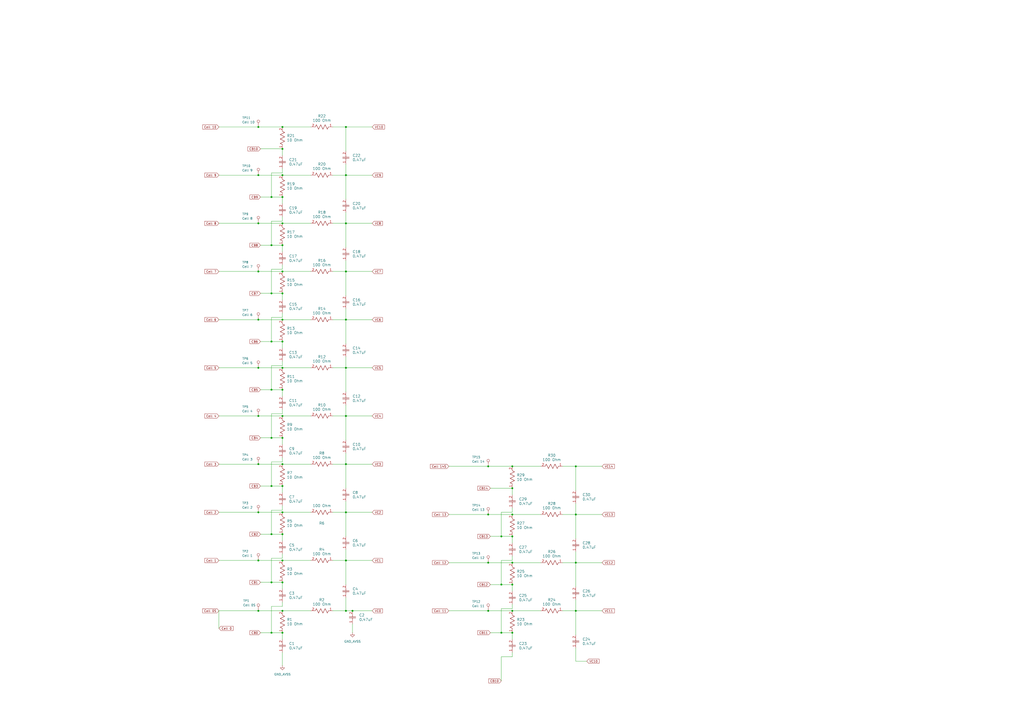
<source format=kicad_sch>
(kicad_sch
	(version 20231120)
	(generator "eeschema")
	(generator_version "8.0")
	(uuid "c4e8b7c0-9767-4648-92f9-e8a565b59e6b")
	(paper "A2")
	(title_block
		(title "Wire to Board Inputs (14Cells)")
	)
	(lib_symbols
		(symbol "2024-10-08_02-17-57:CRCW121010R0FKEAHP"
			(pin_names
				(offset 0.254)
			)
			(exclude_from_sim no)
			(in_bom yes)
			(on_board yes)
			(property "Reference" "R"
				(at 5.715 3.81 0)
				(effects
					(font
						(size 1.524 1.524)
					)
				)
			)
			(property "Value" "CRCW121010R0FKEAHP"
				(at 6.35 -3.81 0)
				(effects
					(font
						(size 1.524 1.524)
					)
				)
			)
			(property "Footprint" "RC1210N_VIS"
				(at 0 0 0)
				(effects
					(font
						(size 1.27 1.27)
						(italic yes)
					)
					(hide yes)
				)
			)
			(property "Datasheet" "CRCW121010R0FKEAHP"
				(at 0 0 0)
				(effects
					(font
						(size 1.27 1.27)
						(italic yes)
					)
					(hide yes)
				)
			)
			(property "Description" ""
				(at 0 0 0)
				(effects
					(font
						(size 1.27 1.27)
					)
					(hide yes)
				)
			)
			(property "ki_locked" ""
				(at 0 0 0)
				(effects
					(font
						(size 1.27 1.27)
					)
				)
			)
			(property "ki_keywords" "CRCW121010R0FKEAHP"
				(at 0 0 0)
				(effects
					(font
						(size 1.27 1.27)
					)
					(hide yes)
				)
			)
			(property "ki_fp_filters" "RC1210N_VIS RC1210N_VIS-M RC1210N_VIS-L"
				(at 0 0 0)
				(effects
					(font
						(size 1.27 1.27)
					)
					(hide yes)
				)
			)
			(symbol "CRCW121010R0FKEAHP_1_1"
				(polyline
					(pts
						(xy 2.54 0) (xy 3.175 1.27)
					)
					(stroke
						(width 0.2032)
						(type default)
					)
					(fill
						(type none)
					)
				)
				(polyline
					(pts
						(xy 3.175 1.27) (xy 4.445 -1.27)
					)
					(stroke
						(width 0.2032)
						(type default)
					)
					(fill
						(type none)
					)
				)
				(polyline
					(pts
						(xy 4.445 -1.27) (xy 5.715 1.27)
					)
					(stroke
						(width 0.2032)
						(type default)
					)
					(fill
						(type none)
					)
				)
				(polyline
					(pts
						(xy 5.715 1.27) (xy 6.985 -1.27)
					)
					(stroke
						(width 0.2032)
						(type default)
					)
					(fill
						(type none)
					)
				)
				(polyline
					(pts
						(xy 6.985 -1.27) (xy 8.255 1.27)
					)
					(stroke
						(width 0.2032)
						(type default)
					)
					(fill
						(type none)
					)
				)
				(polyline
					(pts
						(xy 8.255 1.27) (xy 9.525 -1.27)
					)
					(stroke
						(width 0.2032)
						(type default)
					)
					(fill
						(type none)
					)
				)
				(polyline
					(pts
						(xy 9.525 -1.27) (xy 10.16 0)
					)
					(stroke
						(width 0.2032)
						(type default)
					)
					(fill
						(type none)
					)
				)
				(pin unspecified line
					(at 0 0 0)
					(length 2.54)
					(name ""
						(effects
							(font
								(size 1.27 1.27)
							)
						)
					)
					(number "1"
						(effects
							(font
								(size 1.27 1.27)
							)
						)
					)
				)
				(pin unspecified line
					(at 12.7 0 180)
					(length 2.54)
					(name ""
						(effects
							(font
								(size 1.27 1.27)
							)
						)
					)
					(number "2"
						(effects
							(font
								(size 1.27 1.27)
							)
						)
					)
				)
			)
			(symbol "CRCW121010R0FKEAHP_1_2"
				(polyline
					(pts
						(xy -1.27 3.175) (xy 1.27 4.445)
					)
					(stroke
						(width 0.2032)
						(type default)
					)
					(fill
						(type none)
					)
				)
				(polyline
					(pts
						(xy -1.27 5.715) (xy 1.27 6.985)
					)
					(stroke
						(width 0.2032)
						(type default)
					)
					(fill
						(type none)
					)
				)
				(polyline
					(pts
						(xy -1.27 8.255) (xy 1.27 9.525)
					)
					(stroke
						(width 0.2032)
						(type default)
					)
					(fill
						(type none)
					)
				)
				(polyline
					(pts
						(xy 0 2.54) (xy -1.27 3.175)
					)
					(stroke
						(width 0.2032)
						(type default)
					)
					(fill
						(type none)
					)
				)
				(polyline
					(pts
						(xy 1.27 4.445) (xy -1.27 5.715)
					)
					(stroke
						(width 0.2032)
						(type default)
					)
					(fill
						(type none)
					)
				)
				(polyline
					(pts
						(xy 1.27 6.985) (xy -1.27 8.255)
					)
					(stroke
						(width 0.2032)
						(type default)
					)
					(fill
						(type none)
					)
				)
				(polyline
					(pts
						(xy 1.27 9.525) (xy 0 10.16)
					)
					(stroke
						(width 0.2032)
						(type default)
					)
					(fill
						(type none)
					)
				)
				(pin unspecified line
					(at 0 12.7 270)
					(length 2.54)
					(name ""
						(effects
							(font
								(size 1.27 1.27)
							)
						)
					)
					(number "1"
						(effects
							(font
								(size 1.27 1.27)
							)
						)
					)
				)
				(pin unspecified line
					(at 0 0 90)
					(length 2.54)
					(name ""
						(effects
							(font
								(size 1.27 1.27)
							)
						)
					)
					(number "2"
						(effects
							(font
								(size 1.27 1.27)
							)
						)
					)
				)
			)
		)
		(symbol "2024-10-08_02-22-32:GCM188R71C474KA55D"
			(pin_names
				(offset 0.254)
			)
			(exclude_from_sim no)
			(in_bom yes)
			(on_board yes)
			(property "Reference" "C"
				(at 3.81 3.81 0)
				(effects
					(font
						(size 1.524 1.524)
					)
				)
			)
			(property "Value" "GCM188R71C474KA55D"
				(at 3.81 -3.81 0)
				(effects
					(font
						(size 1.524 1.524)
					)
				)
			)
			(property "Footprint" "G-188_MUR"
				(at 0 0 0)
				(effects
					(font
						(size 1.27 1.27)
						(italic yes)
					)
					(hide yes)
				)
			)
			(property "Datasheet" "GCM188R71C474KA55D"
				(at 0 0 0)
				(effects
					(font
						(size 1.27 1.27)
						(italic yes)
					)
					(hide yes)
				)
			)
			(property "Description" ""
				(at 0 0 0)
				(effects
					(font
						(size 1.27 1.27)
					)
					(hide yes)
				)
			)
			(property "ki_locked" ""
				(at 0 0 0)
				(effects
					(font
						(size 1.27 1.27)
					)
				)
			)
			(property "ki_keywords" "GCM188R71C474KA55D"
				(at 0 0 0)
				(effects
					(font
						(size 1.27 1.27)
					)
					(hide yes)
				)
			)
			(property "ki_fp_filters" "G-188_MUR G-188_MUR-M G-188_MUR-L"
				(at 0 0 0)
				(effects
					(font
						(size 1.27 1.27)
					)
					(hide yes)
				)
			)
			(symbol "GCM188R71C474KA55D_1_1"
				(polyline
					(pts
						(xy 2.54 0) (xy 3.4798 0)
					)
					(stroke
						(width 0.2032)
						(type default)
					)
					(fill
						(type none)
					)
				)
				(polyline
					(pts
						(xy 3.4798 -1.905) (xy 3.4798 1.905)
					)
					(stroke
						(width 0.2032)
						(type default)
					)
					(fill
						(type none)
					)
				)
				(polyline
					(pts
						(xy 4.1148 -1.905) (xy 4.1148 1.905)
					)
					(stroke
						(width 0.2032)
						(type default)
					)
					(fill
						(type none)
					)
				)
				(polyline
					(pts
						(xy 4.1148 0) (xy 5.08 0)
					)
					(stroke
						(width 0.2032)
						(type default)
					)
					(fill
						(type none)
					)
				)
				(pin unspecified line
					(at 0 0 0)
					(length 2.54)
					(name ""
						(effects
							(font
								(size 1.27 1.27)
							)
						)
					)
					(number "1"
						(effects
							(font
								(size 1.27 1.27)
							)
						)
					)
				)
				(pin unspecified line
					(at 7.62 0 180)
					(length 2.54)
					(name ""
						(effects
							(font
								(size 1.27 1.27)
							)
						)
					)
					(number "2"
						(effects
							(font
								(size 1.27 1.27)
							)
						)
					)
				)
			)
			(symbol "GCM188R71C474KA55D_1_2"
				(polyline
					(pts
						(xy -1.905 -4.1148) (xy 1.905 -4.1148)
					)
					(stroke
						(width 0.2032)
						(type default)
					)
					(fill
						(type none)
					)
				)
				(polyline
					(pts
						(xy -1.905 -3.4798) (xy 1.905 -3.4798)
					)
					(stroke
						(width 0.2032)
						(type default)
					)
					(fill
						(type none)
					)
				)
				(polyline
					(pts
						(xy 0 -4.1148) (xy 0 -5.08)
					)
					(stroke
						(width 0.2032)
						(type default)
					)
					(fill
						(type none)
					)
				)
				(polyline
					(pts
						(xy 0 -2.54) (xy 0 -3.4798)
					)
					(stroke
						(width 0.2032)
						(type default)
					)
					(fill
						(type none)
					)
				)
				(pin unspecified line
					(at 0 0 270)
					(length 2.54)
					(name ""
						(effects
							(font
								(size 1.27 1.27)
							)
						)
					)
					(number "1"
						(effects
							(font
								(size 1.27 1.27)
							)
						)
					)
				)
				(pin unspecified line
					(at 0 -7.62 90)
					(length 2.54)
					(name ""
						(effects
							(font
								(size 1.27 1.27)
							)
						)
					)
					(number "2"
						(effects
							(font
								(size 1.27 1.27)
							)
						)
					)
				)
			)
		)
		(symbol "2024-10-08_02-28-54:ERA-3AEB101V"
			(pin_names
				(offset 0.254)
			)
			(exclude_from_sim no)
			(in_bom yes)
			(on_board yes)
			(property "Reference" "R"
				(at 5.715 3.81 0)
				(effects
					(font
						(size 1.524 1.524)
					)
				)
			)
			(property "Value" "ERA-3AEB101V"
				(at 6.35 -3.81 0)
				(effects
					(font
						(size 1.524 1.524)
					)
				)
			)
			(property "Footprint" "RC0603N_PAN"
				(at 0 0 0)
				(effects
					(font
						(size 1.27 1.27)
						(italic yes)
					)
					(hide yes)
				)
			)
			(property "Datasheet" "ERA-3AEB101V"
				(at 0 0 0)
				(effects
					(font
						(size 1.27 1.27)
						(italic yes)
					)
					(hide yes)
				)
			)
			(property "Description" ""
				(at 0 0 0)
				(effects
					(font
						(size 1.27 1.27)
					)
					(hide yes)
				)
			)
			(property "ki_locked" ""
				(at 0 0 0)
				(effects
					(font
						(size 1.27 1.27)
					)
				)
			)
			(property "ki_keywords" "ERA-3AEB101V"
				(at 0 0 0)
				(effects
					(font
						(size 1.27 1.27)
					)
					(hide yes)
				)
			)
			(property "ki_fp_filters" "RC0603N_PAN RC0603N_PAN-M RC0603N_PAN-L"
				(at 0 0 0)
				(effects
					(font
						(size 1.27 1.27)
					)
					(hide yes)
				)
			)
			(symbol "ERA-3AEB101V_1_1"
				(polyline
					(pts
						(xy 2.54 0) (xy 3.175 1.27)
					)
					(stroke
						(width 0.2032)
						(type default)
					)
					(fill
						(type none)
					)
				)
				(polyline
					(pts
						(xy 3.175 1.27) (xy 4.445 -1.27)
					)
					(stroke
						(width 0.2032)
						(type default)
					)
					(fill
						(type none)
					)
				)
				(polyline
					(pts
						(xy 4.445 -1.27) (xy 5.715 1.27)
					)
					(stroke
						(width 0.2032)
						(type default)
					)
					(fill
						(type none)
					)
				)
				(polyline
					(pts
						(xy 5.715 1.27) (xy 6.985 -1.27)
					)
					(stroke
						(width 0.2032)
						(type default)
					)
					(fill
						(type none)
					)
				)
				(polyline
					(pts
						(xy 6.985 -1.27) (xy 8.255 1.27)
					)
					(stroke
						(width 0.2032)
						(type default)
					)
					(fill
						(type none)
					)
				)
				(polyline
					(pts
						(xy 8.255 1.27) (xy 9.525 -1.27)
					)
					(stroke
						(width 0.2032)
						(type default)
					)
					(fill
						(type none)
					)
				)
				(polyline
					(pts
						(xy 9.525 -1.27) (xy 10.16 0)
					)
					(stroke
						(width 0.2032)
						(type default)
					)
					(fill
						(type none)
					)
				)
				(pin unspecified line
					(at 12.7 0 180)
					(length 2.54)
					(name ""
						(effects
							(font
								(size 1.27 1.27)
							)
						)
					)
					(number "1"
						(effects
							(font
								(size 1.27 1.27)
							)
						)
					)
				)
				(pin unspecified line
					(at 0 0 0)
					(length 2.54)
					(name ""
						(effects
							(font
								(size 1.27 1.27)
							)
						)
					)
					(number "2"
						(effects
							(font
								(size 1.27 1.27)
							)
						)
					)
				)
			)
			(symbol "ERA-3AEB101V_1_2"
				(polyline
					(pts
						(xy -1.27 3.175) (xy 1.27 4.445)
					)
					(stroke
						(width 0.2032)
						(type default)
					)
					(fill
						(type none)
					)
				)
				(polyline
					(pts
						(xy -1.27 5.715) (xy 1.27 6.985)
					)
					(stroke
						(width 0.2032)
						(type default)
					)
					(fill
						(type none)
					)
				)
				(polyline
					(pts
						(xy -1.27 8.255) (xy 1.27 9.525)
					)
					(stroke
						(width 0.2032)
						(type default)
					)
					(fill
						(type none)
					)
				)
				(polyline
					(pts
						(xy 0 2.54) (xy -1.27 3.175)
					)
					(stroke
						(width 0.2032)
						(type default)
					)
					(fill
						(type none)
					)
				)
				(polyline
					(pts
						(xy 1.27 4.445) (xy -1.27 5.715)
					)
					(stroke
						(width 0.2032)
						(type default)
					)
					(fill
						(type none)
					)
				)
				(polyline
					(pts
						(xy 1.27 6.985) (xy -1.27 8.255)
					)
					(stroke
						(width 0.2032)
						(type default)
					)
					(fill
						(type none)
					)
				)
				(polyline
					(pts
						(xy 1.27 9.525) (xy 0 10.16)
					)
					(stroke
						(width 0.2032)
						(type default)
					)
					(fill
						(type none)
					)
				)
				(pin unspecified line
					(at 0 12.7 270)
					(length 2.54)
					(name ""
						(effects
							(font
								(size 1.27 1.27)
							)
						)
					)
					(number "1"
						(effects
							(font
								(size 1.27 1.27)
							)
						)
					)
				)
				(pin unspecified line
					(at 0 0 90)
					(length 2.54)
					(name ""
						(effects
							(font
								(size 1.27 1.27)
							)
						)
					)
					(number "2"
						(effects
							(font
								(size 1.27 1.27)
							)
						)
					)
				)
			)
		)
		(symbol "Connector:TestPoint"
			(pin_numbers hide)
			(pin_names
				(offset 0.762) hide)
			(exclude_from_sim no)
			(in_bom yes)
			(on_board yes)
			(property "Reference" "TP"
				(at 0 6.858 0)
				(effects
					(font
						(size 1.27 1.27)
					)
				)
			)
			(property "Value" "TestPoint"
				(at 0 5.08 0)
				(effects
					(font
						(size 1.27 1.27)
					)
				)
			)
			(property "Footprint" ""
				(at 5.08 0 0)
				(effects
					(font
						(size 1.27 1.27)
					)
					(hide yes)
				)
			)
			(property "Datasheet" "~"
				(at 5.08 0 0)
				(effects
					(font
						(size 1.27 1.27)
					)
					(hide yes)
				)
			)
			(property "Description" "test point"
				(at 0 0 0)
				(effects
					(font
						(size 1.27 1.27)
					)
					(hide yes)
				)
			)
			(property "ki_keywords" "test point tp"
				(at 0 0 0)
				(effects
					(font
						(size 1.27 1.27)
					)
					(hide yes)
				)
			)
			(property "ki_fp_filters" "Pin* Test*"
				(at 0 0 0)
				(effects
					(font
						(size 1.27 1.27)
					)
					(hide yes)
				)
			)
			(symbol "TestPoint_0_1"
				(circle
					(center 0 3.302)
					(radius 0.762)
					(stroke
						(width 0)
						(type default)
					)
					(fill
						(type none)
					)
				)
			)
			(symbol "TestPoint_1_1"
				(pin passive line
					(at 0 0 90)
					(length 2.54)
					(name "1"
						(effects
							(font
								(size 1.27 1.27)
							)
						)
					)
					(number "1"
						(effects
							(font
								(size 1.27 1.27)
							)
						)
					)
				)
			)
		)
		(symbol "power:GND1"
			(power)
			(pin_numbers hide)
			(pin_names
				(offset 0) hide)
			(exclude_from_sim no)
			(in_bom yes)
			(on_board yes)
			(property "Reference" "#PWR"
				(at 0 -6.35 0)
				(effects
					(font
						(size 1.27 1.27)
					)
					(hide yes)
				)
			)
			(property "Value" "GND1"
				(at 0 -3.81 0)
				(effects
					(font
						(size 1.27 1.27)
					)
				)
			)
			(property "Footprint" ""
				(at 0 0 0)
				(effects
					(font
						(size 1.27 1.27)
					)
					(hide yes)
				)
			)
			(property "Datasheet" ""
				(at 0 0 0)
				(effects
					(font
						(size 1.27 1.27)
					)
					(hide yes)
				)
			)
			(property "Description" "Power symbol creates a global label with name \"GND1\" , ground"
				(at 0 0 0)
				(effects
					(font
						(size 1.27 1.27)
					)
					(hide yes)
				)
			)
			(property "ki_keywords" "global power"
				(at 0 0 0)
				(effects
					(font
						(size 1.27 1.27)
					)
					(hide yes)
				)
			)
			(symbol "GND1_0_1"
				(polyline
					(pts
						(xy 0 0) (xy 0 -1.27) (xy 1.27 -1.27) (xy 0 -2.54) (xy -1.27 -1.27) (xy 0 -1.27)
					)
					(stroke
						(width 0)
						(type default)
					)
					(fill
						(type none)
					)
				)
			)
			(symbol "GND1_1_1"
				(pin power_in line
					(at 0 0 270)
					(length 0)
					(name "~"
						(effects
							(font
								(size 1.27 1.27)
							)
						)
					)
					(number "1"
						(effects
							(font
								(size 1.27 1.27)
							)
						)
					)
				)
			)
		)
	)
	(junction
		(at 200.66 354.33)
		(diameter 0)
		(color 0 0 0 0)
		(uuid "0029256b-a0c9-41a8-b659-38b480b117c8")
	)
	(junction
		(at 200.66 213.36)
		(diameter 0)
		(color 0 0 0 0)
		(uuid "052b67e4-d2a0-4f43-967b-1dc1b5c63a28")
	)
	(junction
		(at 149.86 297.18)
		(diameter 0)
		(color 0 0 0 0)
		(uuid "083ce092-16c6-4b88-a389-459966763e04")
	)
	(junction
		(at 200.66 73.66)
		(diameter 0)
		(color 0 0 0 0)
		(uuid "0cc09c0b-0cd4-4c23-bc33-6a3bc789dbbd")
	)
	(junction
		(at 149.86 185.42)
		(diameter 0)
		(color 0 0 0 0)
		(uuid "0d3e3ea8-fc48-4f8c-b07e-f37df6c56af8")
	)
	(junction
		(at 163.83 170.18)
		(diameter 0)
		(color 0 0 0 0)
		(uuid "0e5d0cb3-a08e-4476-bb17-b7f297ec6ac8")
	)
	(junction
		(at 290.83 311.15)
		(diameter 0)
		(color 0 0 0 0)
		(uuid "0f72921b-1982-40b6-823d-798e679efd13")
	)
	(junction
		(at 157.48 254)
		(diameter 0)
		(color 0 0 0 0)
		(uuid "11511fb4-921b-4982-98f2-dd3429bfb29e")
	)
	(junction
		(at 157.48 309.88)
		(diameter 0)
		(color 0 0 0 0)
		(uuid "128d26a7-3ee3-4e76-8856-aacec562257d")
	)
	(junction
		(at 157.48 281.94)
		(diameter 0)
		(color 0 0 0 0)
		(uuid "16a325b5-d8fe-4e61-92cc-9a10246c5ac6")
	)
	(junction
		(at 200.66 185.42)
		(diameter 0)
		(color 0 0 0 0)
		(uuid "1a6c498f-4fd2-4658-9266-a0128f12c7ce")
	)
	(junction
		(at 149.86 325.12)
		(diameter 0)
		(color 0 0 0 0)
		(uuid "2db44dd6-a1e4-424c-bb7c-493e4c11b7cc")
	)
	(junction
		(at 283.21 298.45)
		(diameter 0)
		(color 0 0 0 0)
		(uuid "2e9774ae-0116-4359-b2a2-950b16d0b6f6")
	)
	(junction
		(at 163.83 157.48)
		(diameter 0)
		(color 0 0 0 0)
		(uuid "30dfc04a-331d-4f3e-8475-8ccb726d47f9")
	)
	(junction
		(at 163.83 254)
		(diameter 0)
		(color 0 0 0 0)
		(uuid "3370f5cf-851c-4d5f-89f4-9cc76ed19169")
	)
	(junction
		(at 163.83 73.66)
		(diameter 0)
		(color 0 0 0 0)
		(uuid "38290c34-1573-454c-a167-d2f2388a77cd")
	)
	(junction
		(at 163.83 114.3)
		(diameter 0)
		(color 0 0 0 0)
		(uuid "392d4b73-d969-4417-ba0e-1576104a7f1f")
	)
	(junction
		(at 290.83 367.03)
		(diameter 0)
		(color 0 0 0 0)
		(uuid "3f4e941c-43d8-40a9-8d16-79d44137b647")
	)
	(junction
		(at 163.83 337.82)
		(diameter 0)
		(color 0 0 0 0)
		(uuid "3fd1d93f-a38f-48e1-b5f5-402e433e7ab6")
	)
	(junction
		(at 157.48 114.3)
		(diameter 0)
		(color 0 0 0 0)
		(uuid "4fd02d6e-d269-41d1-818c-218e2c082717")
	)
	(junction
		(at 149.86 354.33)
		(diameter 0)
		(color 0 0 0 0)
		(uuid "4fdc922e-ed5d-48dc-bc4f-e41a9dab3cff")
	)
	(junction
		(at 297.18 311.15)
		(diameter 0)
		(color 0 0 0 0)
		(uuid "5265da8e-609e-40dd-ade6-2881569660ee")
	)
	(junction
		(at 200.66 241.3)
		(diameter 0)
		(color 0 0 0 0)
		(uuid "526c8f4d-f1ab-4b4e-82b0-68013922c636")
	)
	(junction
		(at 200.66 269.24)
		(diameter 0)
		(color 0 0 0 0)
		(uuid "5317d5ee-c757-4ad1-a835-185b53746065")
	)
	(junction
		(at 163.83 213.36)
		(diameter 0)
		(color 0 0 0 0)
		(uuid "55cc02b7-f7e6-4a7b-ad3a-8ef838b25e83")
	)
	(junction
		(at 163.83 101.6)
		(diameter 0)
		(color 0 0 0 0)
		(uuid "5772937a-e6e2-4598-9e34-b01239021829")
	)
	(junction
		(at 334.01 354.33)
		(diameter 0)
		(color 0 0 0 0)
		(uuid "57cb1651-0055-4690-bea3-f7d7158bf9b6")
	)
	(junction
		(at 163.83 86.36)
		(diameter 0)
		(color 0 0 0 0)
		(uuid "581144cb-c113-4a7a-8bfa-448c07a357ca")
	)
	(junction
		(at 149.86 101.6)
		(diameter 0)
		(color 0 0 0 0)
		(uuid "590d729c-3bca-4fb7-9570-bd359c05f0ad")
	)
	(junction
		(at 163.83 142.24)
		(diameter 0)
		(color 0 0 0 0)
		(uuid "5dfd4af7-9d2f-4e41-b08b-1b050ca114d3")
	)
	(junction
		(at 157.48 367.03)
		(diameter 0)
		(color 0 0 0 0)
		(uuid "677724de-914d-41be-b443-17928c4c4402")
	)
	(junction
		(at 297.18 339.09)
		(diameter 0)
		(color 0 0 0 0)
		(uuid "6e8012e9-0af3-4e01-8713-27ba6242415a")
	)
	(junction
		(at 297.18 354.33)
		(diameter 0)
		(color 0 0 0 0)
		(uuid "6ff0b026-c93c-4d7f-819b-0df1ac54ebdb")
	)
	(junction
		(at 283.21 354.33)
		(diameter 0)
		(color 0 0 0 0)
		(uuid "78c08797-062f-4294-8228-1c6ebd7ef0b7")
	)
	(junction
		(at 157.48 337.82)
		(diameter 0)
		(color 0 0 0 0)
		(uuid "7d871664-9124-459e-a0d2-9d915de4466b")
	)
	(junction
		(at 283.21 270.51)
		(diameter 0)
		(color 0 0 0 0)
		(uuid "80cdd149-4b33-4970-9656-ccbe48ed8c68")
	)
	(junction
		(at 334.01 326.39)
		(diameter 0)
		(color 0 0 0 0)
		(uuid "888a15d8-0692-4b59-8955-2b87e49414af")
	)
	(junction
		(at 204.47 354.33)
		(diameter 0)
		(color 0 0 0 0)
		(uuid "8c8356b6-9e87-4b55-9742-5c217200ade8")
	)
	(junction
		(at 163.83 354.33)
		(diameter 0)
		(color 0 0 0 0)
		(uuid "91334c61-4510-40b2-9bb8-b13b4c0cd2d5")
	)
	(junction
		(at 157.48 198.12)
		(diameter 0)
		(color 0 0 0 0)
		(uuid "927256c2-d803-443f-bc60-b5fff5c6b7e2")
	)
	(junction
		(at 149.86 73.66)
		(diameter 0)
		(color 0 0 0 0)
		(uuid "9461f811-8f01-47c5-af92-b445ea90444c")
	)
	(junction
		(at 297.18 367.03)
		(diameter 0)
		(color 0 0 0 0)
		(uuid "94b04aae-03d5-4e35-9a21-05249b8d2ecb")
	)
	(junction
		(at 200.66 101.6)
		(diameter 0)
		(color 0 0 0 0)
		(uuid "96cb6fbe-951a-47e5-8a78-d232e592962a")
	)
	(junction
		(at 297.18 283.21)
		(diameter 0)
		(color 0 0 0 0)
		(uuid "9ca5616a-8d95-438a-83ad-f8bf338d5308")
	)
	(junction
		(at 334.01 270.51)
		(diameter 0)
		(color 0 0 0 0)
		(uuid "a608c24c-1fec-4bac-bd36-e2bff9f25e11")
	)
	(junction
		(at 163.83 269.24)
		(diameter 0)
		(color 0 0 0 0)
		(uuid "a6198d7e-cf60-48dc-a124-461603cdc335")
	)
	(junction
		(at 163.83 241.3)
		(diameter 0)
		(color 0 0 0 0)
		(uuid "aa213b1c-65c8-4272-87f8-03a8e65fb3c0")
	)
	(junction
		(at 149.86 157.48)
		(diameter 0)
		(color 0 0 0 0)
		(uuid "b36c2e82-b221-4ec2-9535-a608004af05c")
	)
	(junction
		(at 163.83 129.54)
		(diameter 0)
		(color 0 0 0 0)
		(uuid "b4de55c2-afd4-42f5-898b-b5af0cba4489")
	)
	(junction
		(at 200.66 129.54)
		(diameter 0)
		(color 0 0 0 0)
		(uuid "b6283c83-48db-49b6-8aee-8a65da07843b")
	)
	(junction
		(at 149.86 269.24)
		(diameter 0)
		(color 0 0 0 0)
		(uuid "bda4848a-6390-4e97-97b3-131c2f37bbf1")
	)
	(junction
		(at 149.86 129.54)
		(diameter 0)
		(color 0 0 0 0)
		(uuid "bfb13b1e-c517-414e-9045-950cfcc8b120")
	)
	(junction
		(at 163.83 297.18)
		(diameter 0)
		(color 0 0 0 0)
		(uuid "bfd3df15-83f7-4f37-8770-0bf155ddce2c")
	)
	(junction
		(at 163.83 198.12)
		(diameter 0)
		(color 0 0 0 0)
		(uuid "bff93260-dedd-42ec-8d5d-353e5fe07302")
	)
	(junction
		(at 283.21 326.39)
		(diameter 0)
		(color 0 0 0 0)
		(uuid "c0a610d1-fafb-4c6e-bde4-59445d8c43c0")
	)
	(junction
		(at 297.18 326.39)
		(diameter 0)
		(color 0 0 0 0)
		(uuid "c15f37d6-9262-487e-bd36-fe9e79766561")
	)
	(junction
		(at 200.66 157.48)
		(diameter 0)
		(color 0 0 0 0)
		(uuid "c3c68a6f-94e6-4007-b029-c209ec66e65d")
	)
	(junction
		(at 297.18 298.45)
		(diameter 0)
		(color 0 0 0 0)
		(uuid "c52e4b2b-0327-4b13-b860-1e5942fb13d8")
	)
	(junction
		(at 157.48 226.06)
		(diameter 0)
		(color 0 0 0 0)
		(uuid "cb31fe94-89da-4543-a455-3a997153916d")
	)
	(junction
		(at 157.48 142.24)
		(diameter 0)
		(color 0 0 0 0)
		(uuid "d475d567-6c40-4ccc-a761-7327a9a74850")
	)
	(junction
		(at 149.86 241.3)
		(diameter 0)
		(color 0 0 0 0)
		(uuid "d88be754-48cb-4c2b-abad-677d4eb2c2c1")
	)
	(junction
		(at 334.01 298.45)
		(diameter 0)
		(color 0 0 0 0)
		(uuid "dbfb5cf4-f495-4e3d-8f14-64fc5d67f1d2")
	)
	(junction
		(at 157.48 170.18)
		(diameter 0)
		(color 0 0 0 0)
		(uuid "e31ae3f2-9a0f-4075-ac1a-136c60a69d0b")
	)
	(junction
		(at 163.83 185.42)
		(diameter 0)
		(color 0 0 0 0)
		(uuid "e32994e6-3fc9-4a7c-b7e4-c772a592b488")
	)
	(junction
		(at 163.83 367.03)
		(diameter 0)
		(color 0 0 0 0)
		(uuid "ea6133fc-f6bc-41c8-9aac-c69ab53aba4b")
	)
	(junction
		(at 149.86 213.36)
		(diameter 0)
		(color 0 0 0 0)
		(uuid "eac53a62-ed0a-4240-a99f-b44ee7a65ab7")
	)
	(junction
		(at 163.83 325.12)
		(diameter 0)
		(color 0 0 0 0)
		(uuid "ec106dbf-1cae-4dba-b455-6fed876a4588")
	)
	(junction
		(at 297.18 270.51)
		(diameter 0)
		(color 0 0 0 0)
		(uuid "ed52c16b-dc79-4adb-9ce2-bf02e2f8104f")
	)
	(junction
		(at 163.83 281.94)
		(diameter 0)
		(color 0 0 0 0)
		(uuid "efdf087f-44e0-434c-bc84-54c2c7f75824")
	)
	(junction
		(at 163.83 226.06)
		(diameter 0)
		(color 0 0 0 0)
		(uuid "f43bbc52-7397-4c23-8adc-d6bceacba6e4")
	)
	(junction
		(at 200.66 297.18)
		(diameter 0)
		(color 0 0 0 0)
		(uuid "f665b5ef-c886-4162-a885-1cc5671d6bf9")
	)
	(junction
		(at 200.66 325.12)
		(diameter 0)
		(color 0 0 0 0)
		(uuid "f6c2f4c8-809b-41aa-bc78-3626e588bb49")
	)
	(junction
		(at 163.83 309.88)
		(diameter 0)
		(color 0 0 0 0)
		(uuid "f7f0038a-30bb-4b2a-b04a-defa3707e16e")
	)
	(junction
		(at 290.83 339.09)
		(diameter 0)
		(color 0 0 0 0)
		(uuid "fcd97ed6-5e44-4f57-8846-06c98ea8c739")
	)
	(wire
		(pts
			(xy 200.66 297.18) (xy 200.66 311.15)
		)
		(stroke
			(width 0)
			(type default)
		)
		(uuid "04127eb6-b192-4750-85c4-acae43e8fb90")
	)
	(wire
		(pts
			(xy 149.86 129.54) (xy 163.83 129.54)
		)
		(stroke
			(width 0)
			(type default)
		)
		(uuid "051a5e14-3931-4bea-bd15-84c0c30ee13c")
	)
	(wire
		(pts
			(xy 334.01 368.3) (xy 334.01 354.33)
		)
		(stroke
			(width 0)
			(type default)
		)
		(uuid "05dd977a-5b76-4b6b-a0b4-adab8a8a7112")
	)
	(wire
		(pts
			(xy 297.18 381) (xy 290.83 381)
		)
		(stroke
			(width 0)
			(type default)
		)
		(uuid "0627ea9b-c60c-4b58-af52-c08f1da47ac4")
	)
	(wire
		(pts
			(xy 334.01 340.36) (xy 334.01 326.39)
		)
		(stroke
			(width 0)
			(type default)
		)
		(uuid "06e1cf9a-8c3d-45c2-b175-9220b89692aa")
	)
	(wire
		(pts
			(xy 149.86 269.24) (xy 163.83 269.24)
		)
		(stroke
			(width 0)
			(type default)
		)
		(uuid "0a700f77-a9ec-44d8-8ae7-f6c647adc7bb")
	)
	(wire
		(pts
			(xy 283.21 354.33) (xy 297.18 354.33)
		)
		(stroke
			(width 0)
			(type default)
		)
		(uuid "0ad85816-bd4a-41ed-8e2d-07ffa4d1d6e5")
	)
	(wire
		(pts
			(xy 290.83 325.12) (xy 290.83 339.09)
		)
		(stroke
			(width 0)
			(type default)
		)
		(uuid "0b241edd-20a0-4279-a5b8-8f7d7ff7a759")
	)
	(wire
		(pts
			(xy 163.83 367.03) (xy 163.83 370.84)
		)
		(stroke
			(width 0)
			(type default)
		)
		(uuid "0c7f675e-0a5c-4525-abaa-3218d7c98cba")
	)
	(wire
		(pts
			(xy 151.13 309.88) (xy 157.48 309.88)
		)
		(stroke
			(width 0)
			(type default)
		)
		(uuid "0daebc97-512c-49a8-86f7-f155218f8f26")
	)
	(wire
		(pts
			(xy 200.66 318.77) (xy 200.66 325.12)
		)
		(stroke
			(width 0)
			(type default)
		)
		(uuid "0f424105-2cd2-4cf8-b62c-ef3c033c04c5")
	)
	(wire
		(pts
			(xy 193.04 101.6) (xy 200.66 101.6)
		)
		(stroke
			(width 0)
			(type default)
		)
		(uuid "10a41ada-d0a3-4843-8929-484fd2715b3e")
	)
	(wire
		(pts
			(xy 290.83 367.03) (xy 297.18 367.03)
		)
		(stroke
			(width 0)
			(type default)
		)
		(uuid "10ef0462-889e-40c5-bf9f-a31f5e2cffa7")
	)
	(wire
		(pts
			(xy 200.66 227.33) (xy 200.66 213.36)
		)
		(stroke
			(width 0)
			(type default)
		)
		(uuid "11bdefc1-7cf5-4b84-a66c-989cf29d112d")
	)
	(wire
		(pts
			(xy 200.66 346.71) (xy 200.66 354.33)
		)
		(stroke
			(width 0)
			(type default)
		)
		(uuid "12f7850d-ebf9-45c2-b680-bcdb921f2323")
	)
	(wire
		(pts
			(xy 193.04 269.24) (xy 200.66 269.24)
		)
		(stroke
			(width 0)
			(type default)
		)
		(uuid "14b2c71d-1b20-414d-9dc3-2533275868ff")
	)
	(wire
		(pts
			(xy 163.83 73.66) (xy 180.34 73.66)
		)
		(stroke
			(width 0)
			(type default)
		)
		(uuid "15020dc6-cf74-4bdc-b669-eaa7368dd395")
	)
	(wire
		(pts
			(xy 326.39 270.51) (xy 334.01 270.51)
		)
		(stroke
			(width 0)
			(type default)
		)
		(uuid "16e3927b-60fa-43bb-acc3-d0450d514f14")
	)
	(wire
		(pts
			(xy 297.18 354.33) (xy 313.69 354.33)
		)
		(stroke
			(width 0)
			(type default)
		)
		(uuid "18318335-6589-4f85-aa02-b01a946ecf9c")
	)
	(wire
		(pts
			(xy 163.83 325.12) (xy 180.34 325.12)
		)
		(stroke
			(width 0)
			(type default)
		)
		(uuid "18577245-72a9-4bf8-8403-d7425f6bf7a8")
	)
	(wire
		(pts
			(xy 260.35 298.45) (xy 283.21 298.45)
		)
		(stroke
			(width 0)
			(type default)
		)
		(uuid "19c1227a-fecd-418f-b41f-6330acc25a84")
	)
	(wire
		(pts
			(xy 200.66 255.27) (xy 200.66 241.3)
		)
		(stroke
			(width 0)
			(type default)
		)
		(uuid "19d93b42-c498-422a-918c-23752411b985")
	)
	(wire
		(pts
			(xy 157.48 128.27) (xy 157.48 142.24)
		)
		(stroke
			(width 0)
			(type default)
		)
		(uuid "19e56fe0-7c73-43de-80c0-1323513cb9d1")
	)
	(wire
		(pts
			(xy 283.21 270.51) (xy 297.18 270.51)
		)
		(stroke
			(width 0)
			(type default)
		)
		(uuid "1a4a3da6-252e-4225-92f6-c32a66e14ea9")
	)
	(wire
		(pts
			(xy 127 354.33) (xy 127 364.49)
		)
		(stroke
			(width 0)
			(type default)
		)
		(uuid "1b17330f-0b54-4d12-82e7-c82ccf42cf1d")
	)
	(wire
		(pts
			(xy 200.66 199.39) (xy 200.66 185.42)
		)
		(stroke
			(width 0)
			(type default)
		)
		(uuid "1b7e81b9-40dd-40bb-8edd-f0a2ab8495bb")
	)
	(wire
		(pts
			(xy 297.18 326.39) (xy 313.69 326.39)
		)
		(stroke
			(width 0)
			(type default)
		)
		(uuid "1c503944-a2f8-437b-bc70-bc229902c31a")
	)
	(wire
		(pts
			(xy 163.83 297.18) (xy 180.34 297.18)
		)
		(stroke
			(width 0)
			(type default)
		)
		(uuid "20e6c5de-fc19-4482-8466-acbccc171f2f")
	)
	(wire
		(pts
			(xy 157.48 323.85) (xy 157.48 337.82)
		)
		(stroke
			(width 0)
			(type default)
		)
		(uuid "23baa6cf-72de-498a-9137-e7d8ed2cd24c")
	)
	(wire
		(pts
			(xy 151.13 367.03) (xy 157.48 367.03)
		)
		(stroke
			(width 0)
			(type default)
		)
		(uuid "2441c56d-746b-4d5d-9311-547553116491")
	)
	(wire
		(pts
			(xy 163.83 265.43) (xy 163.83 267.97)
		)
		(stroke
			(width 0)
			(type default)
		)
		(uuid "2508dab6-44d9-43f5-8df4-f6d6cedf1f36")
	)
	(wire
		(pts
			(xy 334.01 292.1) (xy 334.01 298.45)
		)
		(stroke
			(width 0)
			(type default)
		)
		(uuid "2580fcbf-5c22-4204-9f0b-32e45f3428ca")
	)
	(wire
		(pts
			(xy 157.48 295.91) (xy 157.48 309.88)
		)
		(stroke
			(width 0)
			(type default)
		)
		(uuid "273198f7-8f63-49c8-8bc3-d2fe6b45579e")
	)
	(wire
		(pts
			(xy 200.66 269.24) (xy 215.9 269.24)
		)
		(stroke
			(width 0)
			(type default)
		)
		(uuid "28691a71-f4f1-40ac-a9da-ee3787606e82")
	)
	(wire
		(pts
			(xy 151.13 198.12) (xy 157.48 198.12)
		)
		(stroke
			(width 0)
			(type default)
		)
		(uuid "29971443-1cc6-4740-9f02-c3933ceb1050")
	)
	(wire
		(pts
			(xy 340.36 383.54) (xy 334.01 383.54)
		)
		(stroke
			(width 0)
			(type default)
		)
		(uuid "29d6172f-bb9b-4fd1-b0cc-e82124c97487")
	)
	(wire
		(pts
			(xy 157.48 114.3) (xy 163.83 114.3)
		)
		(stroke
			(width 0)
			(type default)
		)
		(uuid "2a25fcc3-bed7-48f7-95cb-09cb518b94ed")
	)
	(wire
		(pts
			(xy 163.83 351.79) (xy 157.48 351.79)
		)
		(stroke
			(width 0)
			(type default)
		)
		(uuid "2ad18991-381b-4d47-8cef-751b94c429ef")
	)
	(wire
		(pts
			(xy 297.18 378.46) (xy 297.18 381)
		)
		(stroke
			(width 0)
			(type default)
		)
		(uuid "2be5ade1-5dcb-4d3e-99d6-47637257588b")
	)
	(wire
		(pts
			(xy 163.83 295.91) (xy 157.48 295.91)
		)
		(stroke
			(width 0)
			(type default)
		)
		(uuid "2c046b7c-ac0f-44d5-b5f5-2b565d678a15")
	)
	(wire
		(pts
			(xy 200.66 207.01) (xy 200.66 213.36)
		)
		(stroke
			(width 0)
			(type default)
		)
		(uuid "2e929350-c753-404c-82a6-09a4153037b0")
	)
	(wire
		(pts
			(xy 163.83 156.21) (xy 157.48 156.21)
		)
		(stroke
			(width 0)
			(type default)
		)
		(uuid "2eba8ec9-d8b6-4f30-9ae7-1fb09c046cc8")
	)
	(wire
		(pts
			(xy 200.66 101.6) (xy 215.9 101.6)
		)
		(stroke
			(width 0)
			(type default)
		)
		(uuid "2f80e1ce-e65f-4c18-af4e-44af58a7a95f")
	)
	(wire
		(pts
			(xy 157.48 100.33) (xy 157.48 114.3)
		)
		(stroke
			(width 0)
			(type default)
		)
		(uuid "33331667-bb6f-4915-9648-a168686ced21")
	)
	(wire
		(pts
			(xy 163.83 142.24) (xy 163.83 146.05)
		)
		(stroke
			(width 0)
			(type default)
		)
		(uuid "339932b0-2712-4121-a97e-dcada6f45ba8")
	)
	(wire
		(pts
			(xy 127 269.24) (xy 149.86 269.24)
		)
		(stroke
			(width 0)
			(type default)
		)
		(uuid "3480b08f-6d72-4070-bbf6-a3f33219b3b3")
	)
	(wire
		(pts
			(xy 193.04 73.66) (xy 200.66 73.66)
		)
		(stroke
			(width 0)
			(type default)
		)
		(uuid "34b1a450-b184-43e5-9830-2bf582b37cc0")
	)
	(wire
		(pts
			(xy 149.86 297.18) (xy 163.83 297.18)
		)
		(stroke
			(width 0)
			(type default)
		)
		(uuid "34c0914b-d52f-44e2-a4c4-9e8d81b7f6e7")
	)
	(wire
		(pts
			(xy 326.39 326.39) (xy 334.01 326.39)
		)
		(stroke
			(width 0)
			(type default)
		)
		(uuid "3500a09e-8f66-46d0-86bc-9316e6cc3d16")
	)
	(wire
		(pts
			(xy 200.66 290.83) (xy 200.66 297.18)
		)
		(stroke
			(width 0)
			(type default)
		)
		(uuid "39f5fc9a-b221-4742-b7c5-7dbecd6042c5")
	)
	(wire
		(pts
			(xy 157.48 309.88) (xy 163.83 309.88)
		)
		(stroke
			(width 0)
			(type default)
		)
		(uuid "3af5bb1b-48ec-4357-aaba-68e3c357728f")
	)
	(wire
		(pts
			(xy 290.83 311.15) (xy 297.18 311.15)
		)
		(stroke
			(width 0)
			(type default)
		)
		(uuid "3b1a6ebc-7fdb-410b-b2ed-7f2ca8b1bc85")
	)
	(wire
		(pts
			(xy 334.01 298.45) (xy 349.25 298.45)
		)
		(stroke
			(width 0)
			(type default)
		)
		(uuid "3bc7b8fe-abd8-41ca-a401-92372f608346")
	)
	(wire
		(pts
			(xy 163.83 129.54) (xy 180.34 129.54)
		)
		(stroke
			(width 0)
			(type default)
		)
		(uuid "3d0bd05b-f9bf-472e-b6ef-40e9d8f67721")
	)
	(wire
		(pts
			(xy 127 297.18) (xy 149.86 297.18)
		)
		(stroke
			(width 0)
			(type default)
		)
		(uuid "3d3e4f00-4a4b-41ed-a4a9-b5cb68537b7f")
	)
	(wire
		(pts
			(xy 193.04 129.54) (xy 200.66 129.54)
		)
		(stroke
			(width 0)
			(type default)
		)
		(uuid "3eb54c3c-9136-4aa8-b93f-a095e419226c")
	)
	(wire
		(pts
			(xy 151.13 226.06) (xy 157.48 226.06)
		)
		(stroke
			(width 0)
			(type default)
		)
		(uuid "412d95bc-a2e9-4074-8f8f-9653f113c3b3")
	)
	(wire
		(pts
			(xy 157.48 367.03) (xy 163.83 367.03)
		)
		(stroke
			(width 0)
			(type default)
		)
		(uuid "41f5b2f1-992d-45ea-8f55-fd24d476c51c")
	)
	(wire
		(pts
			(xy 193.04 325.12) (xy 200.66 325.12)
		)
		(stroke
			(width 0)
			(type default)
		)
		(uuid "42147bce-17e7-415c-bad9-f41905bdb6af")
	)
	(wire
		(pts
			(xy 200.66 213.36) (xy 215.9 213.36)
		)
		(stroke
			(width 0)
			(type default)
		)
		(uuid "432e4f44-42bf-457f-9e3f-42264e57dc26")
	)
	(wire
		(pts
			(xy 297.18 297.18) (xy 290.83 297.18)
		)
		(stroke
			(width 0)
			(type default)
		)
		(uuid "46f520c3-acdd-4e68-ac2c-d83dfad79aeb")
	)
	(wire
		(pts
			(xy 163.83 269.24) (xy 180.34 269.24)
		)
		(stroke
			(width 0)
			(type default)
		)
		(uuid "4723e51d-bee3-47f2-ba09-b6c0fc97f15c")
	)
	(wire
		(pts
			(xy 200.66 151.13) (xy 200.66 157.48)
		)
		(stroke
			(width 0)
			(type default)
		)
		(uuid "4affe3fc-94a9-4b0a-bc83-feed7c209448")
	)
	(wire
		(pts
			(xy 163.83 254) (xy 163.83 257.81)
		)
		(stroke
			(width 0)
			(type default)
		)
		(uuid "4c7432aa-b86e-43f6-b33a-ffd3751228ef")
	)
	(wire
		(pts
			(xy 157.48 184.15) (xy 157.48 198.12)
		)
		(stroke
			(width 0)
			(type default)
		)
		(uuid "4ca043d6-d8f0-4502-94d7-ba520cde648e")
	)
	(wire
		(pts
			(xy 157.48 337.82) (xy 163.83 337.82)
		)
		(stroke
			(width 0)
			(type default)
		)
		(uuid "4ce910b5-510b-4450-9b57-bb6d77cc43ad")
	)
	(wire
		(pts
			(xy 260.35 270.51) (xy 283.21 270.51)
		)
		(stroke
			(width 0)
			(type default)
		)
		(uuid "4d4e3672-4701-4277-af75-855a0c8b6f3d")
	)
	(wire
		(pts
			(xy 157.48 254) (xy 163.83 254)
		)
		(stroke
			(width 0)
			(type default)
		)
		(uuid "4dbfef0b-a46d-44fb-9227-8b52d496bab9")
	)
	(wire
		(pts
			(xy 200.66 185.42) (xy 215.9 185.42)
		)
		(stroke
			(width 0)
			(type default)
		)
		(uuid "4e934508-a1b1-4ab9-815a-3547c42def91")
	)
	(wire
		(pts
			(xy 163.83 185.42) (xy 180.34 185.42)
		)
		(stroke
			(width 0)
			(type default)
		)
		(uuid "4f67a573-ad52-4c81-983e-86656c697261")
	)
	(wire
		(pts
			(xy 151.13 254) (xy 157.48 254)
		)
		(stroke
			(width 0)
			(type default)
		)
		(uuid "4ff39400-6247-42ce-86a0-b429fe5b8151")
	)
	(wire
		(pts
			(xy 200.66 143.51) (xy 200.66 129.54)
		)
		(stroke
			(width 0)
			(type default)
		)
		(uuid "53de48a1-1760-4cf0-8451-fb6df4f1117f")
	)
	(wire
		(pts
			(xy 326.39 298.45) (xy 334.01 298.45)
		)
		(stroke
			(width 0)
			(type default)
		)
		(uuid "57b6d67a-97c4-4d42-b4e5-0d242c4f4fac")
	)
	(wire
		(pts
			(xy 193.04 354.33) (xy 200.66 354.33)
		)
		(stroke
			(width 0)
			(type default)
		)
		(uuid "58611411-3ca5-4eb8-9fc4-e04c3f2f4f89")
	)
	(wire
		(pts
			(xy 297.18 353.06) (xy 290.83 353.06)
		)
		(stroke
			(width 0)
			(type default)
		)
		(uuid "5898d81b-34b3-4d63-8194-3188772f4df7")
	)
	(wire
		(pts
			(xy 334.01 320.04) (xy 334.01 326.39)
		)
		(stroke
			(width 0)
			(type default)
		)
		(uuid "5a154270-d684-4dbc-8df8-0ed6c44adfdc")
	)
	(wire
		(pts
			(xy 204.47 361.95) (xy 204.47 367.03)
		)
		(stroke
			(width 0)
			(type default)
		)
		(uuid "5c0a661a-9b35-4baf-b1be-dd97f928c644")
	)
	(wire
		(pts
			(xy 151.13 337.82) (xy 157.48 337.82)
		)
		(stroke
			(width 0)
			(type default)
		)
		(uuid "5d07cdbe-d35f-4fd9-aaf5-55a244b9cbb4")
	)
	(wire
		(pts
			(xy 163.83 293.37) (xy 163.83 295.91)
		)
		(stroke
			(width 0)
			(type default)
		)
		(uuid "5dc52e78-1660-4148-aa74-d394ff358629")
	)
	(wire
		(pts
			(xy 334.01 270.51) (xy 349.25 270.51)
		)
		(stroke
			(width 0)
			(type default)
		)
		(uuid "61f0f83f-e10b-4896-b68e-788deb05b21c")
	)
	(wire
		(pts
			(xy 200.66 129.54) (xy 215.9 129.54)
		)
		(stroke
			(width 0)
			(type default)
		)
		(uuid "629a3418-6201-4aaf-b917-1c8c59db5b61")
	)
	(wire
		(pts
			(xy 127 185.42) (xy 149.86 185.42)
		)
		(stroke
			(width 0)
			(type default)
		)
		(uuid "6351e304-3cd0-4b10-86eb-03c795d72b1d")
	)
	(wire
		(pts
			(xy 200.66 171.45) (xy 200.66 157.48)
		)
		(stroke
			(width 0)
			(type default)
		)
		(uuid "64565bf7-35ef-4121-8d76-f1e43bee7596")
	)
	(wire
		(pts
			(xy 163.83 337.82) (xy 163.83 341.63)
		)
		(stroke
			(width 0)
			(type default)
		)
		(uuid "66ff9026-00ba-4c65-b999-9274c5de7fb8")
	)
	(wire
		(pts
			(xy 157.48 156.21) (xy 157.48 170.18)
		)
		(stroke
			(width 0)
			(type default)
		)
		(uuid "6920442d-80c9-4d36-8c3f-7633d16bef8c")
	)
	(wire
		(pts
			(xy 200.66 262.89) (xy 200.66 269.24)
		)
		(stroke
			(width 0)
			(type default)
		)
		(uuid "6995e51b-5eb9-4b25-9df3-718ed3835a89")
	)
	(wire
		(pts
			(xy 163.83 226.06) (xy 163.83 229.87)
		)
		(stroke
			(width 0)
			(type default)
		)
		(uuid "69f0f9b8-928b-42f7-9c50-611f3eafdc54")
	)
	(wire
		(pts
			(xy 151.13 114.3) (xy 157.48 114.3)
		)
		(stroke
			(width 0)
			(type default)
		)
		(uuid "6d71bc3c-5d33-440c-ba62-e603e03979c6")
	)
	(wire
		(pts
			(xy 127 129.54) (xy 149.86 129.54)
		)
		(stroke
			(width 0)
			(type default)
		)
		(uuid "6eef413f-acc6-4117-b96a-14dbdaa9348b")
	)
	(wire
		(pts
			(xy 334.01 383.54) (xy 334.01 375.92)
		)
		(stroke
			(width 0)
			(type default)
		)
		(uuid "70e0e16a-8222-4089-92be-d28fed064c19")
	)
	(wire
		(pts
			(xy 163.83 237.49) (xy 163.83 240.03)
		)
		(stroke
			(width 0)
			(type default)
		)
		(uuid "713d02a4-ba2a-4404-a0bc-345b156e4747")
	)
	(wire
		(pts
			(xy 200.66 241.3) (xy 215.9 241.3)
		)
		(stroke
			(width 0)
			(type default)
		)
		(uuid "71b0ddeb-3620-41a9-9dcf-a86bf729debf")
	)
	(wire
		(pts
			(xy 149.86 213.36) (xy 163.83 213.36)
		)
		(stroke
			(width 0)
			(type default)
		)
		(uuid "722d03f8-20e5-44b5-9c15-a193c06f938c")
	)
	(wire
		(pts
			(xy 283.21 326.39) (xy 297.18 326.39)
		)
		(stroke
			(width 0)
			(type default)
		)
		(uuid "726f061c-149d-41eb-8b5b-afb24bc41ea9")
	)
	(wire
		(pts
			(xy 284.48 283.21) (xy 297.18 283.21)
		)
		(stroke
			(width 0)
			(type default)
		)
		(uuid "750a657d-9a78-403f-93f6-b08fa91e7a51")
	)
	(wire
		(pts
			(xy 193.04 185.42) (xy 200.66 185.42)
		)
		(stroke
			(width 0)
			(type default)
		)
		(uuid "7973d1b6-94fa-4e8a-8919-f8973188bc75")
	)
	(wire
		(pts
			(xy 163.83 198.12) (xy 163.83 201.93)
		)
		(stroke
			(width 0)
			(type default)
		)
		(uuid "79f28738-f953-4b20-8ecd-16b775ae6bac")
	)
	(wire
		(pts
			(xy 163.83 114.3) (xy 163.83 118.11)
		)
		(stroke
			(width 0)
			(type default)
		)
		(uuid "7d65eaec-249d-4097-8d2d-1a033dd72282")
	)
	(wire
		(pts
			(xy 200.66 123.19) (xy 200.66 129.54)
		)
		(stroke
			(width 0)
			(type default)
		)
		(uuid "7e835dc1-8a3e-4010-a11f-f3c243acf5c6")
	)
	(wire
		(pts
			(xy 297.18 339.09) (xy 297.18 342.9)
		)
		(stroke
			(width 0)
			(type default)
		)
		(uuid "7f2431bd-0451-4754-89b6-c635d87cb200")
	)
	(wire
		(pts
			(xy 157.48 198.12) (xy 163.83 198.12)
		)
		(stroke
			(width 0)
			(type default)
		)
		(uuid "7f80d4fe-3600-47c5-a390-1339f4c7d977")
	)
	(wire
		(pts
			(xy 334.01 354.33) (xy 349.25 354.33)
		)
		(stroke
			(width 0)
			(type default)
		)
		(uuid "80ce3494-f7e1-4ecf-be39-ab2e3a76cee7")
	)
	(wire
		(pts
			(xy 204.47 354.33) (xy 215.9 354.33)
		)
		(stroke
			(width 0)
			(type default)
		)
		(uuid "80dbb636-bc06-47e4-bd82-b0aabda88090")
	)
	(wire
		(pts
			(xy 163.83 309.88) (xy 163.83 313.69)
		)
		(stroke
			(width 0)
			(type default)
		)
		(uuid "80e3ee9f-1ae4-4fca-987c-a91dbb78e5e3")
	)
	(wire
		(pts
			(xy 163.83 170.18) (xy 163.83 173.99)
		)
		(stroke
			(width 0)
			(type default)
		)
		(uuid "82ec03c4-b646-4001-8e39-a85b688ad484")
	)
	(wire
		(pts
			(xy 163.83 240.03) (xy 157.48 240.03)
		)
		(stroke
			(width 0)
			(type default)
		)
		(uuid "84433c17-f50b-412e-8563-881e54aef492")
	)
	(wire
		(pts
			(xy 326.39 354.33) (xy 334.01 354.33)
		)
		(stroke
			(width 0)
			(type default)
		)
		(uuid "846d957e-8dcf-4d71-852b-948cdf665f62")
	)
	(wire
		(pts
			(xy 149.86 185.42) (xy 163.83 185.42)
		)
		(stroke
			(width 0)
			(type default)
		)
		(uuid "856f0e96-8820-41ae-9de6-08bf87ffd14c")
	)
	(wire
		(pts
			(xy 149.86 325.12) (xy 163.83 325.12)
		)
		(stroke
			(width 0)
			(type default)
		)
		(uuid "8629e0ed-402f-4606-831b-83082937d36d")
	)
	(wire
		(pts
			(xy 163.83 349.25) (xy 163.83 351.79)
		)
		(stroke
			(width 0)
			(type default)
		)
		(uuid "8857ae0a-2557-492e-a661-d7023ec3281d")
	)
	(wire
		(pts
			(xy 127 157.48) (xy 149.86 157.48)
		)
		(stroke
			(width 0)
			(type default)
		)
		(uuid "88a3f735-71e9-4f5e-ae95-c251c68679f3")
	)
	(wire
		(pts
			(xy 163.83 321.31) (xy 163.83 323.85)
		)
		(stroke
			(width 0)
			(type default)
		)
		(uuid "8a690539-2297-40f3-8614-169fa2bf300f")
	)
	(wire
		(pts
			(xy 297.18 322.58) (xy 297.18 325.12)
		)
		(stroke
			(width 0)
			(type default)
		)
		(uuid "8b05ef3d-d543-4714-9f75-b4e5e1dacaac")
	)
	(wire
		(pts
			(xy 297.18 311.15) (xy 297.18 314.96)
		)
		(stroke
			(width 0)
			(type default)
		)
		(uuid "9034816f-29a6-4354-b04b-a590c1058507")
	)
	(wire
		(pts
			(xy 127 354.33) (xy 149.86 354.33)
		)
		(stroke
			(width 0)
			(type default)
		)
		(uuid "90c08e59-c47d-416d-9fff-6b57604c6d1a")
	)
	(wire
		(pts
			(xy 200.66 115.57) (xy 200.66 101.6)
		)
		(stroke
			(width 0)
			(type default)
		)
		(uuid "91a96609-9a6f-466a-865f-6175a1dae43f")
	)
	(wire
		(pts
			(xy 297.18 294.64) (xy 297.18 297.18)
		)
		(stroke
			(width 0)
			(type default)
		)
		(uuid "9381ba56-8171-474c-a7f1-7d4928f1e5e8")
	)
	(wire
		(pts
			(xy 157.48 170.18) (xy 163.83 170.18)
		)
		(stroke
			(width 0)
			(type default)
		)
		(uuid "94814adb-e5fa-441f-b26f-0477b6a62e2e")
	)
	(wire
		(pts
			(xy 163.83 209.55) (xy 163.83 212.09)
		)
		(stroke
			(width 0)
			(type default)
		)
		(uuid "95193229-fa5a-459f-b3ce-75c09a10fdae")
	)
	(wire
		(pts
			(xy 200.66 283.21) (xy 200.66 269.24)
		)
		(stroke
			(width 0)
			(type default)
		)
		(uuid "9953fc8e-c0b1-4822-b174-74c8be2dd812")
	)
	(wire
		(pts
			(xy 151.13 170.18) (xy 157.48 170.18)
		)
		(stroke
			(width 0)
			(type default)
		)
		(uuid "996a397a-80fa-42fc-a3e5-be9d73c03361")
	)
	(wire
		(pts
			(xy 163.83 281.94) (xy 163.83 285.75)
		)
		(stroke
			(width 0)
			(type default)
		)
		(uuid "99f73851-95c9-4232-9858-8d6b4b76f24c")
	)
	(wire
		(pts
			(xy 127 325.12) (xy 149.86 325.12)
		)
		(stroke
			(width 0)
			(type default)
		)
		(uuid "9a2819a5-77e6-4a7b-8905-614cede61b60")
	)
	(wire
		(pts
			(xy 157.48 351.79) (xy 157.48 367.03)
		)
		(stroke
			(width 0)
			(type default)
		)
		(uuid "9b58465c-2067-4560-8c81-f59b6aed0f19")
	)
	(wire
		(pts
			(xy 127 101.6) (xy 149.86 101.6)
		)
		(stroke
			(width 0)
			(type default)
		)
		(uuid "9bbeae01-7969-4746-bb86-7699dcd5e2bd")
	)
	(wire
		(pts
			(xy 163.83 184.15) (xy 157.48 184.15)
		)
		(stroke
			(width 0)
			(type default)
		)
		(uuid "9bfb375e-be77-4627-9458-d2657047c1ae")
	)
	(wire
		(pts
			(xy 149.86 241.3) (xy 163.83 241.3)
		)
		(stroke
			(width 0)
			(type default)
		)
		(uuid "9c032845-f0c8-4760-8e16-902b92375879")
	)
	(wire
		(pts
			(xy 149.86 157.48) (xy 163.83 157.48)
		)
		(stroke
			(width 0)
			(type default)
		)
		(uuid "9d10fb17-e10c-445c-bf09-e8aee99936d9")
	)
	(wire
		(pts
			(xy 200.66 157.48) (xy 215.9 157.48)
		)
		(stroke
			(width 0)
			(type default)
		)
		(uuid "a0f686ea-98fe-42ea-a1ef-d1f14ccf98a9")
	)
	(wire
		(pts
			(xy 151.13 142.24) (xy 157.48 142.24)
		)
		(stroke
			(width 0)
			(type default)
		)
		(uuid "a1372262-4db0-475f-95dd-c0e5b0331132")
	)
	(wire
		(pts
			(xy 334.01 326.39) (xy 349.25 326.39)
		)
		(stroke
			(width 0)
			(type default)
		)
		(uuid "a326f537-6072-4c77-9d44-a91acea7fe77")
	)
	(wire
		(pts
			(xy 200.66 95.25) (xy 200.66 101.6)
		)
		(stroke
			(width 0)
			(type default)
		)
		(uuid "a4493bf0-d5c7-4c6a-936d-db5900e73739")
	)
	(wire
		(pts
			(xy 163.83 153.67) (xy 163.83 156.21)
		)
		(stroke
			(width 0)
			(type default)
		)
		(uuid "a769c1a4-e693-4f95-a017-0435e0033c4a")
	)
	(wire
		(pts
			(xy 151.13 86.36) (xy 163.83 86.36)
		)
		(stroke
			(width 0)
			(type default)
		)
		(uuid "a9233062-0b37-4c4f-8127-6ceb1a395aa6")
	)
	(wire
		(pts
			(xy 163.83 323.85) (xy 157.48 323.85)
		)
		(stroke
			(width 0)
			(type default)
		)
		(uuid "a9f4d96b-2faf-467f-959c-1ab4fa561e91")
	)
	(wire
		(pts
			(xy 260.35 354.33) (xy 283.21 354.33)
		)
		(stroke
			(width 0)
			(type default)
		)
		(uuid "aa821d0c-27ba-4ccd-ad90-386c449ca3c5")
	)
	(wire
		(pts
			(xy 157.48 281.94) (xy 163.83 281.94)
		)
		(stroke
			(width 0)
			(type default)
		)
		(uuid "ab6c11e0-2f10-467e-8946-35a45837b3c9")
	)
	(wire
		(pts
			(xy 127 213.36) (xy 149.86 213.36)
		)
		(stroke
			(width 0)
			(type default)
		)
		(uuid "ab8791ea-68a8-4ec9-aa77-a9626580b4c6")
	)
	(wire
		(pts
			(xy 297.18 350.52) (xy 297.18 353.06)
		)
		(stroke
			(width 0)
			(type default)
		)
		(uuid "ad8456f9-1adf-40d6-bd88-13e15f544396")
	)
	(wire
		(pts
			(xy 163.83 378.46) (xy 163.83 386.08)
		)
		(stroke
			(width 0)
			(type default)
		)
		(uuid "b3b31db4-4e3f-4ecc-89b1-b98a9d083356")
	)
	(wire
		(pts
			(xy 157.48 226.06) (xy 163.83 226.06)
		)
		(stroke
			(width 0)
			(type default)
		)
		(uuid "b3e6890f-4c2e-467e-8e20-7e1428ca76f5")
	)
	(wire
		(pts
			(xy 284.48 311.15) (xy 290.83 311.15)
		)
		(stroke
			(width 0)
			(type default)
		)
		(uuid "b5fe9f01-f937-4f7b-8ee7-9b68bfbdaca4")
	)
	(wire
		(pts
			(xy 127 73.66) (xy 149.86 73.66)
		)
		(stroke
			(width 0)
			(type default)
		)
		(uuid "b6356677-2673-4443-9f0f-ab16e0c89556")
	)
	(wire
		(pts
			(xy 297.18 298.45) (xy 313.69 298.45)
		)
		(stroke
			(width 0)
			(type default)
		)
		(uuid "b65827d6-f8fb-4ed0-a951-f5c5fdf490ca")
	)
	(wire
		(pts
			(xy 163.83 101.6) (xy 180.34 101.6)
		)
		(stroke
			(width 0)
			(type default)
		)
		(uuid "b6a6f324-f6c3-4e49-a78e-c7503372e76f")
	)
	(wire
		(pts
			(xy 200.66 87.63) (xy 200.66 73.66)
		)
		(stroke
			(width 0)
			(type default)
		)
		(uuid "b868c8f0-8a97-4e0e-9af2-2c4cfd6272a4")
	)
	(wire
		(pts
			(xy 149.86 354.33) (xy 163.83 354.33)
		)
		(stroke
			(width 0)
			(type default)
		)
		(uuid "b8cb1b36-13f1-4dcf-a5b7-af8324d482e3")
	)
	(wire
		(pts
			(xy 163.83 86.36) (xy 163.83 90.17)
		)
		(stroke
			(width 0)
			(type default)
		)
		(uuid "b8ee245a-412e-4b68-8233-3dd6cac54242")
	)
	(wire
		(pts
			(xy 163.83 157.48) (xy 180.34 157.48)
		)
		(stroke
			(width 0)
			(type default)
		)
		(uuid "baa54eef-d8b3-4667-a099-c8d05663ebcf")
	)
	(wire
		(pts
			(xy 290.83 381) (xy 290.83 394.97)
		)
		(stroke
			(width 0)
			(type default)
		)
		(uuid "bc63eea8-a075-4097-b38a-01c01e00ce31")
	)
	(wire
		(pts
			(xy 200.66 354.33) (xy 204.47 354.33)
		)
		(stroke
			(width 0)
			(type default)
		)
		(uuid "bc6eb5dd-b30f-4045-a173-6a74ce641de9")
	)
	(wire
		(pts
			(xy 163.83 128.27) (xy 157.48 128.27)
		)
		(stroke
			(width 0)
			(type default)
		)
		(uuid "bcc18939-b416-4724-90fd-e31a1085c91f")
	)
	(wire
		(pts
			(xy 163.83 125.73) (xy 163.83 128.27)
		)
		(stroke
			(width 0)
			(type default)
		)
		(uuid "be558d91-5722-42b3-8742-00957e55ab29")
	)
	(wire
		(pts
			(xy 157.48 212.09) (xy 157.48 226.06)
		)
		(stroke
			(width 0)
			(type default)
		)
		(uuid "c05eb63a-c7e1-4955-aad8-a0519a4b6f50")
	)
	(wire
		(pts
			(xy 193.04 157.48) (xy 200.66 157.48)
		)
		(stroke
			(width 0)
			(type default)
		)
		(uuid "c39c6d9e-5a29-4ed3-b273-f88cff9be86d")
	)
	(wire
		(pts
			(xy 297.18 367.03) (xy 297.18 370.84)
		)
		(stroke
			(width 0)
			(type default)
		)
		(uuid "c3e07bd5-1126-40d7-a58e-4c68820adfca")
	)
	(wire
		(pts
			(xy 290.83 339.09) (xy 297.18 339.09)
		)
		(stroke
			(width 0)
			(type default)
		)
		(uuid "c51da225-e8c9-4c27-8d93-f47f04ea759f")
	)
	(wire
		(pts
			(xy 163.83 100.33) (xy 157.48 100.33)
		)
		(stroke
			(width 0)
			(type default)
		)
		(uuid "c5534ae6-c02a-498f-ad46-5070711fbafd")
	)
	(wire
		(pts
			(xy 290.83 297.18) (xy 290.83 311.15)
		)
		(stroke
			(width 0)
			(type default)
		)
		(uuid "c903855e-a856-460b-8044-ad987ded423e")
	)
	(wire
		(pts
			(xy 297.18 283.21) (xy 297.18 287.02)
		)
		(stroke
			(width 0)
			(type default)
		)
		(uuid "cbc41b88-5b07-4ef7-8d49-7fa5b31e1141")
	)
	(wire
		(pts
			(xy 151.13 281.94) (xy 157.48 281.94)
		)
		(stroke
			(width 0)
			(type default)
		)
		(uuid "cf1bd025-2595-4243-9fcc-ac0a08316d44")
	)
	(wire
		(pts
			(xy 290.83 353.06) (xy 290.83 367.03)
		)
		(stroke
			(width 0)
			(type default)
		)
		(uuid "cfe54e16-9526-4823-8c8c-216f57604dae")
	)
	(wire
		(pts
			(xy 163.83 267.97) (xy 157.48 267.97)
		)
		(stroke
			(width 0)
			(type default)
		)
		(uuid "d1b99075-3c04-467f-bb4e-d452c836a0ad")
	)
	(wire
		(pts
			(xy 200.66 325.12) (xy 215.9 325.12)
		)
		(stroke
			(width 0)
			(type default)
		)
		(uuid "d3b9de65-20cd-4aeb-b16c-6d45aac91eed")
	)
	(wire
		(pts
			(xy 163.83 97.79) (xy 163.83 100.33)
		)
		(stroke
			(width 0)
			(type default)
		)
		(uuid "d40eb74c-6156-4997-818d-01d1d0eddc8a")
	)
	(wire
		(pts
			(xy 157.48 267.97) (xy 157.48 281.94)
		)
		(stroke
			(width 0)
			(type default)
		)
		(uuid "d5634c43-2682-4e81-a46d-ff38ec438360")
	)
	(wire
		(pts
			(xy 163.83 212.09) (xy 157.48 212.09)
		)
		(stroke
			(width 0)
			(type default)
		)
		(uuid "d6f4b4c2-49fd-474d-a3bc-037c5b78fbf6")
	)
	(wire
		(pts
			(xy 200.66 297.18) (xy 215.9 297.18)
		)
		(stroke
			(width 0)
			(type default)
		)
		(uuid "d76a096a-ae74-4d51-bdaa-80f29a455bd5")
	)
	(wire
		(pts
			(xy 157.48 142.24) (xy 163.83 142.24)
		)
		(stroke
			(width 0)
			(type default)
		)
		(uuid "d7755c87-a18d-4225-9e33-d1a7b223096d")
	)
	(wire
		(pts
			(xy 193.04 241.3) (xy 200.66 241.3)
		)
		(stroke
			(width 0)
			(type default)
		)
		(uuid "d911297c-dd3b-4632-8894-ddc8971570a3")
	)
	(wire
		(pts
			(xy 163.83 354.33) (xy 180.34 354.33)
		)
		(stroke
			(width 0)
			(type default)
		)
		(uuid "dd2226be-2532-4693-b7b7-70a3eb33b880")
	)
	(wire
		(pts
			(xy 163.83 213.36) (xy 180.34 213.36)
		)
		(stroke
			(width 0)
			(type default)
		)
		(uuid "dd50ebd9-cae9-4085-81ec-f178fac6b5cf")
	)
	(wire
		(pts
			(xy 297.18 325.12) (xy 290.83 325.12)
		)
		(stroke
			(width 0)
			(type default)
		)
		(uuid "ddaa06a6-69c2-4f6e-b6d4-9f7959d23af4")
	)
	(wire
		(pts
			(xy 284.48 367.03) (xy 290.83 367.03)
		)
		(stroke
			(width 0)
			(type default)
		)
		(uuid "de720c94-2e00-4da7-9741-c0e83b2d0168")
	)
	(wire
		(pts
			(xy 149.86 73.66) (xy 163.83 73.66)
		)
		(stroke
			(width 0)
			(type default)
		)
		(uuid "df5b6352-48ef-4ba0-8d76-936d7349653d")
	)
	(wire
		(pts
			(xy 334.01 347.98) (xy 334.01 354.33)
		)
		(stroke
			(width 0)
			(type default)
		)
		(uuid "e266ca4a-bdde-4d65-ad3d-c03a7504c1fc")
	)
	(wire
		(pts
			(xy 200.66 325.12) (xy 200.66 339.09)
		)
		(stroke
			(width 0)
			(type default)
		)
		(uuid "e440b33d-d954-46e0-a15c-041236466a2c")
	)
	(wire
		(pts
			(xy 200.66 179.07) (xy 200.66 185.42)
		)
		(stroke
			(width 0)
			(type default)
		)
		(uuid "ea6ad820-91da-404e-bf46-2273d79ae027")
	)
	(wire
		(pts
			(xy 157.48 240.03) (xy 157.48 254)
		)
		(stroke
			(width 0)
			(type default)
		)
		(uuid "eabed4f3-10a6-41fd-bbcf-612ed0406f71")
	)
	(wire
		(pts
			(xy 200.66 234.95) (xy 200.66 241.3)
		)
		(stroke
			(width 0)
			(type default)
		)
		(uuid "eb3b702f-3c10-4b6e-8131-8ebdd25bc704")
	)
	(wire
		(pts
			(xy 334.01 284.48) (xy 334.01 270.51)
		)
		(stroke
			(width 0)
			(type default)
		)
		(uuid "ebc69f1f-0baf-401c-bd2d-1892602efbbb")
	)
	(wire
		(pts
			(xy 297.18 270.51) (xy 313.69 270.51)
		)
		(stroke
			(width 0)
			(type default)
		)
		(uuid "ec7b132d-1fe8-46b4-b1a8-9849300e18a1")
	)
	(wire
		(pts
			(xy 163.83 181.61) (xy 163.83 184.15)
		)
		(stroke
			(width 0)
			(type default)
		)
		(uuid "ed5f9711-05b2-4edb-815c-1244cc6e16fd")
	)
	(wire
		(pts
			(xy 193.04 297.18) (xy 200.66 297.18)
		)
		(stroke
			(width 0)
			(type default)
		)
		(uuid "ef53ee8a-1760-4903-a200-002ec2f3cd18")
	)
	(wire
		(pts
			(xy 127 241.3) (xy 149.86 241.3)
		)
		(stroke
			(width 0)
			(type default)
		)
		(uuid "f0b6b680-acd7-4997-9ec7-c7c57fd547fc")
	)
	(wire
		(pts
			(xy 149.86 101.6) (xy 163.83 101.6)
		)
		(stroke
			(width 0)
			(type default)
		)
		(uuid "f36ab14f-e369-4c4f-9b81-5181b2762727")
	)
	(wire
		(pts
			(xy 200.66 73.66) (xy 215.9 73.66)
		)
		(stroke
			(width 0)
			(type default)
		)
		(uuid "f4a2e8ed-5c35-40ce-9b90-78aa51ef98b6")
	)
	(wire
		(pts
			(xy 260.35 326.39) (xy 283.21 326.39)
		)
		(stroke
			(width 0)
			(type default)
		)
		(uuid "f55e14ae-5c66-47cf-acd9-a1cd6266c8a1")
	)
	(wire
		(pts
			(xy 284.48 339.09) (xy 290.83 339.09)
		)
		(stroke
			(width 0)
			(type default)
		)
		(uuid "f56ccac7-06aa-4122-bd05-c355f6f54af0")
	)
	(wire
		(pts
			(xy 283.21 298.45) (xy 297.18 298.45)
		)
		(stroke
			(width 0)
			(type default)
		)
		(uuid "f6ad92b8-f030-47ac-94b2-8aeed9b9765f")
	)
	(wire
		(pts
			(xy 193.04 213.36) (xy 200.66 213.36)
		)
		(stroke
			(width 0)
			(type default)
		)
		(uuid "f7730b0f-0993-48a7-9da5-77752a14dea1")
	)
	(wire
		(pts
			(xy 334.01 312.42) (xy 334.01 298.45)
		)
		(stroke
			(width 0)
			(type default)
		)
		(uuid "fbf8d864-5742-43d3-95f2-993df9b49d05")
	)
	(wire
		(pts
			(xy 163.83 241.3) (xy 180.34 241.3)
		)
		(stroke
			(width 0)
			(type default)
		)
		(uuid "fc0f7404-6472-4202-b2ea-46593b66c864")
	)
	(global_label "Cell 0S"
		(shape input)
		(at 127 354.33 180)
		(fields_autoplaced yes)
		(effects
			(font
				(size 1.27 1.27)
			)
			(justify right)
		)
		(uuid "0aa0d328-66f3-4919-a0c3-a721762b6082")
		(property "Intersheetrefs" "${INTERSHEET_REFS}"
			(at 116.9392 354.33 0)
			(effects
				(font
					(size 1.27 1.27)
				)
				(justify right)
				(hide yes)
			)
		)
	)
	(global_label "VC0"
		(shape input)
		(at 215.9 354.33 0)
		(fields_autoplaced yes)
		(effects
			(font
				(size 1.27 1.27)
			)
			(justify left)
		)
		(uuid "106506dc-030d-4795-820a-caa413119eef")
		(property "Intersheetrefs" "${INTERSHEET_REFS}"
			(at 222.4533 354.33 0)
			(effects
				(font
					(size 1.27 1.27)
				)
				(justify left)
				(hide yes)
			)
		)
	)
	(global_label "VC8"
		(shape input)
		(at 215.9 129.54 0)
		(fields_autoplaced yes)
		(effects
			(font
				(size 1.27 1.27)
			)
			(justify left)
		)
		(uuid "19ca5c94-ba6e-479c-9fa2-fb3d42920488")
		(property "Intersheetrefs" "${INTERSHEET_REFS}"
			(at 222.4533 129.54 0)
			(effects
				(font
					(size 1.27 1.27)
				)
				(justify left)
				(hide yes)
			)
		)
	)
	(global_label "Cell 4"
		(shape input)
		(at 127 241.3 180)
		(fields_autoplaced yes)
		(effects
			(font
				(size 1.27 1.27)
			)
			(justify right)
		)
		(uuid "1ed63ab5-9720-4f9a-8dd0-73f24f0e775d")
		(property "Intersheetrefs" "${INTERSHEET_REFS}"
			(at 118.1487 241.3 0)
			(effects
				(font
					(size 1.27 1.27)
				)
				(justify right)
				(hide yes)
			)
		)
	)
	(global_label "VC11"
		(shape input)
		(at 349.25 354.33 0)
		(fields_autoplaced yes)
		(effects
			(font
				(size 1.27 1.27)
			)
			(justify left)
		)
		(uuid "2058b7e8-1015-4794-a5ec-9120b8b98009")
		(property "Intersheetrefs" "${INTERSHEET_REFS}"
			(at 357.0128 354.33 0)
			(effects
				(font
					(size 1.27 1.27)
				)
				(justify left)
				(hide yes)
			)
		)
	)
	(global_label "VC10"
		(shape input)
		(at 215.9 73.66 0)
		(fields_autoplaced yes)
		(effects
			(font
				(size 1.27 1.27)
			)
			(justify left)
		)
		(uuid "23507497-9106-4c22-9be5-1c86a1f532d3")
		(property "Intersheetrefs" "${INTERSHEET_REFS}"
			(at 223.6628 73.66 0)
			(effects
				(font
					(size 1.27 1.27)
				)
				(justify left)
				(hide yes)
			)
		)
	)
	(global_label "VC12"
		(shape input)
		(at 349.25 326.39 0)
		(fields_autoplaced yes)
		(effects
			(font
				(size 1.27 1.27)
			)
			(justify left)
		)
		(uuid "269b63f7-8c21-4435-b197-851f78fb4301")
		(property "Intersheetrefs" "${INTERSHEET_REFS}"
			(at 357.0128 326.39 0)
			(effects
				(font
					(size 1.27 1.27)
				)
				(justify left)
				(hide yes)
			)
		)
	)
	(global_label "CB11"
		(shape input)
		(at 284.48 367.03 180)
		(fields_autoplaced yes)
		(effects
			(font
				(size 1.27 1.27)
			)
			(justify right)
		)
		(uuid "2e4ec010-9c4c-497e-9b0f-e522e336e6df")
		(property "Intersheetrefs" "${INTERSHEET_REFS}"
			(at 276.5358 367.03 0)
			(effects
				(font
					(size 1.27 1.27)
				)
				(justify right)
				(hide yes)
			)
		)
	)
	(global_label "Cell 1"
		(shape input)
		(at 127 325.12 180)
		(fields_autoplaced yes)
		(effects
			(font
				(size 1.27 1.27)
			)
			(justify right)
		)
		(uuid "30db6e99-6324-46e0-85f5-59d56dcab2e6")
		(property "Intersheetrefs" "${INTERSHEET_REFS}"
			(at 118.1487 325.12 0)
			(effects
				(font
					(size 1.27 1.27)
				)
				(justify right)
				(hide yes)
			)
		)
	)
	(global_label "VC1"
		(shape input)
		(at 215.9 325.12 0)
		(fields_autoplaced yes)
		(effects
			(font
				(size 1.27 1.27)
			)
			(justify left)
		)
		(uuid "3b3b6f3e-c03b-4daa-a8af-614549142072")
		(property "Intersheetrefs" "${INTERSHEET_REFS}"
			(at 222.4533 325.12 0)
			(effects
				(font
					(size 1.27 1.27)
				)
				(justify left)
				(hide yes)
			)
		)
	)
	(global_label "CB10"
		(shape input)
		(at 151.13 86.36 180)
		(fields_autoplaced yes)
		(effects
			(font
				(size 1.27 1.27)
			)
			(justify right)
		)
		(uuid "3d134e0f-846e-49ae-acf3-1c22d9120e05")
		(property "Intersheetrefs" "${INTERSHEET_REFS}"
			(at 143.1858 86.36 0)
			(effects
				(font
					(size 1.27 1.27)
				)
				(justify right)
				(hide yes)
			)
		)
	)
	(global_label "CB9"
		(shape input)
		(at 151.13 114.3 180)
		(fields_autoplaced yes)
		(effects
			(font
				(size 1.27 1.27)
			)
			(justify right)
		)
		(uuid "3edb5c0e-0dc6-408d-84f5-99c03fdbfbe8")
		(property "Intersheetrefs" "${INTERSHEET_REFS}"
			(at 144.3953 114.3 0)
			(effects
				(font
					(size 1.27 1.27)
				)
				(justify right)
				(hide yes)
			)
		)
	)
	(global_label "VC7"
		(shape input)
		(at 215.9 157.48 0)
		(fields_autoplaced yes)
		(effects
			(font
				(size 1.27 1.27)
			)
			(justify left)
		)
		(uuid "4b9ec7b4-ce4f-494c-96a4-920667bfb184")
		(property "Intersheetrefs" "${INTERSHEET_REFS}"
			(at 222.4533 157.48 0)
			(effects
				(font
					(size 1.27 1.27)
				)
				(justify left)
				(hide yes)
			)
		)
	)
	(global_label "VC9"
		(shape input)
		(at 215.9 101.6 0)
		(fields_autoplaced yes)
		(effects
			(font
				(size 1.27 1.27)
			)
			(justify left)
		)
		(uuid "4cdf5c71-5400-4214-bd43-fcb7678058f0")
		(property "Intersheetrefs" "${INTERSHEET_REFS}"
			(at 222.4533 101.6 0)
			(effects
				(font
					(size 1.27 1.27)
				)
				(justify left)
				(hide yes)
			)
		)
	)
	(global_label "CB3"
		(shape input)
		(at 151.13 281.94 180)
		(fields_autoplaced yes)
		(effects
			(font
				(size 1.27 1.27)
			)
			(justify right)
		)
		(uuid "5dff24ca-cabd-4ab7-89bf-bacfd60aebbb")
		(property "Intersheetrefs" "${INTERSHEET_REFS}"
			(at 144.3953 281.94 0)
			(effects
				(font
					(size 1.27 1.27)
				)
				(justify right)
				(hide yes)
			)
		)
	)
	(global_label "Cell 5"
		(shape input)
		(at 127 213.36 180)
		(fields_autoplaced yes)
		(effects
			(font
				(size 1.27 1.27)
			)
			(justify right)
		)
		(uuid "618f4366-c1fa-4cd9-b61c-b9a98108b131")
		(property "Intersheetrefs" "${INTERSHEET_REFS}"
			(at 118.1487 213.36 0)
			(effects
				(font
					(size 1.27 1.27)
				)
				(justify right)
				(hide yes)
			)
		)
	)
	(global_label "CB10"
		(shape input)
		(at 290.83 394.97 180)
		(fields_autoplaced yes)
		(effects
			(font
				(size 1.27 1.27)
			)
			(justify right)
		)
		(uuid "65aef8b0-c11e-424f-8c3e-b92c04b0af3b")
		(property "Intersheetrefs" "${INTERSHEET_REFS}"
			(at 282.8858 394.97 0)
			(effects
				(font
					(size 1.27 1.27)
				)
				(justify right)
				(hide yes)
			)
		)
	)
	(global_label "CB13"
		(shape input)
		(at 284.48 311.15 180)
		(fields_autoplaced yes)
		(effects
			(font
				(size 1.27 1.27)
			)
			(justify right)
		)
		(uuid "68541906-15de-4829-854b-30b8c75c9249")
		(property "Intersheetrefs" "${INTERSHEET_REFS}"
			(at 276.5358 311.15 0)
			(effects
				(font
					(size 1.27 1.27)
				)
				(justify right)
				(hide yes)
			)
		)
	)
	(global_label "VC10"
		(shape input)
		(at 340.36 383.54 0)
		(fields_autoplaced yes)
		(effects
			(font
				(size 1.27 1.27)
			)
			(justify left)
		)
		(uuid "82ab4653-8749-4f75-bedf-70d530a91422")
		(property "Intersheetrefs" "${INTERSHEET_REFS}"
			(at 348.1228 383.54 0)
			(effects
				(font
					(size 1.27 1.27)
				)
				(justify left)
				(hide yes)
			)
		)
	)
	(global_label "Cell 9"
		(shape input)
		(at 127 101.6 180)
		(fields_autoplaced yes)
		(effects
			(font
				(size 1.27 1.27)
			)
			(justify right)
		)
		(uuid "8630a4cb-64c1-428e-a23f-55dcebbd0c76")
		(property "Intersheetrefs" "${INTERSHEET_REFS}"
			(at 118.1487 101.6 0)
			(effects
				(font
					(size 1.27 1.27)
				)
				(justify right)
				(hide yes)
			)
		)
	)
	(global_label "VC13"
		(shape input)
		(at 349.25 298.45 0)
		(fields_autoplaced yes)
		(effects
			(font
				(size 1.27 1.27)
			)
			(justify left)
		)
		(uuid "86f5bc78-3f97-4f24-95b4-65329f1a3b92")
		(property "Intersheetrefs" "${INTERSHEET_REFS}"
			(at 357.0128 298.45 0)
			(effects
				(font
					(size 1.27 1.27)
				)
				(justify left)
				(hide yes)
			)
		)
	)
	(global_label "Cell 14S"
		(shape input)
		(at 260.35 270.51 180)
		(fields_autoplaced yes)
		(effects
			(font
				(size 1.27 1.27)
			)
			(justify right)
		)
		(uuid "879c0b3d-cc15-4928-abbf-656a54826e7a")
		(property "Intersheetrefs" "${INTERSHEET_REFS}"
			(at 249.0797 270.51 0)
			(effects
				(font
					(size 1.27 1.27)
				)
				(justify right)
				(hide yes)
			)
		)
	)
	(global_label "CB14"
		(shape input)
		(at 284.48 283.21 180)
		(fields_autoplaced yes)
		(effects
			(font
				(size 1.27 1.27)
			)
			(justify right)
		)
		(uuid "87ee4793-6d04-4fce-a935-280cd4b294df")
		(property "Intersheetrefs" "${INTERSHEET_REFS}"
			(at 276.5358 283.21 0)
			(effects
				(font
					(size 1.27 1.27)
				)
				(justify right)
				(hide yes)
			)
		)
	)
	(global_label "CB4"
		(shape input)
		(at 151.13 254 180)
		(fields_autoplaced yes)
		(effects
			(font
				(size 1.27 1.27)
			)
			(justify right)
		)
		(uuid "8b0ee534-ef35-43d3-8c4a-322955cb59b6")
		(property "Intersheetrefs" "${INTERSHEET_REFS}"
			(at 144.3953 254 0)
			(effects
				(font
					(size 1.27 1.27)
				)
				(justify right)
				(hide yes)
			)
		)
	)
	(global_label "CB6"
		(shape input)
		(at 151.13 198.12 180)
		(fields_autoplaced yes)
		(effects
			(font
				(size 1.27 1.27)
			)
			(justify right)
		)
		(uuid "96d1339e-d3f3-4eab-be96-8ac57c6e5348")
		(property "Intersheetrefs" "${INTERSHEET_REFS}"
			(at 144.3953 198.12 0)
			(effects
				(font
					(size 1.27 1.27)
				)
				(justify right)
				(hide yes)
			)
		)
	)
	(global_label "Cell 8"
		(shape input)
		(at 127 129.54 180)
		(fields_autoplaced yes)
		(effects
			(font
				(size 1.27 1.27)
			)
			(justify right)
		)
		(uuid "98575574-a477-44dd-94d1-55f08d08b1ac")
		(property "Intersheetrefs" "${INTERSHEET_REFS}"
			(at 118.1487 129.54 0)
			(effects
				(font
					(size 1.27 1.27)
				)
				(justify right)
				(hide yes)
			)
		)
	)
	(global_label "Cell 10"
		(shape input)
		(at 127 73.66 180)
		(fields_autoplaced yes)
		(effects
			(font
				(size 1.27 1.27)
			)
			(justify right)
		)
		(uuid "9ad498fc-122e-4341-ab58-c155b4c49040")
		(property "Intersheetrefs" "${INTERSHEET_REFS}"
			(at 116.9392 73.66 0)
			(effects
				(font
					(size 1.27 1.27)
				)
				(justify right)
				(hide yes)
			)
		)
	)
	(global_label "VC5"
		(shape input)
		(at 215.9 213.36 0)
		(fields_autoplaced yes)
		(effects
			(font
				(size 1.27 1.27)
			)
			(justify left)
		)
		(uuid "9aee9bae-85bf-45f0-a8a2-31a3e19f2ded")
		(property "Intersheetrefs" "${INTERSHEET_REFS}"
			(at 222.4533 213.36 0)
			(effects
				(font
					(size 1.27 1.27)
				)
				(justify left)
				(hide yes)
			)
		)
	)
	(global_label "VC6"
		(shape input)
		(at 215.9 185.42 0)
		(fields_autoplaced yes)
		(effects
			(font
				(size 1.27 1.27)
			)
			(justify left)
		)
		(uuid "a020b48c-69be-4dd2-a522-d1609e18c00c")
		(property "Intersheetrefs" "${INTERSHEET_REFS}"
			(at 222.4533 185.42 0)
			(effects
				(font
					(size 1.27 1.27)
				)
				(justify left)
				(hide yes)
			)
		)
	)
	(global_label "Cell 11"
		(shape input)
		(at 260.35 354.33 180)
		(fields_autoplaced yes)
		(effects
			(font
				(size 1.27 1.27)
			)
			(justify right)
		)
		(uuid "a5c52103-4e52-443c-82e2-b2bbbd2f124f")
		(property "Intersheetrefs" "${INTERSHEET_REFS}"
			(at 250.2892 354.33 0)
			(effects
				(font
					(size 1.27 1.27)
				)
				(justify right)
				(hide yes)
			)
		)
	)
	(global_label "CB7"
		(shape input)
		(at 151.13 170.18 180)
		(fields_autoplaced yes)
		(effects
			(font
				(size 1.27 1.27)
			)
			(justify right)
		)
		(uuid "a5c61c8b-770a-4f20-a425-e00543d984c9")
		(property "Intersheetrefs" "${INTERSHEET_REFS}"
			(at 144.3953 170.18 0)
			(effects
				(font
					(size 1.27 1.27)
				)
				(justify right)
				(hide yes)
			)
		)
	)
	(global_label "VC2"
		(shape input)
		(at 215.9 297.18 0)
		(fields_autoplaced yes)
		(effects
			(font
				(size 1.27 1.27)
			)
			(justify left)
		)
		(uuid "bc75b1dd-ae30-4c51-967f-a77b7d3c15d7")
		(property "Intersheetrefs" "${INTERSHEET_REFS}"
			(at 222.4533 297.18 0)
			(effects
				(font
					(size 1.27 1.27)
				)
				(justify left)
				(hide yes)
			)
		)
	)
	(global_label "CB8"
		(shape input)
		(at 151.13 142.24 180)
		(fields_autoplaced yes)
		(effects
			(font
				(size 1.27 1.27)
			)
			(justify right)
		)
		(uuid "c251dd53-53f3-469a-863b-87a09b740eac")
		(property "Intersheetrefs" "${INTERSHEET_REFS}"
			(at 144.3953 142.24 0)
			(effects
				(font
					(size 1.27 1.27)
				)
				(justify right)
				(hide yes)
			)
		)
	)
	(global_label "Cell 7"
		(shape input)
		(at 127 157.48 180)
		(fields_autoplaced yes)
		(effects
			(font
				(size 1.27 1.27)
			)
			(justify right)
		)
		(uuid "c89dc07c-34dc-43f2-bbd4-38edfb7e2c5e")
		(property "Intersheetrefs" "${INTERSHEET_REFS}"
			(at 118.1487 157.48 0)
			(effects
				(font
					(size 1.27 1.27)
				)
				(justify right)
				(hide yes)
			)
		)
	)
	(global_label "Cell 3"
		(shape input)
		(at 127 269.24 180)
		(fields_autoplaced yes)
		(effects
			(font
				(size 1.27 1.27)
			)
			(justify right)
		)
		(uuid "d35bfe8c-8604-4f28-8e8f-7ce83217f0ae")
		(property "Intersheetrefs" "${INTERSHEET_REFS}"
			(at 118.1487 269.24 0)
			(effects
				(font
					(size 1.27 1.27)
				)
				(justify right)
				(hide yes)
			)
		)
	)
	(global_label "Cell 13"
		(shape input)
		(at 260.35 298.45 180)
		(fields_autoplaced yes)
		(effects
			(font
				(size 1.27 1.27)
			)
			(justify right)
		)
		(uuid "d8af7cf5-15cc-4b2d-8821-13dc8433d9ad")
		(property "Intersheetrefs" "${INTERSHEET_REFS}"
			(at 250.2892 298.45 0)
			(effects
				(font
					(size 1.27 1.27)
				)
				(justify right)
				(hide yes)
			)
		)
	)
	(global_label "Cell 0"
		(shape input)
		(at 127 364.49 0)
		(fields_autoplaced yes)
		(effects
			(font
				(size 1.27 1.27)
			)
			(justify left)
		)
		(uuid "d9b0b8d1-7c6a-4b45-af91-ca39f4171c0f")
		(property "Intersheetrefs" "${INTERSHEET_REFS}"
			(at 135.8513 364.49 0)
			(effects
				(font
					(size 1.27 1.27)
				)
				(justify left)
				(hide yes)
			)
		)
	)
	(global_label "VC3"
		(shape input)
		(at 215.9 269.24 0)
		(fields_autoplaced yes)
		(effects
			(font
				(size 1.27 1.27)
			)
			(justify left)
		)
		(uuid "da6b4d84-78c6-48ee-9598-4116d7bdde4a")
		(property "Intersheetrefs" "${INTERSHEET_REFS}"
			(at 222.4533 269.24 0)
			(effects
				(font
					(size 1.27 1.27)
				)
				(justify left)
				(hide yes)
			)
		)
	)
	(global_label "Cell 2"
		(shape input)
		(at 127 297.18 180)
		(fields_autoplaced yes)
		(effects
			(font
				(size 1.27 1.27)
			)
			(justify right)
		)
		(uuid "dc501e8f-4ba5-4cbe-89af-590c28dce4de")
		(property "Intersheetrefs" "${INTERSHEET_REFS}"
			(at 118.1487 297.18 0)
			(effects
				(font
					(size 1.27 1.27)
				)
				(justify right)
				(hide yes)
			)
		)
	)
	(global_label "CB12"
		(shape input)
		(at 284.48 339.09 180)
		(fields_autoplaced yes)
		(effects
			(font
				(size 1.27 1.27)
			)
			(justify right)
		)
		(uuid "dfbd0b4a-35a6-484a-bb66-7186eb0e0a0a")
		(property "Intersheetrefs" "${INTERSHEET_REFS}"
			(at 276.5358 339.09 0)
			(effects
				(font
					(size 1.27 1.27)
				)
				(justify right)
				(hide yes)
			)
		)
	)
	(global_label "CB1"
		(shape input)
		(at 151.13 337.82 180)
		(fields_autoplaced yes)
		(effects
			(font
				(size 1.27 1.27)
			)
			(justify right)
		)
		(uuid "e0bd40c0-cd48-4573-9662-39a947fe61b5")
		(property "Intersheetrefs" "${INTERSHEET_REFS}"
			(at 144.3953 337.82 0)
			(effects
				(font
					(size 1.27 1.27)
				)
				(justify right)
				(hide yes)
			)
		)
	)
	(global_label "Cell 6"
		(shape input)
		(at 127 185.42 180)
		(fields_autoplaced yes)
		(effects
			(font
				(size 1.27 1.27)
			)
			(justify right)
		)
		(uuid "e48fa930-39ff-4c02-b9ca-8f856c4e9751")
		(property "Intersheetrefs" "${INTERSHEET_REFS}"
			(at 118.1487 185.42 0)
			(effects
				(font
					(size 1.27 1.27)
				)
				(justify right)
				(hide yes)
			)
		)
	)
	(global_label "CB5"
		(shape input)
		(at 151.13 226.06 180)
		(fields_autoplaced yes)
		(effects
			(font
				(size 1.27 1.27)
			)
			(justify right)
		)
		(uuid "e673883e-4cfe-423f-b44c-074c87753440")
		(property "Intersheetrefs" "${INTERSHEET_REFS}"
			(at 144.3953 226.06 0)
			(effects
				(font
					(size 1.27 1.27)
				)
				(justify right)
				(hide yes)
			)
		)
	)
	(global_label "CB0"
		(shape input)
		(at 151.13 367.03 180)
		(fields_autoplaced yes)
		(effects
			(font
				(size 1.27 1.27)
			)
			(justify right)
		)
		(uuid "ee9cbe8b-4d83-47fa-a941-0c8836b46e8c")
		(property "Intersheetrefs" "${INTERSHEET_REFS}"
			(at 144.3953 367.03 0)
			(effects
				(font
					(size 1.27 1.27)
				)
				(justify right)
				(hide yes)
			)
		)
	)
	(global_label "VC4"
		(shape input)
		(at 215.9 241.3 0)
		(fields_autoplaced yes)
		(effects
			(font
				(size 1.27 1.27)
			)
			(justify left)
		)
		(uuid "f5f23a78-6f8f-46bd-a0bc-a922657d0e9a")
		(property "Intersheetrefs" "${INTERSHEET_REFS}"
			(at 222.4533 241.3 0)
			(effects
				(font
					(size 1.27 1.27)
				)
				(justify left)
				(hide yes)
			)
		)
	)
	(global_label "VC14"
		(shape input)
		(at 349.25 270.51 0)
		(fields_autoplaced yes)
		(effects
			(font
				(size 1.27 1.27)
			)
			(justify left)
		)
		(uuid "fc693003-0e00-4ed7-95d9-a8ae16f92ffa")
		(property "Intersheetrefs" "${INTERSHEET_REFS}"
			(at 357.0128 270.51 0)
			(effects
				(font
					(size 1.27 1.27)
				)
				(justify left)
				(hide yes)
			)
		)
	)
	(global_label "Cell 12"
		(shape input)
		(at 260.35 326.39 180)
		(fields_autoplaced yes)
		(effects
			(font
				(size 1.27 1.27)
			)
			(justify right)
		)
		(uuid "fce7c0e7-eda3-4752-9ebb-8403b6f96748")
		(property "Intersheetrefs" "${INTERSHEET_REFS}"
			(at 250.2892 326.39 0)
			(effects
				(font
					(size 1.27 1.27)
				)
				(justify right)
				(hide yes)
			)
		)
	)
	(global_label "CB2"
		(shape input)
		(at 151.13 309.88 180)
		(fields_autoplaced yes)
		(effects
			(font
				(size 1.27 1.27)
			)
			(justify right)
		)
		(uuid "fff1f965-2a3e-4e2f-a12f-131d6c1289fd")
		(property "Intersheetrefs" "${INTERSHEET_REFS}"
			(at 144.3953 309.88 0)
			(effects
				(font
					(size 1.27 1.27)
				)
				(justify right)
				(hide yes)
			)
		)
	)
	(symbol
		(lib_id "2024-10-08_02-28-54:ERA-3AEB101V")
		(at 180.34 185.42 0)
		(unit 1)
		(exclude_from_sim no)
		(in_bom yes)
		(on_board yes)
		(dnp no)
		(fields_autoplaced yes)
		(uuid "0011578f-eef0-45bb-a956-0d06051ed066")
		(property "Reference" "R14"
			(at 186.69 179.07 0)
			(effects
				(font
					(size 1.524 1.524)
				)
			)
		)
		(property "Value" "100 Ohm"
			(at 186.69 181.61 0)
			(effects
				(font
					(size 1.524 1.524)
				)
			)
		)
		(property "Footprint" "ERA-3AEB101V:RC0603N_PAN-L"
			(at 180.34 185.42 0)
			(effects
				(font
					(size 1.27 1.27)
					(italic yes)
				)
				(hide yes)
			)
		)
		(property "Datasheet" "ERA-3AEB101V"
			(at 180.34 185.42 0)
			(effects
				(font
					(size 1.27 1.27)
					(italic yes)
				)
				(hide yes)
			)
		)
		(property "Description" ""
			(at 180.34 185.42 0)
			(effects
				(font
					(size 1.27 1.27)
				)
				(hide yes)
			)
		)
		(property "Manufacturer Part Number" "ERA-3AEB101V"
			(at 180.34 185.42 0)
			(effects
				(font
					(size 1.27 1.27)
				)
				(hide yes)
			)
		)
		(pin "1"
			(uuid "19c809ad-aa79-4102-a8a8-5d1d4a82b6ad")
		)
		(pin "2"
			(uuid "baad1dc9-2c6a-42fe-9b8f-f0ed006fa150")
		)
		(instances
			(project "Project63_BMS_DaughterBoard"
				(path "/325b096d-8e4c-4cdc-b4c5-634ea5e73c60/2fc75a92-430f-42ad-9ad5-d910a7d34c12"
					(reference "R14")
					(unit 1)
				)
			)
		)
	)
	(symbol
		(lib_id "2024-10-08_02-28-54:ERA-3AEB101V")
		(at 313.69 326.39 0)
		(unit 1)
		(exclude_from_sim no)
		(in_bom yes)
		(on_board yes)
		(dnp no)
		(fields_autoplaced yes)
		(uuid "03f26b4a-68dd-46cb-b68d-9d21e55c73ff")
		(property "Reference" "R26"
			(at 320.04 320.04 0)
			(effects
				(font
					(size 1.524 1.524)
				)
			)
		)
		(property "Value" "100 Ohm"
			(at 320.04 322.58 0)
			(effects
				(font
					(size 1.524 1.524)
				)
			)
		)
		(property "Footprint" "ERA-3AEB101V:RC0603N_PAN-L"
			(at 313.69 326.39 0)
			(effects
				(font
					(size 1.27 1.27)
					(italic yes)
				)
				(hide yes)
			)
		)
		(property "Datasheet" "ERA-3AEB101V"
			(at 313.69 326.39 0)
			(effects
				(font
					(size 1.27 1.27)
					(italic yes)
				)
				(hide yes)
			)
		)
		(property "Description" ""
			(at 313.69 326.39 0)
			(effects
				(font
					(size 1.27 1.27)
				)
				(hide yes)
			)
		)
		(property "Manufacturer Part Number" "ERA-3AEB101V"
			(at 313.69 326.39 0)
			(effects
				(font
					(size 1.27 1.27)
				)
				(hide yes)
			)
		)
		(pin "1"
			(uuid "30e2bfb9-6dc0-4e6d-925e-fa6a27ea6b0b")
		)
		(pin "2"
			(uuid "cbdc3a0f-8aa2-462f-953d-615a182dd716")
		)
		(instances
			(project "Project63_BMS_DaughterBoard"
				(path "/325b096d-8e4c-4cdc-b4c5-634ea5e73c60/2fc75a92-430f-42ad-9ad5-d910a7d34c12"
					(reference "R26")
					(unit 1)
				)
			)
		)
	)
	(symbol
		(lib_id "2024-10-08_02-17-57:CRCW121010R0FKEAHP")
		(at 297.18 367.03 90)
		(unit 1)
		(exclude_from_sim no)
		(in_bom yes)
		(on_board yes)
		(dnp no)
		(fields_autoplaced yes)
		(uuid "058ad8bc-8e08-478a-bf45-2b7bae6c96c3")
		(property "Reference" "R23"
			(at 299.72 359.4099 90)
			(effects
				(font
					(size 1.524 1.524)
				)
				(justify right)
			)
		)
		(property "Value" "10 Ohm"
			(at 299.72 361.9499 90)
			(effects
				(font
					(size 1.524 1.524)
				)
				(justify right)
			)
		)
		(property "Footprint" "CRCW121010R0FKEAHP:RC1210N_VIS-L"
			(at 297.18 367.03 0)
			(effects
				(font
					(size 1.27 1.27)
					(italic yes)
				)
				(hide yes)
			)
		)
		(property "Datasheet" "CRCW121010R0FKEAHP"
			(at 297.18 367.03 0)
			(effects
				(font
					(size 1.27 1.27)
					(italic yes)
				)
				(hide yes)
			)
		)
		(property "Description" ""
			(at 297.18 367.03 0)
			(effects
				(font
					(size 1.27 1.27)
				)
				(hide yes)
			)
		)
		(property "Manufacturer Part Number" "CRCW121010R0FKEAHP"
			(at 297.18 367.03 0)
			(effects
				(font
					(size 1.27 1.27)
				)
				(hide yes)
			)
		)
		(pin "1"
			(uuid "0cc06155-7044-4d6d-b13d-c7fe95721c71")
		)
		(pin "2"
			(uuid "511a5169-05d2-4e03-9296-885c8677c1a0")
		)
		(instances
			(project "Project63_BMS_DaughterBoard"
				(path "/325b096d-8e4c-4cdc-b4c5-634ea5e73c60/2fc75a92-430f-42ad-9ad5-d910a7d34c12"
					(reference "R23")
					(unit 1)
				)
			)
		)
	)
	(symbol
		(lib_id "2024-10-08_02-22-32:GCM188R71C474KA55D")
		(at 163.83 209.55 90)
		(unit 1)
		(exclude_from_sim no)
		(in_bom yes)
		(on_board yes)
		(dnp no)
		(fields_autoplaced yes)
		(uuid "07653aeb-f468-43d6-a5fd-fa142c04eb86")
		(property "Reference" "C13"
			(at 167.64 204.4699 90)
			(effects
				(font
					(size 1.524 1.524)
				)
				(justify right)
			)
		)
		(property "Value" "0.47uF"
			(at 167.64 207.0099 90)
			(effects
				(font
					(size 1.524 1.524)
				)
				(justify right)
			)
		)
		(property "Footprint" "GCM188R71C474KA55D:G-188_MUR-L"
			(at 163.83 209.55 0)
			(effects
				(font
					(size 1.27 1.27)
					(italic yes)
				)
				(hide yes)
			)
		)
		(property "Datasheet" "GCM188R71C474KA55D"
			(at 163.83 209.55 0)
			(effects
				(font
					(size 1.27 1.27)
					(italic yes)
				)
				(hide yes)
			)
		)
		(property "Description" ""
			(at 163.83 209.55 0)
			(effects
				(font
					(size 1.27 1.27)
				)
				(hide yes)
			)
		)
		(property "Manufacturer Part Number" "GCM188R71C474KA55D"
			(at 163.83 209.55 0)
			(effects
				(font
					(size 1.27 1.27)
				)
				(hide yes)
			)
		)
		(pin "2"
			(uuid "0ba3b544-9a7f-4ffb-b38d-29c1444b9551")
		)
		(pin "1"
			(uuid "bad043bc-0cd3-463a-9b82-8a6bd9bf2571")
		)
		(instances
			(project "Project63_BMS_DaughterBoard"
				(path "/325b096d-8e4c-4cdc-b4c5-634ea5e73c60/2fc75a92-430f-42ad-9ad5-d910a7d34c12"
					(reference "C13")
					(unit 1)
				)
			)
		)
	)
	(symbol
		(lib_id "2024-10-08_02-17-57:CRCW121010R0FKEAHP")
		(at 163.83 367.03 90)
		(unit 1)
		(exclude_from_sim no)
		(in_bom yes)
		(on_board yes)
		(dnp no)
		(fields_autoplaced yes)
		(uuid "093f5474-3041-4b8d-8a6e-71aa51881e67")
		(property "Reference" "R1"
			(at 166.37 359.4099 90)
			(effects
				(font
					(size 1.524 1.524)
				)
				(justify right)
			)
		)
		(property "Value" "10 Ohm"
			(at 166.37 361.9499 90)
			(effects
				(font
					(size 1.524 1.524)
				)
				(justify right)
			)
		)
		(property "Footprint" "CRCW121010R0FKEAHP:RC1210N_VIS-L"
			(at 163.83 367.03 0)
			(effects
				(font
					(size 1.27 1.27)
					(italic yes)
				)
				(hide yes)
			)
		)
		(property "Datasheet" "CRCW121010R0FKEAHP"
			(at 163.83 367.03 0)
			(effects
				(font
					(size 1.27 1.27)
					(italic yes)
				)
				(hide yes)
			)
		)
		(property "Description" ""
			(at 163.83 367.03 0)
			(effects
				(font
					(size 1.27 1.27)
				)
				(hide yes)
			)
		)
		(property "Manufacturer Part Number" "CRCW121010R0FKEAHP"
			(at 163.83 367.03 0)
			(effects
				(font
					(size 1.27 1.27)
				)
				(hide yes)
			)
		)
		(pin "1"
			(uuid "44def503-f0d0-4f62-bc4c-f84bf4880142")
		)
		(pin "2"
			(uuid "92b766d9-2da3-4578-9a8d-4c6adb5c3fac")
		)
		(instances
			(project "Project63_BMS_DaughterBoard"
				(path "/325b096d-8e4c-4cdc-b4c5-634ea5e73c60/2fc75a92-430f-42ad-9ad5-d910a7d34c12"
					(reference "R1")
					(unit 1)
				)
			)
		)
	)
	(symbol
		(lib_id "2024-10-08_02-22-32:GCM188R71C474KA55D")
		(at 334.01 375.92 90)
		(unit 1)
		(exclude_from_sim no)
		(in_bom yes)
		(on_board yes)
		(dnp no)
		(fields_autoplaced yes)
		(uuid "0d0efa24-21e1-4c0a-a756-757d1343ae27")
		(property "Reference" "C24"
			(at 337.82 370.8399 90)
			(effects
				(font
					(size 1.524 1.524)
				)
				(justify right)
			)
		)
		(property "Value" "0.47uF"
			(at 337.82 373.3799 90)
			(effects
				(font
					(size 1.524 1.524)
				)
				(justify right)
			)
		)
		(property "Footprint" "GCM188R71C474KA55D:G-188_MUR-L"
			(at 334.01 375.92 0)
			(effects
				(font
					(size 1.27 1.27)
					(italic yes)
				)
				(hide yes)
			)
		)
		(property "Datasheet" "GCM188R71C474KA55D"
			(at 334.01 375.92 0)
			(effects
				(font
					(size 1.27 1.27)
					(italic yes)
				)
				(hide yes)
			)
		)
		(property "Description" ""
			(at 334.01 375.92 0)
			(effects
				(font
					(size 1.27 1.27)
				)
				(hide yes)
			)
		)
		(property "Manufacturer Part Number" "GCM188R71C474KA55D"
			(at 334.01 375.92 0)
			(effects
				(font
					(size 1.27 1.27)
				)
				(hide yes)
			)
		)
		(pin "2"
			(uuid "63a41525-300b-47e9-b9f2-96ce9d2d3a73")
		)
		(pin "1"
			(uuid "1173b985-da51-47f9-8fe6-16855dd3ff7c")
		)
		(instances
			(project "Project63_BMS_DaughterBoard"
				(path "/325b096d-8e4c-4cdc-b4c5-634ea5e73c60/2fc75a92-430f-42ad-9ad5-d910a7d34c12"
					(reference "C24")
					(unit 1)
				)
			)
		)
	)
	(symbol
		(lib_id "Connector:TestPoint")
		(at 149.86 269.24 0)
		(unit 1)
		(exclude_from_sim no)
		(in_bom yes)
		(on_board yes)
		(dnp no)
		(uuid "0d64840b-b0ce-4fee-b5e4-82c18e5fbd40")
		(property "Reference" "TP4"
			(at 140.462 263.906 0)
			(effects
				(font
					(size 1.27 1.27)
				)
				(justify left)
			)
		)
		(property "Value" "Cell 3"
			(at 140.462 266.446 0)
			(effects
				(font
					(size 1.27 1.27)
				)
				(justify left)
			)
		)
		(property "Footprint" ""
			(at 154.94 269.24 0)
			(effects
				(font
					(size 1.27 1.27)
				)
				(hide yes)
			)
		)
		(property "Datasheet" "~"
			(at 154.94 269.24 0)
			(effects
				(font
					(size 1.27 1.27)
				)
				(hide yes)
			)
		)
		(property "Description" "test point"
			(at 149.86 269.24 0)
			(effects
				(font
					(size 1.27 1.27)
				)
				(hide yes)
			)
		)
		(pin "1"
			(uuid "c41a7496-23db-4124-8dbb-cb18785f4939")
		)
		(instances
			(project "Project63_BMS_DaughterBoard"
				(path "/325b096d-8e4c-4cdc-b4c5-634ea5e73c60/2fc75a92-430f-42ad-9ad5-d910a7d34c12"
					(reference "TP4")
					(unit 1)
				)
			)
		)
	)
	(symbol
		(lib_id "2024-10-08_02-22-32:GCM188R71C474KA55D")
		(at 297.18 378.46 90)
		(unit 1)
		(exclude_from_sim no)
		(in_bom yes)
		(on_board yes)
		(dnp no)
		(fields_autoplaced yes)
		(uuid "10cc5c02-1757-466f-83b0-9bcfa193c50e")
		(property "Reference" "C23"
			(at 300.99 373.3799 90)
			(effects
				(font
					(size 1.524 1.524)
				)
				(justify right)
			)
		)
		(property "Value" "0.47uF"
			(at 300.99 375.9199 90)
			(effects
				(font
					(size 1.524 1.524)
				)
				(justify right)
			)
		)
		(property "Footprint" "GCM188R71C474KA55D:G-188_MUR-L"
			(at 297.18 378.46 0)
			(effects
				(font
					(size 1.27 1.27)
					(italic yes)
				)
				(hide yes)
			)
		)
		(property "Datasheet" "GCM188R71C474KA55D"
			(at 297.18 378.46 0)
			(effects
				(font
					(size 1.27 1.27)
					(italic yes)
				)
				(hide yes)
			)
		)
		(property "Description" ""
			(at 297.18 378.46 0)
			(effects
				(font
					(size 1.27 1.27)
				)
				(hide yes)
			)
		)
		(property "Manufacturer Part Number" "GCM188R71C474KA55D"
			(at 297.18 378.46 0)
			(effects
				(font
					(size 1.27 1.27)
				)
				(hide yes)
			)
		)
		(pin "2"
			(uuid "2979d46c-b573-4d02-8de2-98dffdcb70a4")
		)
		(pin "1"
			(uuid "08a12cb3-1670-4c1f-90f4-852a34ae1b0e")
		)
		(instances
			(project "Project63_BMS_DaughterBoard"
				(path "/325b096d-8e4c-4cdc-b4c5-634ea5e73c60/2fc75a92-430f-42ad-9ad5-d910a7d34c12"
					(reference "C23")
					(unit 1)
				)
			)
		)
	)
	(symbol
		(lib_id "2024-10-08_02-17-57:CRCW121010R0FKEAHP")
		(at 163.83 170.18 90)
		(unit 1)
		(exclude_from_sim no)
		(in_bom yes)
		(on_board yes)
		(dnp no)
		(fields_autoplaced yes)
		(uuid "16d9888f-979e-4ea6-a77c-fae0e9647b37")
		(property "Reference" "R15"
			(at 166.37 162.5599 90)
			(effects
				(font
					(size 1.524 1.524)
				)
				(justify right)
			)
		)
		(property "Value" "10 Ohm"
			(at 166.37 165.0999 90)
			(effects
				(font
					(size 1.524 1.524)
				)
				(justify right)
			)
		)
		(property "Footprint" "CRCW121010R0FKEAHP:RC1210N_VIS-L"
			(at 163.83 170.18 0)
			(effects
				(font
					(size 1.27 1.27)
					(italic yes)
				)
				(hide yes)
			)
		)
		(property "Datasheet" "CRCW121010R0FKEAHP"
			(at 163.83 170.18 0)
			(effects
				(font
					(size 1.27 1.27)
					(italic yes)
				)
				(hide yes)
			)
		)
		(property "Description" ""
			(at 163.83 170.18 0)
			(effects
				(font
					(size 1.27 1.27)
				)
				(hide yes)
			)
		)
		(property "Manufacturer Part Number" "CRCW121010R0FKEAHP"
			(at 163.83 170.18 0)
			(effects
				(font
					(size 1.27 1.27)
				)
				(hide yes)
			)
		)
		(pin "1"
			(uuid "214c1761-833c-43ad-bb54-c8eb44d654ad")
		)
		(pin "2"
			(uuid "4c20799b-062c-48c6-941d-74124bf950fe")
		)
		(instances
			(project "Project63_BMS_DaughterBoard"
				(path "/325b096d-8e4c-4cdc-b4c5-634ea5e73c60/2fc75a92-430f-42ad-9ad5-d910a7d34c12"
					(reference "R15")
					(unit 1)
				)
			)
		)
	)
	(symbol
		(lib_id "2024-10-08_02-17-57:CRCW121010R0FKEAHP")
		(at 163.83 226.06 90)
		(unit 1)
		(exclude_from_sim no)
		(in_bom yes)
		(on_board yes)
		(dnp no)
		(fields_autoplaced yes)
		(uuid "1c8dbece-8135-439f-905a-a96b3e16d915")
		(property "Reference" "R11"
			(at 166.37 218.4399 90)
			(effects
				(font
					(size 1.524 1.524)
				)
				(justify right)
			)
		)
		(property "Value" "10 Ohm"
			(at 166.37 220.9799 90)
			(effects
				(font
					(size 1.524 1.524)
				)
				(justify right)
			)
		)
		(property "Footprint" "CRCW121010R0FKEAHP:RC1210N_VIS-L"
			(at 163.83 226.06 0)
			(effects
				(font
					(size 1.27 1.27)
					(italic yes)
				)
				(hide yes)
			)
		)
		(property "Datasheet" "CRCW121010R0FKEAHP"
			(at 163.83 226.06 0)
			(effects
				(font
					(size 1.27 1.27)
					(italic yes)
				)
				(hide yes)
			)
		)
		(property "Description" ""
			(at 163.83 226.06 0)
			(effects
				(font
					(size 1.27 1.27)
				)
				(hide yes)
			)
		)
		(property "Manufacturer Part Number" "CRCW121010R0FKEAHP"
			(at 163.83 226.06 0)
			(effects
				(font
					(size 1.27 1.27)
				)
				(hide yes)
			)
		)
		(pin "1"
			(uuid "0981d3b3-0c6f-4a34-8499-5ca269f26e59")
		)
		(pin "2"
			(uuid "0e28f6af-14f0-4f29-99cb-6064cfacd617")
		)
		(instances
			(project "Project63_BMS_DaughterBoard"
				(path "/325b096d-8e4c-4cdc-b4c5-634ea5e73c60/2fc75a92-430f-42ad-9ad5-d910a7d34c12"
					(reference "R11")
					(unit 1)
				)
			)
		)
	)
	(symbol
		(lib_id "2024-10-08_02-28-54:ERA-3AEB101V")
		(at 180.34 325.12 0)
		(unit 1)
		(exclude_from_sim no)
		(in_bom yes)
		(on_board yes)
		(dnp no)
		(fields_autoplaced yes)
		(uuid "1c9695a2-6127-4788-93e3-d407bdc9e9f2")
		(property "Reference" "R4"
			(at 186.69 318.77 0)
			(effects
				(font
					(size 1.524 1.524)
				)
			)
		)
		(property "Value" "100 Ohm"
			(at 186.69 321.31 0)
			(effects
				(font
					(size 1.524 1.524)
				)
			)
		)
		(property "Footprint" "ERA-3AEB101V:RC0603N_PAN-L"
			(at 180.34 325.12 0)
			(effects
				(font
					(size 1.27 1.27)
					(italic yes)
				)
				(hide yes)
			)
		)
		(property "Datasheet" "ERA-3AEB101V"
			(at 180.34 325.12 0)
			(effects
				(font
					(size 1.27 1.27)
					(italic yes)
				)
				(hide yes)
			)
		)
		(property "Description" ""
			(at 180.34 325.12 0)
			(effects
				(font
					(size 1.27 1.27)
				)
				(hide yes)
			)
		)
		(property "Manufacturer Part Number" "ERA-3AEB101V"
			(at 180.34 325.12 0)
			(effects
				(font
					(size 1.27 1.27)
				)
				(hide yes)
			)
		)
		(pin "1"
			(uuid "2fca9f7c-6968-4bfc-90f5-0476f15b6be2")
		)
		(pin "2"
			(uuid "b3036e4d-0d92-4590-8986-5f2c3c060f64")
		)
		(instances
			(project "Project63_BMS_DaughterBoard"
				(path "/325b096d-8e4c-4cdc-b4c5-634ea5e73c60/2fc75a92-430f-42ad-9ad5-d910a7d34c12"
					(reference "R4")
					(unit 1)
				)
			)
		)
	)
	(symbol
		(lib_id "2024-10-08_02-22-32:GCM188R71C474KA55D")
		(at 200.66 346.71 90)
		(unit 1)
		(exclude_from_sim no)
		(in_bom yes)
		(on_board yes)
		(dnp no)
		(fields_autoplaced yes)
		(uuid "1e3079ab-375c-4913-9693-afea7d6cbc64")
		(property "Reference" "C4"
			(at 204.47 341.6299 90)
			(effects
				(font
					(size 1.524 1.524)
				)
				(justify right)
			)
		)
		(property "Value" "0.47uF"
			(at 204.47 344.1699 90)
			(effects
				(font
					(size 1.524 1.524)
				)
				(justify right)
			)
		)
		(property "Footprint" "GCM188R71C474KA55D:G-188_MUR-L"
			(at 200.66 346.71 0)
			(effects
				(font
					(size 1.27 1.27)
					(italic yes)
				)
				(hide yes)
			)
		)
		(property "Datasheet" "GCM188R71C474KA55D"
			(at 200.66 346.71 0)
			(effects
				(font
					(size 1.27 1.27)
					(italic yes)
				)
				(hide yes)
			)
		)
		(property "Description" ""
			(at 200.66 346.71 0)
			(effects
				(font
					(size 1.27 1.27)
				)
				(hide yes)
			)
		)
		(property "Manufacturer Part Number" "GCM188R71C474KA55D"
			(at 200.66 346.71 0)
			(effects
				(font
					(size 1.27 1.27)
				)
				(hide yes)
			)
		)
		(pin "2"
			(uuid "c2587d96-405c-46ef-a142-4508e8df492f")
		)
		(pin "1"
			(uuid "44744d12-4214-4150-b5e6-b1b86fc344dc")
		)
		(instances
			(project "Project63_BMS_DaughterBoard"
				(path "/325b096d-8e4c-4cdc-b4c5-634ea5e73c60/2fc75a92-430f-42ad-9ad5-d910a7d34c12"
					(reference "C4")
					(unit 1)
				)
			)
		)
	)
	(symbol
		(lib_id "2024-10-08_02-22-32:GCM188R71C474KA55D")
		(at 334.01 292.1 90)
		(unit 1)
		(exclude_from_sim no)
		(in_bom yes)
		(on_board yes)
		(dnp no)
		(fields_autoplaced yes)
		(uuid "23b6e51e-2b47-4d5b-a746-eb4f088f5b82")
		(property "Reference" "C30"
			(at 337.82 287.0199 90)
			(effects
				(font
					(size 1.524 1.524)
				)
				(justify right)
			)
		)
		(property "Value" "0.47uF"
			(at 337.82 289.5599 90)
			(effects
				(font
					(size 1.524 1.524)
				)
				(justify right)
			)
		)
		(property "Footprint" "GCM188R71C474KA55D:G-188_MUR-L"
			(at 334.01 292.1 0)
			(effects
				(font
					(size 1.27 1.27)
					(italic yes)
				)
				(hide yes)
			)
		)
		(property "Datasheet" "GCM188R71C474KA55D"
			(at 334.01 292.1 0)
			(effects
				(font
					(size 1.27 1.27)
					(italic yes)
				)
				(hide yes)
			)
		)
		(property "Description" ""
			(at 334.01 292.1 0)
			(effects
				(font
					(size 1.27 1.27)
				)
				(hide yes)
			)
		)
		(property "Manufacturer Part Number" "GCM188R71C474KA55D"
			(at 334.01 292.1 0)
			(effects
				(font
					(size 1.27 1.27)
				)
				(hide yes)
			)
		)
		(pin "2"
			(uuid "dbe59370-73bd-4ac2-833a-751b383138d4")
		)
		(pin "1"
			(uuid "e94e43f0-3fbe-4e0d-906d-a02a804c0797")
		)
		(instances
			(project "Project63_BMS_DaughterBoard"
				(path "/325b096d-8e4c-4cdc-b4c5-634ea5e73c60/2fc75a92-430f-42ad-9ad5-d910a7d34c12"
					(reference "C30")
					(unit 1)
				)
			)
		)
	)
	(symbol
		(lib_id "2024-10-08_02-22-32:GCM188R71C474KA55D")
		(at 200.66 151.13 90)
		(unit 1)
		(exclude_from_sim no)
		(in_bom yes)
		(on_board yes)
		(dnp no)
		(fields_autoplaced yes)
		(uuid "28aeefd3-21bb-4520-839a-28f00734325d")
		(property "Reference" "C18"
			(at 204.47 146.0499 90)
			(effects
				(font
					(size 1.524 1.524)
				)
				(justify right)
			)
		)
		(property "Value" "0.47uF"
			(at 204.47 148.5899 90)
			(effects
				(font
					(size 1.524 1.524)
				)
				(justify right)
			)
		)
		(property "Footprint" "GCM188R71C474KA55D:G-188_MUR-L"
			(at 200.66 151.13 0)
			(effects
				(font
					(size 1.27 1.27)
					(italic yes)
				)
				(hide yes)
			)
		)
		(property "Datasheet" "GCM188R71C474KA55D"
			(at 200.66 151.13 0)
			(effects
				(font
					(size 1.27 1.27)
					(italic yes)
				)
				(hide yes)
			)
		)
		(property "Description" ""
			(at 200.66 151.13 0)
			(effects
				(font
					(size 1.27 1.27)
				)
				(hide yes)
			)
		)
		(property "Manufacturer Part Number" "GCM188R71C474KA55D"
			(at 200.66 151.13 0)
			(effects
				(font
					(size 1.27 1.27)
				)
				(hide yes)
			)
		)
		(pin "2"
			(uuid "52656365-6749-45d7-bb76-db597aec6bbf")
		)
		(pin "1"
			(uuid "9bdfa950-23e2-49cc-b68b-1ff264e1d7ea")
		)
		(instances
			(project "Project63_BMS_DaughterBoard"
				(path "/325b096d-8e4c-4cdc-b4c5-634ea5e73c60/2fc75a92-430f-42ad-9ad5-d910a7d34c12"
					(reference "C18")
					(unit 1)
				)
			)
		)
	)
	(symbol
		(lib_id "2024-10-08_02-22-32:GCM188R71C474KA55D")
		(at 334.01 320.04 90)
		(unit 1)
		(exclude_from_sim no)
		(in_bom yes)
		(on_board yes)
		(dnp no)
		(fields_autoplaced yes)
		(uuid "2f081a15-c5dd-4a10-9c70-96b36b20a977")
		(property "Reference" "C28"
			(at 337.82 314.9599 90)
			(effects
				(font
					(size 1.524 1.524)
				)
				(justify right)
			)
		)
		(property "Value" "0.47uF"
			(at 337.82 317.4999 90)
			(effects
				(font
					(size 1.524 1.524)
				)
				(justify right)
			)
		)
		(property "Footprint" "GCM188R71C474KA55D:G-188_MUR-L"
			(at 334.01 320.04 0)
			(effects
				(font
					(size 1.27 1.27)
					(italic yes)
				)
				(hide yes)
			)
		)
		(property "Datasheet" "GCM188R71C474KA55D"
			(at 334.01 320.04 0)
			(effects
				(font
					(size 1.27 1.27)
					(italic yes)
				)
				(hide yes)
			)
		)
		(property "Description" ""
			(at 334.01 320.04 0)
			(effects
				(font
					(size 1.27 1.27)
				)
				(hide yes)
			)
		)
		(property "Manufacturer Part Number" "GCM188R71C474KA55D"
			(at 334.01 320.04 0)
			(effects
				(font
					(size 1.27 1.27)
				)
				(hide yes)
			)
		)
		(pin "2"
			(uuid "7c965dad-682e-4057-8741-a4d66b002438")
		)
		(pin "1"
			(uuid "d9c3ec80-a0ca-44e8-95cf-4ea22189414c")
		)
		(instances
			(project "Project63_BMS_DaughterBoard"
				(path "/325b096d-8e4c-4cdc-b4c5-634ea5e73c60/2fc75a92-430f-42ad-9ad5-d910a7d34c12"
					(reference "C28")
					(unit 1)
				)
			)
		)
	)
	(symbol
		(lib_id "2024-10-08_02-22-32:GCM188R71C474KA55D")
		(at 163.83 321.31 90)
		(unit 1)
		(exclude_from_sim no)
		(in_bom yes)
		(on_board yes)
		(dnp no)
		(fields_autoplaced yes)
		(uuid "31ef5a04-4bad-4ec9-a234-05736db59c98")
		(property "Reference" "C5"
			(at 167.64 316.2299 90)
			(effects
				(font
					(size 1.524 1.524)
				)
				(justify right)
			)
		)
		(property "Value" "0.47uF"
			(at 167.64 318.7699 90)
			(effects
				(font
					(size 1.524 1.524)
				)
				(justify right)
			)
		)
		(property "Footprint" "GCM188R71C474KA55D:G-188_MUR-L"
			(at 163.83 321.31 0)
			(effects
				(font
					(size 1.27 1.27)
					(italic yes)
				)
				(hide yes)
			)
		)
		(property "Datasheet" "GCM188R71C474KA55D"
			(at 163.83 321.31 0)
			(effects
				(font
					(size 1.27 1.27)
					(italic yes)
				)
				(hide yes)
			)
		)
		(property "Description" ""
			(at 163.83 321.31 0)
			(effects
				(font
					(size 1.27 1.27)
				)
				(hide yes)
			)
		)
		(property "Manufacturer Part Number" "GCM188R71C474KA55D"
			(at 163.83 321.31 0)
			(effects
				(font
					(size 1.27 1.27)
				)
				(hide yes)
			)
		)
		(pin "2"
			(uuid "d330cb92-d989-41be-9b3a-3ca5e4f60272")
		)
		(pin "1"
			(uuid "ca3c6bff-fbbb-4c22-81f7-6ca82261d682")
		)
		(instances
			(project "Project63_BMS_DaughterBoard"
				(path "/325b096d-8e4c-4cdc-b4c5-634ea5e73c60/2fc75a92-430f-42ad-9ad5-d910a7d34c12"
					(reference "C5")
					(unit 1)
				)
			)
		)
	)
	(symbol
		(lib_id "Connector:TestPoint")
		(at 283.21 270.51 0)
		(unit 1)
		(exclude_from_sim no)
		(in_bom yes)
		(on_board yes)
		(dnp no)
		(uuid "3f5b8b56-db84-48f0-86ac-7211f49cb501")
		(property "Reference" "TP15"
			(at 273.812 265.176 0)
			(effects
				(font
					(size 1.27 1.27)
				)
				(justify left)
			)
		)
		(property "Value" "Cell 14"
			(at 273.812 267.716 0)
			(effects
				(font
					(size 1.27 1.27)
				)
				(justify left)
			)
		)
		(property "Footprint" ""
			(at 288.29 270.51 0)
			(effects
				(font
					(size 1.27 1.27)
				)
				(hide yes)
			)
		)
		(property "Datasheet" "~"
			(at 288.29 270.51 0)
			(effects
				(font
					(size 1.27 1.27)
				)
				(hide yes)
			)
		)
		(property "Description" "test point"
			(at 283.21 270.51 0)
			(effects
				(font
					(size 1.27 1.27)
				)
				(hide yes)
			)
		)
		(pin "1"
			(uuid "98fd82d2-472f-438a-b33d-473f1d0c8427")
		)
		(instances
			(project "Project63_BMS_DaughterBoard"
				(path "/325b096d-8e4c-4cdc-b4c5-634ea5e73c60/2fc75a92-430f-42ad-9ad5-d910a7d34c12"
					(reference "TP15")
					(unit 1)
				)
			)
		)
	)
	(symbol
		(lib_id "2024-10-08_02-22-32:GCM188R71C474KA55D")
		(at 200.66 262.89 90)
		(unit 1)
		(exclude_from_sim no)
		(in_bom yes)
		(on_board yes)
		(dnp no)
		(fields_autoplaced yes)
		(uuid "447eb73b-05af-4cfc-8c8b-a046f5a4abd9")
		(property "Reference" "C10"
			(at 204.47 257.8099 90)
			(effects
				(font
					(size 1.524 1.524)
				)
				(justify right)
			)
		)
		(property "Value" "0.47uF"
			(at 204.47 260.3499 90)
			(effects
				(font
					(size 1.524 1.524)
				)
				(justify right)
			)
		)
		(property "Footprint" "GCM188R71C474KA55D:G-188_MUR-L"
			(at 200.66 262.89 0)
			(effects
				(font
					(size 1.27 1.27)
					(italic yes)
				)
				(hide yes)
			)
		)
		(property "Datasheet" "GCM188R71C474KA55D"
			(at 200.66 262.89 0)
			(effects
				(font
					(size 1.27 1.27)
					(italic yes)
				)
				(hide yes)
			)
		)
		(property "Description" ""
			(at 200.66 262.89 0)
			(effects
				(font
					(size 1.27 1.27)
				)
				(hide yes)
			)
		)
		(property "Manufacturer Part Number" "GCM188R71C474KA55D"
			(at 200.66 262.89 0)
			(effects
				(font
					(size 1.27 1.27)
				)
				(hide yes)
			)
		)
		(pin "2"
			(uuid "97bbab73-4e05-4514-b716-d1ca695a389d")
		)
		(pin "1"
			(uuid "b9880302-24fb-43c4-8643-7a4ae7a8810f")
		)
		(instances
			(project "Project63_BMS_DaughterBoard"
				(path "/325b096d-8e4c-4cdc-b4c5-634ea5e73c60/2fc75a92-430f-42ad-9ad5-d910a7d34c12"
					(reference "C10")
					(unit 1)
				)
			)
		)
	)
	(symbol
		(lib_id "2024-10-08_02-22-32:GCM188R71C474KA55D")
		(at 163.83 153.67 90)
		(unit 1)
		(exclude_from_sim no)
		(in_bom yes)
		(on_board yes)
		(dnp no)
		(fields_autoplaced yes)
		(uuid "46658764-b59d-4607-9b4e-3d6d87a5b0d8")
		(property "Reference" "C17"
			(at 167.64 148.5899 90)
			(effects
				(font
					(size 1.524 1.524)
				)
				(justify right)
			)
		)
		(property "Value" "0.47uF"
			(at 167.64 151.1299 90)
			(effects
				(font
					(size 1.524 1.524)
				)
				(justify right)
			)
		)
		(property "Footprint" "GCM188R71C474KA55D:G-188_MUR-L"
			(at 163.83 153.67 0)
			(effects
				(font
					(size 1.27 1.27)
					(italic yes)
				)
				(hide yes)
			)
		)
		(property "Datasheet" "GCM188R71C474KA55D"
			(at 163.83 153.67 0)
			(effects
				(font
					(size 1.27 1.27)
					(italic yes)
				)
				(hide yes)
			)
		)
		(property "Description" ""
			(at 163.83 153.67 0)
			(effects
				(font
					(size 1.27 1.27)
				)
				(hide yes)
			)
		)
		(property "Manufacturer Part Number" "GCM188R71C474KA55D"
			(at 163.83 153.67 0)
			(effects
				(font
					(size 1.27 1.27)
				)
				(hide yes)
			)
		)
		(pin "2"
			(uuid "1dda0910-4f58-4924-a73d-096de3896131")
		)
		(pin "1"
			(uuid "2d7a86d3-7ad6-4956-9346-d18a1090c3cf")
		)
		(instances
			(project "Project63_BMS_DaughterBoard"
				(path "/325b096d-8e4c-4cdc-b4c5-634ea5e73c60/2fc75a92-430f-42ad-9ad5-d910a7d34c12"
					(reference "C17")
					(unit 1)
				)
			)
		)
	)
	(symbol
		(lib_id "2024-10-08_02-28-54:ERA-3AEB101V")
		(at 313.69 354.33 0)
		(unit 1)
		(exclude_from_sim no)
		(in_bom yes)
		(on_board yes)
		(dnp no)
		(fields_autoplaced yes)
		(uuid "46d438ab-0ee4-42ea-a45b-8bd146c93bad")
		(property "Reference" "R24"
			(at 320.04 347.98 0)
			(effects
				(font
					(size 1.524 1.524)
				)
			)
		)
		(property "Value" "100 Ohm"
			(at 320.04 350.52 0)
			(effects
				(font
					(size 1.524 1.524)
				)
			)
		)
		(property "Footprint" "ERA-3AEB101V:RC0603N_PAN-L"
			(at 313.69 354.33 0)
			(effects
				(font
					(size 1.27 1.27)
					(italic yes)
				)
				(hide yes)
			)
		)
		(property "Datasheet" "ERA-3AEB101V"
			(at 313.69 354.33 0)
			(effects
				(font
					(size 1.27 1.27)
					(italic yes)
				)
				(hide yes)
			)
		)
		(property "Description" ""
			(at 313.69 354.33 0)
			(effects
				(font
					(size 1.27 1.27)
				)
				(hide yes)
			)
		)
		(property "Manufacturer Part Number" "ERA-3AEB101V"
			(at 313.69 354.33 0)
			(effects
				(font
					(size 1.27 1.27)
				)
				(hide yes)
			)
		)
		(pin "1"
			(uuid "91ef4d32-7d31-4bf3-be98-cd11a28ef5c8")
		)
		(pin "2"
			(uuid "922d7033-5084-45f6-9c5a-d1847671bde1")
		)
		(instances
			(project "Project63_BMS_DaughterBoard"
				(path "/325b096d-8e4c-4cdc-b4c5-634ea5e73c60/2fc75a92-430f-42ad-9ad5-d910a7d34c12"
					(reference "R24")
					(unit 1)
				)
			)
		)
	)
	(symbol
		(lib_id "2024-10-08_02-22-32:GCM188R71C474KA55D")
		(at 163.83 349.25 90)
		(unit 1)
		(exclude_from_sim no)
		(in_bom yes)
		(on_board yes)
		(dnp no)
		(fields_autoplaced yes)
		(uuid "489c3c2c-e6a5-4395-80a2-752423b19867")
		(property "Reference" "C3"
			(at 167.64 344.1699 90)
			(effects
				(font
					(size 1.524 1.524)
				)
				(justify right)
			)
		)
		(property "Value" "0.47uF"
			(at 167.64 346.7099 90)
			(effects
				(font
					(size 1.524 1.524)
				)
				(justify right)
			)
		)
		(property "Footprint" "GCM188R71C474KA55D:G-188_MUR-L"
			(at 163.83 349.25 0)
			(effects
				(font
					(size 1.27 1.27)
					(italic yes)
				)
				(hide yes)
			)
		)
		(property "Datasheet" "GCM188R71C474KA55D"
			(at 163.83 349.25 0)
			(effects
				(font
					(size 1.27 1.27)
					(italic yes)
				)
				(hide yes)
			)
		)
		(property "Description" ""
			(at 163.83 349.25 0)
			(effects
				(font
					(size 1.27 1.27)
				)
				(hide yes)
			)
		)
		(property "Manufacturer Part Number" "GCM188R71C474KA55D"
			(at 163.83 349.25 0)
			(effects
				(font
					(size 1.27 1.27)
				)
				(hide yes)
			)
		)
		(pin "2"
			(uuid "dfd80aea-ba62-4865-9a76-2049acc378e4")
		)
		(pin "1"
			(uuid "6045b986-a37a-4d97-b31d-7e637793bd42")
		)
		(instances
			(project "Project63_BMS_DaughterBoard"
				(path "/325b096d-8e4c-4cdc-b4c5-634ea5e73c60/2fc75a92-430f-42ad-9ad5-d910a7d34c12"
					(reference "C3")
					(unit 1)
				)
			)
		)
	)
	(symbol
		(lib_id "2024-10-08_02-17-57:CRCW121010R0FKEAHP")
		(at 163.83 114.3 90)
		(unit 1)
		(exclude_from_sim no)
		(in_bom yes)
		(on_board yes)
		(dnp no)
		(fields_autoplaced yes)
		(uuid "4b0ddb00-85a8-413a-916d-0662fee8e3e3")
		(property "Reference" "R19"
			(at 166.37 106.6799 90)
			(effects
				(font
					(size 1.524 1.524)
				)
				(justify right)
			)
		)
		(property "Value" "10 Ohm"
			(at 166.37 109.2199 90)
			(effects
				(font
					(size 1.524 1.524)
				)
				(justify right)
			)
		)
		(property "Footprint" "CRCW121010R0FKEAHP:RC1210N_VIS-L"
			(at 163.83 114.3 0)
			(effects
				(font
					(size 1.27 1.27)
					(italic yes)
				)
				(hide yes)
			)
		)
		(property "Datasheet" "CRCW121010R0FKEAHP"
			(at 163.83 114.3 0)
			(effects
				(font
					(size 1.27 1.27)
					(italic yes)
				)
				(hide yes)
			)
		)
		(property "Description" ""
			(at 163.83 114.3 0)
			(effects
				(font
					(size 1.27 1.27)
				)
				(hide yes)
			)
		)
		(property "Manufacturer Part Number" "CRCW121010R0FKEAHP"
			(at 163.83 114.3 0)
			(effects
				(font
					(size 1.27 1.27)
				)
				(hide yes)
			)
		)
		(pin "1"
			(uuid "3905bcfc-933c-4ab6-8658-f0455a6ab448")
		)
		(pin "2"
			(uuid "fa5079ca-c073-44a8-90e6-e2b0b4db98ad")
		)
		(instances
			(project "Project63_BMS_DaughterBoard"
				(path "/325b096d-8e4c-4cdc-b4c5-634ea5e73c60/2fc75a92-430f-42ad-9ad5-d910a7d34c12"
					(reference "R19")
					(unit 1)
				)
			)
		)
	)
	(symbol
		(lib_id "Connector:TestPoint")
		(at 149.86 297.18 0)
		(unit 1)
		(exclude_from_sim no)
		(in_bom yes)
		(on_board yes)
		(dnp no)
		(uuid "4ca8b0d9-1969-4a3a-9a74-add38299d31f")
		(property "Reference" "TP3"
			(at 140.462 291.846 0)
			(effects
				(font
					(size 1.27 1.27)
				)
				(justify left)
			)
		)
		(property "Value" "Cell 2"
			(at 140.462 294.386 0)
			(effects
				(font
					(size 1.27 1.27)
				)
				(justify left)
			)
		)
		(property "Footprint" ""
			(at 154.94 297.18 0)
			(effects
				(font
					(size 1.27 1.27)
				)
				(hide yes)
			)
		)
		(property "Datasheet" "~"
			(at 154.94 297.18 0)
			(effects
				(font
					(size 1.27 1.27)
				)
				(hide yes)
			)
		)
		(property "Description" "test point"
			(at 149.86 297.18 0)
			(effects
				(font
					(size 1.27 1.27)
				)
				(hide yes)
			)
		)
		(pin "1"
			(uuid "cafe48db-91b8-47ea-802f-4f8e541f0318")
		)
		(instances
			(project "Project63_BMS_DaughterBoard"
				(path "/325b096d-8e4c-4cdc-b4c5-634ea5e73c60/2fc75a92-430f-42ad-9ad5-d910a7d34c12"
					(reference "TP3")
					(unit 1)
				)
			)
		)
	)
	(symbol
		(lib_id "2024-10-08_02-17-57:CRCW121010R0FKEAHP")
		(at 163.83 254 90)
		(unit 1)
		(exclude_from_sim no)
		(in_bom yes)
		(on_board yes)
		(dnp no)
		(fields_autoplaced yes)
		(uuid "5251b8c6-9d96-451f-8441-48aed52bec1a")
		(property "Reference" "R9"
			(at 166.37 246.3799 90)
			(effects
				(font
					(size 1.524 1.524)
				)
				(justify right)
			)
		)
		(property "Value" "10 Ohm"
			(at 166.37 248.9199 90)
			(effects
				(font
					(size 1.524 1.524)
				)
				(justify right)
			)
		)
		(property "Footprint" "CRCW121010R0FKEAHP:RC1210N_VIS-L"
			(at 163.83 254 0)
			(effects
				(font
					(size 1.27 1.27)
					(italic yes)
				)
				(hide yes)
			)
		)
		(property "Datasheet" "CRCW121010R0FKEAHP"
			(at 163.83 254 0)
			(effects
				(font
					(size 1.27 1.27)
					(italic yes)
				)
				(hide yes)
			)
		)
		(property "Description" ""
			(at 163.83 254 0)
			(effects
				(font
					(size 1.27 1.27)
				)
				(hide yes)
			)
		)
		(property "Manufacturer Part Number" "CRCW121010R0FKEAHP"
			(at 163.83 254 0)
			(effects
				(font
					(size 1.27 1.27)
				)
				(hide yes)
			)
		)
		(pin "1"
			(uuid "bc8e6a28-0386-4228-a9ea-8862c42a1ea0")
		)
		(pin "2"
			(uuid "e068d445-56d7-43c8-82f9-d57ec6ec11a9")
		)
		(instances
			(project "Project63_BMS_DaughterBoard"
				(path "/325b096d-8e4c-4cdc-b4c5-634ea5e73c60/2fc75a92-430f-42ad-9ad5-d910a7d34c12"
					(reference "R9")
					(unit 1)
				)
			)
		)
	)
	(symbol
		(lib_id "2024-10-08_02-22-32:GCM188R71C474KA55D")
		(at 200.66 290.83 90)
		(unit 1)
		(exclude_from_sim no)
		(in_bom yes)
		(on_board yes)
		(dnp no)
		(fields_autoplaced yes)
		(uuid "53d51a73-9a37-4341-9c3b-3b15a2b7dd41")
		(property "Reference" "C8"
			(at 204.47 285.7499 90)
			(effects
				(font
					(size 1.524 1.524)
				)
				(justify right)
			)
		)
		(property "Value" "0.47uF"
			(at 204.47 288.2899 90)
			(effects
				(font
					(size 1.524 1.524)
				)
				(justify right)
			)
		)
		(property "Footprint" "GCM188R71C474KA55D:G-188_MUR-L"
			(at 200.66 290.83 0)
			(effects
				(font
					(size 1.27 1.27)
					(italic yes)
				)
				(hide yes)
			)
		)
		(property "Datasheet" "GCM188R71C474KA55D"
			(at 200.66 290.83 0)
			(effects
				(font
					(size 1.27 1.27)
					(italic yes)
				)
				(hide yes)
			)
		)
		(property "Description" ""
			(at 200.66 290.83 0)
			(effects
				(font
					(size 1.27 1.27)
				)
				(hide yes)
			)
		)
		(property "Manufacturer Part Number" "GCM188R71C474KA55D"
			(at 200.66 290.83 0)
			(effects
				(font
					(size 1.27 1.27)
				)
				(hide yes)
			)
		)
		(pin "2"
			(uuid "0a2e26c6-ff8b-4664-a286-99f7a60054c7")
		)
		(pin "1"
			(uuid "43efdf26-4f3a-41a2-8bad-ff13b4afeab2")
		)
		(instances
			(project "Project63_BMS_DaughterBoard"
				(path "/325b096d-8e4c-4cdc-b4c5-634ea5e73c60/2fc75a92-430f-42ad-9ad5-d910a7d34c12"
					(reference "C8")
					(unit 1)
				)
			)
		)
	)
	(symbol
		(lib_id "2024-10-08_02-17-57:CRCW121010R0FKEAHP")
		(at 297.18 283.21 90)
		(unit 1)
		(exclude_from_sim no)
		(in_bom yes)
		(on_board yes)
		(dnp no)
		(fields_autoplaced yes)
		(uuid "554238d1-f99e-4965-9628-f3e3645d33a2")
		(property "Reference" "R29"
			(at 299.72 275.5899 90)
			(effects
				(font
					(size 1.524 1.524)
				)
				(justify right)
			)
		)
		(property "Value" "10 Ohm"
			(at 299.72 278.1299 90)
			(effects
				(font
					(size 1.524 1.524)
				)
				(justify right)
			)
		)
		(property "Footprint" "CRCW121010R0FKEAHP:RC1210N_VIS-L"
			(at 297.18 283.21 0)
			(effects
				(font
					(size 1.27 1.27)
					(italic yes)
				)
				(hide yes)
			)
		)
		(property "Datasheet" "CRCW121010R0FKEAHP"
			(at 297.18 283.21 0)
			(effects
				(font
					(size 1.27 1.27)
					(italic yes)
				)
				(hide yes)
			)
		)
		(property "Description" ""
			(at 297.18 283.21 0)
			(effects
				(font
					(size 1.27 1.27)
				)
				(hide yes)
			)
		)
		(property "Manufacturer Part Number" "CRCW121010R0FKEAHP"
			(at 297.18 283.21 0)
			(effects
				(font
					(size 1.27 1.27)
				)
				(hide yes)
			)
		)
		(pin "1"
			(uuid "858ef857-6df0-4bd2-aa5f-059fe99f1d18")
		)
		(pin "2"
			(uuid "20810ac4-4631-49f1-a3d6-548b1079ee1d")
		)
		(instances
			(project "Project63_BMS_DaughterBoard"
				(path "/325b096d-8e4c-4cdc-b4c5-634ea5e73c60/2fc75a92-430f-42ad-9ad5-d910a7d34c12"
					(reference "R29")
					(unit 1)
				)
			)
		)
	)
	(symbol
		(lib_id "2024-10-08_02-22-32:GCM188R71C474KA55D")
		(at 163.83 265.43 90)
		(unit 1)
		(exclude_from_sim no)
		(in_bom yes)
		(on_board yes)
		(dnp no)
		(fields_autoplaced yes)
		(uuid "5b7a9aad-55cb-471f-aada-a4dc44278e88")
		(property "Reference" "C9"
			(at 167.64 260.3499 90)
			(effects
				(font
					(size 1.524 1.524)
				)
				(justify right)
			)
		)
		(property "Value" "0.47uF"
			(at 167.64 262.8899 90)
			(effects
				(font
					(size 1.524 1.524)
				)
				(justify right)
			)
		)
		(property "Footprint" "GCM188R71C474KA55D:G-188_MUR-L"
			(at 163.83 265.43 0)
			(effects
				(font
					(size 1.27 1.27)
					(italic yes)
				)
				(hide yes)
			)
		)
		(property "Datasheet" "GCM188R71C474KA55D"
			(at 163.83 265.43 0)
			(effects
				(font
					(size 1.27 1.27)
					(italic yes)
				)
				(hide yes)
			)
		)
		(property "Description" ""
			(at 163.83 265.43 0)
			(effects
				(font
					(size 1.27 1.27)
				)
				(hide yes)
			)
		)
		(property "Manufacturer Part Number" "GCM188R71C474KA55D"
			(at 163.83 265.43 0)
			(effects
				(font
					(size 1.27 1.27)
				)
				(hide yes)
			)
		)
		(pin "2"
			(uuid "c81309cd-60be-48fa-9c86-eff2e05bd392")
		)
		(pin "1"
			(uuid "8f38dbea-b422-4a39-80a0-92e20209a455")
		)
		(instances
			(project "Project63_BMS_DaughterBoard"
				(path "/325b096d-8e4c-4cdc-b4c5-634ea5e73c60/2fc75a92-430f-42ad-9ad5-d910a7d34c12"
					(reference "C9")
					(unit 1)
				)
			)
		)
	)
	(symbol
		(lib_id "2024-10-08_02-22-32:GCM188R71C474KA55D")
		(at 163.83 237.49 90)
		(unit 1)
		(exclude_from_sim no)
		(in_bom yes)
		(on_board yes)
		(dnp no)
		(fields_autoplaced yes)
		(uuid "5f0466f5-ab2b-4c88-be94-b67119127d08")
		(property "Reference" "C11"
			(at 167.64 232.4099 90)
			(effects
				(font
					(size 1.524 1.524)
				)
				(justify right)
			)
		)
		(property "Value" "0.47uF"
			(at 167.64 234.9499 90)
			(effects
				(font
					(size 1.524 1.524)
				)
				(justify right)
			)
		)
		(property "Footprint" "GCM188R71C474KA55D:G-188_MUR-L"
			(at 163.83 237.49 0)
			(effects
				(font
					(size 1.27 1.27)
					(italic yes)
				)
				(hide yes)
			)
		)
		(property "Datasheet" "GCM188R71C474KA55D"
			(at 163.83 237.49 0)
			(effects
				(font
					(size 1.27 1.27)
					(italic yes)
				)
				(hide yes)
			)
		)
		(property "Description" ""
			(at 163.83 237.49 0)
			(effects
				(font
					(size 1.27 1.27)
				)
				(hide yes)
			)
		)
		(property "Manufacturer Part Number" "GCM188R71C474KA55D"
			(at 163.83 237.49 0)
			(effects
				(font
					(size 1.27 1.27)
				)
				(hide yes)
			)
		)
		(pin "2"
			(uuid "d098d2c4-fb6e-4616-acff-a371827fb4e1")
		)
		(pin "1"
			(uuid "fcbd0a00-ee1f-4474-b2c0-f617bf79d03d")
		)
		(instances
			(project "Project63_BMS_DaughterBoard"
				(path "/325b096d-8e4c-4cdc-b4c5-634ea5e73c60/2fc75a92-430f-42ad-9ad5-d910a7d34c12"
					(reference "C11")
					(unit 1)
				)
			)
		)
	)
	(symbol
		(lib_id "2024-10-08_02-28-54:ERA-3AEB101V")
		(at 180.34 73.66 0)
		(unit 1)
		(exclude_from_sim no)
		(in_bom yes)
		(on_board yes)
		(dnp no)
		(fields_autoplaced yes)
		(uuid "60c6b236-7ed1-4006-9cb6-ae0be3a3edb5")
		(property "Reference" "R22"
			(at 186.69 67.31 0)
			(effects
				(font
					(size 1.524 1.524)
				)
			)
		)
		(property "Value" "100 Ohm"
			(at 186.69 69.85 0)
			(effects
				(font
					(size 1.524 1.524)
				)
			)
		)
		(property "Footprint" "ERA-3AEB101V:RC0603N_PAN-L"
			(at 180.34 73.66 0)
			(effects
				(font
					(size 1.27 1.27)
					(italic yes)
				)
				(hide yes)
			)
		)
		(property "Datasheet" "ERA-3AEB101V"
			(at 180.34 73.66 0)
			(effects
				(font
					(size 1.27 1.27)
					(italic yes)
				)
				(hide yes)
			)
		)
		(property "Description" ""
			(at 180.34 73.66 0)
			(effects
				(font
					(size 1.27 1.27)
				)
				(hide yes)
			)
		)
		(property "Manufacturer Part Number" "ERA-3AEB101V"
			(at 180.34 73.66 0)
			(effects
				(font
					(size 1.27 1.27)
				)
				(hide yes)
			)
		)
		(pin "1"
			(uuid "fb8cd3f0-dc0d-4a8b-a39b-9ce4cdaabc33")
		)
		(pin "2"
			(uuid "704fdb91-d019-461d-9be9-9822dc8dfe9b")
		)
		(instances
			(project "Project63_BMS_DaughterBoard"
				(path "/325b096d-8e4c-4cdc-b4c5-634ea5e73c60/2fc75a92-430f-42ad-9ad5-d910a7d34c12"
					(reference "R22")
					(unit 1)
				)
			)
		)
	)
	(symbol
		(lib_id "2024-10-08_02-17-57:CRCW121010R0FKEAHP")
		(at 163.83 309.88 90)
		(unit 1)
		(exclude_from_sim no)
		(in_bom yes)
		(on_board yes)
		(dnp no)
		(fields_autoplaced yes)
		(uuid "63eb6388-6083-48ca-a088-3fe6a1b12b3c")
		(property "Reference" "R5"
			(at 166.37 302.2599 90)
			(effects
				(font
					(size 1.524 1.524)
				)
				(justify right)
			)
		)
		(property "Value" "10 Ohm"
			(at 166.37 304.7999 90)
			(effects
				(font
					(size 1.524 1.524)
				)
				(justify right)
			)
		)
		(property "Footprint" "CRCW121010R0FKEAHP:RC1210N_VIS-L"
			(at 163.83 309.88 0)
			(effects
				(font
					(size 1.27 1.27)
					(italic yes)
				)
				(hide yes)
			)
		)
		(property "Datasheet" "CRCW121010R0FKEAHP"
			(at 163.83 309.88 0)
			(effects
				(font
					(size 1.27 1.27)
					(italic yes)
				)
				(hide yes)
			)
		)
		(property "Description" ""
			(at 163.83 309.88 0)
			(effects
				(font
					(size 1.27 1.27)
				)
				(hide yes)
			)
		)
		(property "Manufacturer Part Number" "CRCW121010R0FKEAHP"
			(at 163.83 309.88 0)
			(effects
				(font
					(size 1.27 1.27)
				)
				(hide yes)
			)
		)
		(pin "1"
			(uuid "3a5c935f-aaee-4a39-a5dc-aafd1220a775")
		)
		(pin "2"
			(uuid "8f849af8-25fa-4e20-90f6-958cf87210e8")
		)
		(instances
			(project "Project63_BMS_DaughterBoard"
				(path "/325b096d-8e4c-4cdc-b4c5-634ea5e73c60/2fc75a92-430f-42ad-9ad5-d910a7d34c12"
					(reference "R5")
					(unit 1)
				)
			)
		)
	)
	(symbol
		(lib_id "2024-10-08_02-17-57:CRCW121010R0FKEAHP")
		(at 163.83 198.12 90)
		(unit 1)
		(exclude_from_sim no)
		(in_bom yes)
		(on_board yes)
		(dnp no)
		(fields_autoplaced yes)
		(uuid "68c9770b-dfe1-48f6-a3d5-c667498e1314")
		(property "Reference" "R13"
			(at 166.37 190.4999 90)
			(effects
				(font
					(size 1.524 1.524)
				)
				(justify right)
			)
		)
		(property "Value" "10 Ohm"
			(at 166.37 193.0399 90)
			(effects
				(font
					(size 1.524 1.524)
				)
				(justify right)
			)
		)
		(property "Footprint" "CRCW121010R0FKEAHP:RC1210N_VIS-L"
			(at 163.83 198.12 0)
			(effects
				(font
					(size 1.27 1.27)
					(italic yes)
				)
				(hide yes)
			)
		)
		(property "Datasheet" "CRCW121010R0FKEAHP"
			(at 163.83 198.12 0)
			(effects
				(font
					(size 1.27 1.27)
					(italic yes)
				)
				(hide yes)
			)
		)
		(property "Description" ""
			(at 163.83 198.12 0)
			(effects
				(font
					(size 1.27 1.27)
				)
				(hide yes)
			)
		)
		(property "Manufacturer Part Number" "CRCW121010R0FKEAHP"
			(at 163.83 198.12 0)
			(effects
				(font
					(size 1.27 1.27)
				)
				(hide yes)
			)
		)
		(pin "1"
			(uuid "c9e442f1-ca74-4359-9daf-d610f8406db4")
		)
		(pin "2"
			(uuid "9fb1e30a-2a06-4367-9244-1cec66ed1bda")
		)
		(instances
			(project "Project63_BMS_DaughterBoard"
				(path "/325b096d-8e4c-4cdc-b4c5-634ea5e73c60/2fc75a92-430f-42ad-9ad5-d910a7d34c12"
					(reference "R13")
					(unit 1)
				)
			)
		)
	)
	(symbol
		(lib_id "power:GND1")
		(at 163.83 386.08 0)
		(unit 1)
		(exclude_from_sim no)
		(in_bom yes)
		(on_board yes)
		(dnp no)
		(fields_autoplaced yes)
		(uuid "69454a94-307b-4a9b-8f91-332fd455cdbd")
		(property "Reference" "#PWR02"
			(at 163.83 392.43 0)
			(effects
				(font
					(size 1.27 1.27)
				)
				(hide yes)
			)
		)
		(property "Value" "GND_AVSS"
			(at 163.83 391.16 0)
			(effects
				(font
					(size 1.27 1.27)
				)
			)
		)
		(property "Footprint" ""
			(at 163.83 386.08 0)
			(effects
				(font
					(size 1.27 1.27)
				)
				(hide yes)
			)
		)
		(property "Datasheet" ""
			(at 163.83 386.08 0)
			(effects
				(font
					(size 1.27 1.27)
				)
				(hide yes)
			)
		)
		(property "Description" "Power symbol creates a global label with name \"GND1\" , ground"
			(at 163.83 386.08 0)
			(effects
				(font
					(size 1.27 1.27)
				)
				(hide yes)
			)
		)
		(pin "1"
			(uuid "53ee8308-410b-4f67-b3a9-b2bff18c44bf")
		)
		(instances
			(project "Project63_BMS_DaughterBoard"
				(path "/325b096d-8e4c-4cdc-b4c5-634ea5e73c60/2fc75a92-430f-42ad-9ad5-d910a7d34c12"
					(reference "#PWR02")
					(unit 1)
				)
			)
		)
	)
	(symbol
		(lib_id "2024-10-08_02-22-32:GCM188R71C474KA55D")
		(at 297.18 350.52 90)
		(unit 1)
		(exclude_from_sim no)
		(in_bom yes)
		(on_board yes)
		(dnp no)
		(fields_autoplaced yes)
		(uuid "69c31c41-49b9-4e11-9003-444d4de00b89")
		(property "Reference" "C25"
			(at 300.99 345.4399 90)
			(effects
				(font
					(size 1.524 1.524)
				)
				(justify right)
			)
		)
		(property "Value" "0.47uF"
			(at 300.99 347.9799 90)
			(effects
				(font
					(size 1.524 1.524)
				)
				(justify right)
			)
		)
		(property "Footprint" "GCM188R71C474KA55D:G-188_MUR-L"
			(at 297.18 350.52 0)
			(effects
				(font
					(size 1.27 1.27)
					(italic yes)
				)
				(hide yes)
			)
		)
		(property "Datasheet" "GCM188R71C474KA55D"
			(at 297.18 350.52 0)
			(effects
				(font
					(size 1.27 1.27)
					(italic yes)
				)
				(hide yes)
			)
		)
		(property "Description" ""
			(at 297.18 350.52 0)
			(effects
				(font
					(size 1.27 1.27)
				)
				(hide yes)
			)
		)
		(property "Manufacturer Part Number" "GCM188R71C474KA55D"
			(at 297.18 350.52 0)
			(effects
				(font
					(size 1.27 1.27)
				)
				(hide yes)
			)
		)
		(pin "2"
			(uuid "0bc2df5b-df8b-452b-aff0-579608ac5a39")
		)
		(pin "1"
			(uuid "de6a05cd-0b56-4e19-8a80-e2fdac3cbe7b")
		)
		(instances
			(project "Project63_BMS_DaughterBoard"
				(path "/325b096d-8e4c-4cdc-b4c5-634ea5e73c60/2fc75a92-430f-42ad-9ad5-d910a7d34c12"
					(reference "C25")
					(unit 1)
				)
			)
		)
	)
	(symbol
		(lib_id "2024-10-08_02-28-54:ERA-3AEB101V")
		(at 180.34 269.24 0)
		(unit 1)
		(exclude_from_sim no)
		(in_bom yes)
		(on_board yes)
		(dnp no)
		(fields_autoplaced yes)
		(uuid "7331bf69-0899-406f-af39-3d1e8bd752df")
		(property "Reference" "R8"
			(at 186.69 262.89 0)
			(effects
				(font
					(size 1.524 1.524)
				)
			)
		)
		(property "Value" "100 Ohm"
			(at 186.69 265.43 0)
			(effects
				(font
					(size 1.524 1.524)
				)
			)
		)
		(property "Footprint" "ERA-3AEB101V:RC0603N_PAN-L"
			(at 180.34 269.24 0)
			(effects
				(font
					(size 1.27 1.27)
					(italic yes)
				)
				(hide yes)
			)
		)
		(property "Datasheet" "ERA-3AEB101V"
			(at 180.34 269.24 0)
			(effects
				(font
					(size 1.27 1.27)
					(italic yes)
				)
				(hide yes)
			)
		)
		(property "Description" ""
			(at 180.34 269.24 0)
			(effects
				(font
					(size 1.27 1.27)
				)
				(hide yes)
			)
		)
		(property "Manufacturer Part Number" "ERA-3AEB101V"
			(at 180.34 269.24 0)
			(effects
				(font
					(size 1.27 1.27)
				)
				(hide yes)
			)
		)
		(pin "1"
			(uuid "555f40a9-a0bb-418b-aa4c-a189a2b3ffef")
		)
		(pin "2"
			(uuid "8a3e364e-7b26-4016-b0b3-f63db291c633")
		)
		(instances
			(project "Project63_BMS_DaughterBoard"
				(path "/325b096d-8e4c-4cdc-b4c5-634ea5e73c60/2fc75a92-430f-42ad-9ad5-d910a7d34c12"
					(reference "R8")
					(unit 1)
				)
			)
		)
	)
	(symbol
		(lib_id "2024-10-08_02-22-32:GCM188R71C474KA55D")
		(at 163.83 378.46 90)
		(unit 1)
		(exclude_from_sim no)
		(in_bom yes)
		(on_board yes)
		(dnp no)
		(fields_autoplaced yes)
		(uuid "7431dc1d-25d4-4736-98df-a0b4aa934b4c")
		(property "Reference" "C1"
			(at 167.64 373.3799 90)
			(effects
				(font
					(size 1.524 1.524)
				)
				(justify right)
			)
		)
		(property "Value" "0.47uF"
			(at 167.64 375.9199 90)
			(effects
				(font
					(size 1.524 1.524)
				)
				(justify right)
			)
		)
		(property "Footprint" "GCM188R71C474KA55D:G-188_MUR-L"
			(at 163.83 378.46 0)
			(effects
				(font
					(size 1.27 1.27)
					(italic yes)
				)
				(hide yes)
			)
		)
		(property "Datasheet" "GCM188R71C474KA55D"
			(at 163.83 378.46 0)
			(effects
				(font
					(size 1.27 1.27)
					(italic yes)
				)
				(hide yes)
			)
		)
		(property "Description" ""
			(at 163.83 378.46 0)
			(effects
				(font
					(size 1.27 1.27)
				)
				(hide yes)
			)
		)
		(property "Manufacturer Part Number" "GCM188R71C474KA55D"
			(at 163.83 378.46 0)
			(effects
				(font
					(size 1.27 1.27)
				)
				(hide yes)
			)
		)
		(pin "2"
			(uuid "5dc943ea-aa7b-46d2-b836-35c3b3bc2fbf")
		)
		(pin "1"
			(uuid "8604ca8f-bfb8-49de-b941-717c88555f27")
		)
		(instances
			(project "Project63_BMS_DaughterBoard"
				(path "/325b096d-8e4c-4cdc-b4c5-634ea5e73c60/2fc75a92-430f-42ad-9ad5-d910a7d34c12"
					(reference "C1")
					(unit 1)
				)
			)
		)
	)
	(symbol
		(lib_id "2024-10-08_02-28-54:ERA-3AEB101V")
		(at 180.34 101.6 0)
		(unit 1)
		(exclude_from_sim no)
		(in_bom yes)
		(on_board yes)
		(dnp no)
		(fields_autoplaced yes)
		(uuid "76d760a7-b14b-46e8-b579-d6f97dc90716")
		(property "Reference" "R20"
			(at 186.69 95.25 0)
			(effects
				(font
					(size 1.524 1.524)
				)
			)
		)
		(property "Value" "100 Ohm"
			(at 186.69 97.79 0)
			(effects
				(font
					(size 1.524 1.524)
				)
			)
		)
		(property "Footprint" "ERA-3AEB101V:RC0603N_PAN-L"
			(at 180.34 101.6 0)
			(effects
				(font
					(size 1.27 1.27)
					(italic yes)
				)
				(hide yes)
			)
		)
		(property "Datasheet" "ERA-3AEB101V"
			(at 180.34 101.6 0)
			(effects
				(font
					(size 1.27 1.27)
					(italic yes)
				)
				(hide yes)
			)
		)
		(property "Description" ""
			(at 180.34 101.6 0)
			(effects
				(font
					(size 1.27 1.27)
				)
				(hide yes)
			)
		)
		(property "Manufacturer Part Number" "ERA-3AEB101V"
			(at 180.34 101.6 0)
			(effects
				(font
					(size 1.27 1.27)
				)
				(hide yes)
			)
		)
		(pin "1"
			(uuid "5c12dace-b16c-4e57-a72f-df79d5ba6b02")
		)
		(pin "2"
			(uuid "fb761686-e414-4c27-ae58-f14bd755b057")
		)
		(instances
			(project "Project63_BMS_DaughterBoard"
				(path "/325b096d-8e4c-4cdc-b4c5-634ea5e73c60/2fc75a92-430f-42ad-9ad5-d910a7d34c12"
					(reference "R20")
					(unit 1)
				)
			)
		)
	)
	(symbol
		(lib_id "2024-10-08_02-22-32:GCM188R71C474KA55D")
		(at 297.18 294.64 90)
		(unit 1)
		(exclude_from_sim no)
		(in_bom yes)
		(on_board yes)
		(dnp no)
		(fields_autoplaced yes)
		(uuid "77e054d2-3dbf-41a9-a55b-df9d78e757f6")
		(property "Reference" "C29"
			(at 300.99 289.5599 90)
			(effects
				(font
					(size 1.524 1.524)
				)
				(justify right)
			)
		)
		(property "Value" "0.47uF"
			(at 300.99 292.0999 90)
			(effects
				(font
					(size 1.524 1.524)
				)
				(justify right)
			)
		)
		(property "Footprint" "GCM188R71C474KA55D:G-188_MUR-L"
			(at 297.18 294.64 0)
			(effects
				(font
					(size 1.27 1.27)
					(italic yes)
				)
				(hide yes)
			)
		)
		(property "Datasheet" "GCM188R71C474KA55D"
			(at 297.18 294.64 0)
			(effects
				(font
					(size 1.27 1.27)
					(italic yes)
				)
				(hide yes)
			)
		)
		(property "Description" ""
			(at 297.18 294.64 0)
			(effects
				(font
					(size 1.27 1.27)
				)
				(hide yes)
			)
		)
		(property "Manufacturer Part Number" "GCM188R71C474KA55D"
			(at 297.18 294.64 0)
			(effects
				(font
					(size 1.27 1.27)
				)
				(hide yes)
			)
		)
		(pin "2"
			(uuid "92dbae02-4549-4d67-ab02-3b1da86b6d49")
		)
		(pin "1"
			(uuid "7682a816-e690-481d-a323-796d04ac0d75")
		)
		(instances
			(project "Project63_BMS_DaughterBoard"
				(path "/325b096d-8e4c-4cdc-b4c5-634ea5e73c60/2fc75a92-430f-42ad-9ad5-d910a7d34c12"
					(reference "C29")
					(unit 1)
				)
			)
		)
	)
	(symbol
		(lib_id "2024-10-08_02-17-57:CRCW121010R0FKEAHP")
		(at 163.83 337.82 90)
		(unit 1)
		(exclude_from_sim no)
		(in_bom yes)
		(on_board yes)
		(dnp no)
		(fields_autoplaced yes)
		(uuid "87a4df05-b945-4b81-ad22-6605e08a8cea")
		(property "Reference" "R3"
			(at 166.37 330.1999 90)
			(effects
				(font
					(size 1.524 1.524)
				)
				(justify right)
			)
		)
		(property "Value" "10 Ohm"
			(at 166.37 332.7399 90)
			(effects
				(font
					(size 1.524 1.524)
				)
				(justify right)
			)
		)
		(property "Footprint" "CRCW121010R0FKEAHP:RC1210N_VIS-L"
			(at 163.83 337.82 0)
			(effects
				(font
					(size 1.27 1.27)
					(italic yes)
				)
				(hide yes)
			)
		)
		(property "Datasheet" "CRCW121010R0FKEAHP"
			(at 163.83 337.82 0)
			(effects
				(font
					(size 1.27 1.27)
					(italic yes)
				)
				(hide yes)
			)
		)
		(property "Description" ""
			(at 163.83 337.82 0)
			(effects
				(font
					(size 1.27 1.27)
				)
				(hide yes)
			)
		)
		(property "Manufacturer Part Number" "CRCW121010R0FKEAHP"
			(at 163.83 337.82 0)
			(effects
				(font
					(size 1.27 1.27)
				)
				(hide yes)
			)
		)
		(pin "1"
			(uuid "fc4b83f7-bbcb-4c0b-942c-8657c80b6195")
		)
		(pin "2"
			(uuid "6b9600a6-cb63-4bef-9fb6-bf9d9531ccb0")
		)
		(instances
			(project "Project63_BMS_DaughterBoard"
				(path "/325b096d-8e4c-4cdc-b4c5-634ea5e73c60/2fc75a92-430f-42ad-9ad5-d910a7d34c12"
					(reference "R3")
					(unit 1)
				)
			)
		)
	)
	(symbol
		(lib_id "2024-10-08_02-17-57:CRCW121010R0FKEAHP")
		(at 163.83 142.24 90)
		(unit 1)
		(exclude_from_sim no)
		(in_bom yes)
		(on_board yes)
		(dnp no)
		(fields_autoplaced yes)
		(uuid "8b8af75f-7437-4aa9-8597-c3487e1f0dc3")
		(property "Reference" "R17"
			(at 166.37 134.6199 90)
			(effects
				(font
					(size 1.524 1.524)
				)
				(justify right)
			)
		)
		(property "Value" "10 Ohm"
			(at 166.37 137.1599 90)
			(effects
				(font
					(size 1.524 1.524)
				)
				(justify right)
			)
		)
		(property "Footprint" "CRCW121010R0FKEAHP:RC1210N_VIS-L"
			(at 163.83 142.24 0)
			(effects
				(font
					(size 1.27 1.27)
					(italic yes)
				)
				(hide yes)
			)
		)
		(property "Datasheet" "CRCW121010R0FKEAHP"
			(at 163.83 142.24 0)
			(effects
				(font
					(size 1.27 1.27)
					(italic yes)
				)
				(hide yes)
			)
		)
		(property "Description" ""
			(at 163.83 142.24 0)
			(effects
				(font
					(size 1.27 1.27)
				)
				(hide yes)
			)
		)
		(property "Manufacturer Part Number" "CRCW121010R0FKEAHP"
			(at 163.83 142.24 0)
			(effects
				(font
					(size 1.27 1.27)
				)
				(hide yes)
			)
		)
		(pin "1"
			(uuid "4d80c1db-d964-48ad-abc9-44c5be44655a")
		)
		(pin "2"
			(uuid "391d27ef-dce6-4fa8-848d-10a301a36648")
		)
		(instances
			(project "Project63_BMS_DaughterBoard"
				(path "/325b096d-8e4c-4cdc-b4c5-634ea5e73c60/2fc75a92-430f-42ad-9ad5-d910a7d34c12"
					(reference "R17")
					(unit 1)
				)
			)
		)
	)
	(symbol
		(lib_id "2024-10-08_02-28-54:ERA-3AEB101V")
		(at 180.34 297.18 0)
		(unit 1)
		(exclude_from_sim no)
		(in_bom yes)
		(on_board yes)
		(dnp no)
		(uuid "8ef49f89-2781-4175-ae78-b846d1294a1d")
		(property "Reference" "R6"
			(at 186.69 303.53 0)
			(effects
				(font
					(size 1.524 1.524)
				)
			)
		)
		(property "Value" "100 Ohm"
			(at 186.69 293.37 0)
			(effects
				(font
					(size 1.524 1.524)
				)
			)
		)
		(property "Footprint" "ERA-3AEB101V:RC0603N_PAN-L"
			(at 180.34 297.18 0)
			(effects
				(font
					(size 1.27 1.27)
					(italic yes)
				)
				(hide yes)
			)
		)
		(property "Datasheet" "ERA-3AEB101V"
			(at 180.34 297.18 0)
			(effects
				(font
					(size 1.27 1.27)
					(italic yes)
				)
				(hide yes)
			)
		)
		(property "Description" ""
			(at 180.34 297.18 0)
			(effects
				(font
					(size 1.27 1.27)
				)
				(hide yes)
			)
		)
		(property "Manufacturer Part Number" "ERA-3AEB101V"
			(at 180.34 297.18 0)
			(effects
				(font
					(size 1.27 1.27)
				)
				(hide yes)
			)
		)
		(pin "1"
			(uuid "e1b72925-37d2-4b68-8868-40c0c27201f9")
		)
		(pin "2"
			(uuid "8638b246-24ec-41c6-bf18-5a3d8276e7e4")
		)
		(instances
			(project "Project63_BMS_DaughterBoard"
				(path "/325b096d-8e4c-4cdc-b4c5-634ea5e73c60/2fc75a92-430f-42ad-9ad5-d910a7d34c12"
					(reference "R6")
					(unit 1)
				)
			)
		)
	)
	(symbol
		(lib_id "2024-10-08_02-17-57:CRCW121010R0FKEAHP")
		(at 297.18 311.15 90)
		(unit 1)
		(exclude_from_sim no)
		(in_bom yes)
		(on_board yes)
		(dnp no)
		(fields_autoplaced yes)
		(uuid "8ffe25ce-bef7-4a25-a447-0ef662c5c677")
		(property "Reference" "R27"
			(at 299.72 303.5299 90)
			(effects
				(font
					(size 1.524 1.524)
				)
				(justify right)
			)
		)
		(property "Value" "10 Ohm"
			(at 299.72 306.0699 90)
			(effects
				(font
					(size 1.524 1.524)
				)
				(justify right)
			)
		)
		(property "Footprint" "CRCW121010R0FKEAHP:RC1210N_VIS-L"
			(at 297.18 311.15 0)
			(effects
				(font
					(size 1.27 1.27)
					(italic yes)
				)
				(hide yes)
			)
		)
		(property "Datasheet" "CRCW121010R0FKEAHP"
			(at 297.18 311.15 0)
			(effects
				(font
					(size 1.27 1.27)
					(italic yes)
				)
				(hide yes)
			)
		)
		(property "Description" ""
			(at 297.18 311.15 0)
			(effects
				(font
					(size 1.27 1.27)
				)
				(hide yes)
			)
		)
		(property "Manufacturer Part Number" "CRCW121010R0FKEAHP"
			(at 297.18 311.15 0)
			(effects
				(font
					(size 1.27 1.27)
				)
				(hide yes)
			)
		)
		(pin "1"
			(uuid "456c7ca1-7319-42a2-8779-d50697f3cd43")
		)
		(pin "2"
			(uuid "21a8deef-5bdb-4f16-aa11-c368ff4425c3")
		)
		(instances
			(project "Project63_BMS_DaughterBoard"
				(path "/325b096d-8e4c-4cdc-b4c5-634ea5e73c60/2fc75a92-430f-42ad-9ad5-d910a7d34c12"
					(reference "R27")
					(unit 1)
				)
			)
		)
	)
	(symbol
		(lib_id "2024-10-08_02-22-32:GCM188R71C474KA55D")
		(at 200.66 179.07 90)
		(unit 1)
		(exclude_from_sim no)
		(in_bom yes)
		(on_board yes)
		(dnp no)
		(fields_autoplaced yes)
		(uuid "9988fb5e-39b0-4d25-a073-4dcee3f66612")
		(property "Reference" "C16"
			(at 204.47 173.9899 90)
			(effects
				(font
					(size 1.524 1.524)
				)
				(justify right)
			)
		)
		(property "Value" "0.47uF"
			(at 204.47 176.5299 90)
			(effects
				(font
					(size 1.524 1.524)
				)
				(justify right)
			)
		)
		(property "Footprint" "GCM188R71C474KA55D:G-188_MUR-L"
			(at 200.66 179.07 0)
			(effects
				(font
					(size 1.27 1.27)
					(italic yes)
				)
				(hide yes)
			)
		)
		(property "Datasheet" "GCM188R71C474KA55D"
			(at 200.66 179.07 0)
			(effects
				(font
					(size 1.27 1.27)
					(italic yes)
				)
				(hide yes)
			)
		)
		(property "Description" ""
			(at 200.66 179.07 0)
			(effects
				(font
					(size 1.27 1.27)
				)
				(hide yes)
			)
		)
		(property "Manufacturer Part Number" "GCM188R71C474KA55D"
			(at 200.66 179.07 0)
			(effects
				(font
					(size 1.27 1.27)
				)
				(hide yes)
			)
		)
		(pin "2"
			(uuid "e97ea162-53ac-43a5-b07a-cfe3d3b164aa")
		)
		(pin "1"
			(uuid "8d896f3c-1c78-4916-8c16-991b04e2b70b")
		)
		(instances
			(project "Project63_BMS_DaughterBoard"
				(path "/325b096d-8e4c-4cdc-b4c5-634ea5e73c60/2fc75a92-430f-42ad-9ad5-d910a7d34c12"
					(reference "C16")
					(unit 1)
				)
			)
		)
	)
	(symbol
		(lib_id "Connector:TestPoint")
		(at 283.21 298.45 0)
		(unit 1)
		(exclude_from_sim no)
		(in_bom yes)
		(on_board yes)
		(dnp no)
		(uuid "99b1ffee-b809-47a6-893d-965c16cec872")
		(property "Reference" "TP14"
			(at 273.812 293.116 0)
			(effects
				(font
					(size 1.27 1.27)
				)
				(justify left)
			)
		)
		(property "Value" "Cell 13"
			(at 273.812 295.656 0)
			(effects
				(font
					(size 1.27 1.27)
				)
				(justify left)
			)
		)
		(property "Footprint" ""
			(at 288.29 298.45 0)
			(effects
				(font
					(size 1.27 1.27)
				)
				(hide yes)
			)
		)
		(property "Datasheet" "~"
			(at 288.29 298.45 0)
			(effects
				(font
					(size 1.27 1.27)
				)
				(hide yes)
			)
		)
		(property "Description" "test point"
			(at 283.21 298.45 0)
			(effects
				(font
					(size 1.27 1.27)
				)
				(hide yes)
			)
		)
		(pin "1"
			(uuid "8ed6260e-0944-431b-b1e1-0e31ca38d0eb")
		)
		(instances
			(project "Project63_BMS_DaughterBoard"
				(path "/325b096d-8e4c-4cdc-b4c5-634ea5e73c60/2fc75a92-430f-42ad-9ad5-d910a7d34c12"
					(reference "TP14")
					(unit 1)
				)
			)
		)
	)
	(symbol
		(lib_id "2024-10-08_02-17-57:CRCW121010R0FKEAHP")
		(at 163.83 281.94 90)
		(unit 1)
		(exclude_from_sim no)
		(in_bom yes)
		(on_board yes)
		(dnp no)
		(fields_autoplaced yes)
		(uuid "9b9f9e84-bce3-4be1-a3a2-c71766a19535")
		(property "Reference" "R7"
			(at 166.37 274.3199 90)
			(effects
				(font
					(size 1.524 1.524)
				)
				(justify right)
			)
		)
		(property "Value" "10 Ohm"
			(at 166.37 276.8599 90)
			(effects
				(font
					(size 1.524 1.524)
				)
				(justify right)
			)
		)
		(property "Footprint" "CRCW121010R0FKEAHP:RC1210N_VIS-L"
			(at 163.83 281.94 0)
			(effects
				(font
					(size 1.27 1.27)
					(italic yes)
				)
				(hide yes)
			)
		)
		(property "Datasheet" "CRCW121010R0FKEAHP"
			(at 163.83 281.94 0)
			(effects
				(font
					(size 1.27 1.27)
					(italic yes)
				)
				(hide yes)
			)
		)
		(property "Description" ""
			(at 163.83 281.94 0)
			(effects
				(font
					(size 1.27 1.27)
				)
				(hide yes)
			)
		)
		(property "Manufacturer Part Number" "CRCW121010R0FKEAHP"
			(at 163.83 281.94 0)
			(effects
				(font
					(size 1.27 1.27)
				)
				(hide yes)
			)
		)
		(pin "1"
			(uuid "2e9b5af4-60b2-4d93-8733-feb8409ca298")
		)
		(pin "2"
			(uuid "a08c958b-854c-4f36-bdae-521c451ffeef")
		)
		(instances
			(project "Project63_BMS_DaughterBoard"
				(path "/325b096d-8e4c-4cdc-b4c5-634ea5e73c60/2fc75a92-430f-42ad-9ad5-d910a7d34c12"
					(reference "R7")
					(unit 1)
				)
			)
		)
	)
	(symbol
		(lib_id "2024-10-08_02-28-54:ERA-3AEB101V")
		(at 180.34 157.48 0)
		(unit 1)
		(exclude_from_sim no)
		(in_bom yes)
		(on_board yes)
		(dnp no)
		(fields_autoplaced yes)
		(uuid "a2dbaf05-ec0c-444c-aee9-c9232e5b5fad")
		(property "Reference" "R16"
			(at 186.69 151.13 0)
			(effects
				(font
					(size 1.524 1.524)
				)
			)
		)
		(property "Value" "100 Ohm"
			(at 186.69 153.67 0)
			(effects
				(font
					(size 1.524 1.524)
				)
			)
		)
		(property "Footprint" "ERA-3AEB101V:RC0603N_PAN-L"
			(at 180.34 157.48 0)
			(effects
				(font
					(size 1.27 1.27)
					(italic yes)
				)
				(hide yes)
			)
		)
		(property "Datasheet" "ERA-3AEB101V"
			(at 180.34 157.48 0)
			(effects
				(font
					(size 1.27 1.27)
					(italic yes)
				)
				(hide yes)
			)
		)
		(property "Description" ""
			(at 180.34 157.48 0)
			(effects
				(font
					(size 1.27 1.27)
				)
				(hide yes)
			)
		)
		(property "Manufacturer Part Number" "ERA-3AEB101V"
			(at 180.34 157.48 0)
			(effects
				(font
					(size 1.27 1.27)
				)
				(hide yes)
			)
		)
		(pin "1"
			(uuid "2232a69f-ffaf-4f13-9f68-0ae704196416")
		)
		(pin "2"
			(uuid "07ff488d-8b3a-4bcf-a90f-1ca355025d00")
		)
		(instances
			(project "Project63_BMS_DaughterBoard"
				(path "/325b096d-8e4c-4cdc-b4c5-634ea5e73c60/2fc75a92-430f-42ad-9ad5-d910a7d34c12"
					(reference "R16")
					(unit 1)
				)
			)
		)
	)
	(symbol
		(lib_id "Connector:TestPoint")
		(at 149.86 241.3 0)
		(unit 1)
		(exclude_from_sim no)
		(in_bom yes)
		(on_board yes)
		(dnp no)
		(uuid "adf36e70-44cc-4d0d-a324-8e382e0f8e8d")
		(property "Reference" "TP5"
			(at 140.462 235.966 0)
			(effects
				(font
					(size 1.27 1.27)
				)
				(justify left)
			)
		)
		(property "Value" "Cell 4"
			(at 140.462 238.506 0)
			(effects
				(font
					(size 1.27 1.27)
				)
				(justify left)
			)
		)
		(property "Footprint" ""
			(at 154.94 241.3 0)
			(effects
				(font
					(size 1.27 1.27)
				)
				(hide yes)
			)
		)
		(property "Datasheet" "~"
			(at 154.94 241.3 0)
			(effects
				(font
					(size 1.27 1.27)
				)
				(hide yes)
			)
		)
		(property "Description" "test point"
			(at 149.86 241.3 0)
			(effects
				(font
					(size 1.27 1.27)
				)
				(hide yes)
			)
		)
		(pin "1"
			(uuid "83ac764c-b2ef-4782-933c-594ee79f53eb")
		)
		(instances
			(project "Project63_BMS_DaughterBoard"
				(path "/325b096d-8e4c-4cdc-b4c5-634ea5e73c60/2fc75a92-430f-42ad-9ad5-d910a7d34c12"
					(reference "TP5")
					(unit 1)
				)
			)
		)
	)
	(symbol
		(lib_id "2024-10-08_02-22-32:GCM188R71C474KA55D")
		(at 334.01 347.98 90)
		(unit 1)
		(exclude_from_sim no)
		(in_bom yes)
		(on_board yes)
		(dnp no)
		(fields_autoplaced yes)
		(uuid "b32081d0-a721-4ad1-9183-41a05c5ab101")
		(property "Reference" "C26"
			(at 337.82 342.8999 90)
			(effects
				(font
					(size 1.524 1.524)
				)
				(justify right)
			)
		)
		(property "Value" "0.47uF"
			(at 337.82 345.4399 90)
			(effects
				(font
					(size 1.524 1.524)
				)
				(justify right)
			)
		)
		(property "Footprint" "GCM188R71C474KA55D:G-188_MUR-L"
			(at 334.01 347.98 0)
			(effects
				(font
					(size 1.27 1.27)
					(italic yes)
				)
				(hide yes)
			)
		)
		(property "Datasheet" "GCM188R71C474KA55D"
			(at 334.01 347.98 0)
			(effects
				(font
					(size 1.27 1.27)
					(italic yes)
				)
				(hide yes)
			)
		)
		(property "Description" ""
			(at 334.01 347.98 0)
			(effects
				(font
					(size 1.27 1.27)
				)
				(hide yes)
			)
		)
		(property "Manufacturer Part Number" "GCM188R71C474KA55D"
			(at 334.01 347.98 0)
			(effects
				(font
					(size 1.27 1.27)
				)
				(hide yes)
			)
		)
		(pin "2"
			(uuid "bafc8298-2ae0-435e-8486-37bdf4708d08")
		)
		(pin "1"
			(uuid "09166019-c5e6-475a-bef8-ea4661859d69")
		)
		(instances
			(project "Project63_BMS_DaughterBoard"
				(path "/325b096d-8e4c-4cdc-b4c5-634ea5e73c60/2fc75a92-430f-42ad-9ad5-d910a7d34c12"
					(reference "C26")
					(unit 1)
				)
			)
		)
	)
	(symbol
		(lib_id "2024-10-08_02-28-54:ERA-3AEB101V")
		(at 180.34 241.3 0)
		(unit 1)
		(exclude_from_sim no)
		(in_bom yes)
		(on_board yes)
		(dnp no)
		(fields_autoplaced yes)
		(uuid "b6f36f6e-bbe8-43dc-a940-09378482b2de")
		(property "Reference" "R10"
			(at 186.69 234.95 0)
			(effects
				(font
					(size 1.524 1.524)
				)
			)
		)
		(property "Value" "100 Ohm"
			(at 186.69 237.49 0)
			(effects
				(font
					(size 1.524 1.524)
				)
			)
		)
		(property "Footprint" "ERA-3AEB101V:RC0603N_PAN-L"
			(at 180.34 241.3 0)
			(effects
				(font
					(size 1.27 1.27)
					(italic yes)
				)
				(hide yes)
			)
		)
		(property "Datasheet" "ERA-3AEB101V"
			(at 180.34 241.3 0)
			(effects
				(font
					(size 1.27 1.27)
					(italic yes)
				)
				(hide yes)
			)
		)
		(property "Description" ""
			(at 180.34 241.3 0)
			(effects
				(font
					(size 1.27 1.27)
				)
				(hide yes)
			)
		)
		(property "Manufacturer Part Number" "ERA-3AEB101V"
			(at 180.34 241.3 0)
			(effects
				(font
					(size 1.27 1.27)
				)
				(hide yes)
			)
		)
		(pin "1"
			(uuid "03d0e646-adc4-48f5-a75b-d228def692a4")
		)
		(pin "2"
			(uuid "19a31bf4-bcb1-4156-b372-66e6b5c26664")
		)
		(instances
			(project "Project63_BMS_DaughterBoard"
				(path "/325b096d-8e4c-4cdc-b4c5-634ea5e73c60/2fc75a92-430f-42ad-9ad5-d910a7d34c12"
					(reference "R10")
					(unit 1)
				)
			)
		)
	)
	(symbol
		(lib_id "Connector:TestPoint")
		(at 149.86 213.36 0)
		(unit 1)
		(exclude_from_sim no)
		(in_bom yes)
		(on_board yes)
		(dnp no)
		(uuid "b868c169-aedd-47d0-be0d-ea5356218639")
		(property "Reference" "TP6"
			(at 140.462 208.026 0)
			(effects
				(font
					(size 1.27 1.27)
				)
				(justify left)
			)
		)
		(property "Value" "Cell 5"
			(at 140.462 210.566 0)
			(effects
				(font
					(size 1.27 1.27)
				)
				(justify left)
			)
		)
		(property "Footprint" ""
			(at 154.94 213.36 0)
			(effects
				(font
					(size 1.27 1.27)
				)
				(hide yes)
			)
		)
		(property "Datasheet" "~"
			(at 154.94 213.36 0)
			(effects
				(font
					(size 1.27 1.27)
				)
				(hide yes)
			)
		)
		(property "Description" "test point"
			(at 149.86 213.36 0)
			(effects
				(font
					(size 1.27 1.27)
				)
				(hide yes)
			)
		)
		(pin "1"
			(uuid "b5536023-de5c-42ed-a566-e5bcc51546e1")
		)
		(instances
			(project "Project63_BMS_DaughterBoard"
				(path "/325b096d-8e4c-4cdc-b4c5-634ea5e73c60/2fc75a92-430f-42ad-9ad5-d910a7d34c12"
					(reference "TP6")
					(unit 1)
				)
			)
		)
	)
	(symbol
		(lib_id "Connector:TestPoint")
		(at 149.86 325.12 0)
		(unit 1)
		(exclude_from_sim no)
		(in_bom yes)
		(on_board yes)
		(dnp no)
		(uuid "ba3afce0-fbc7-443b-aa3e-3228dd9c948c")
		(property "Reference" "TP2"
			(at 140.462 319.786 0)
			(effects
				(font
					(size 1.27 1.27)
				)
				(justify left)
			)
		)
		(property "Value" "Cell 1"
			(at 140.462 322.326 0)
			(effects
				(font
					(size 1.27 1.27)
				)
				(justify left)
			)
		)
		(property "Footprint" ""
			(at 154.94 325.12 0)
			(effects
				(font
					(size 1.27 1.27)
				)
				(hide yes)
			)
		)
		(property "Datasheet" "~"
			(at 154.94 325.12 0)
			(effects
				(font
					(size 1.27 1.27)
				)
				(hide yes)
			)
		)
		(property "Description" "test point"
			(at 149.86 325.12 0)
			(effects
				(font
					(size 1.27 1.27)
				)
				(hide yes)
			)
		)
		(pin "1"
			(uuid "2d300af3-6fc1-4033-97c1-e1ef4cabe6c7")
		)
		(instances
			(project "Project63_BMS_DaughterBoard"
				(path "/325b096d-8e4c-4cdc-b4c5-634ea5e73c60/2fc75a92-430f-42ad-9ad5-d910a7d34c12"
					(reference "TP2")
					(unit 1)
				)
			)
		)
	)
	(symbol
		(lib_id "2024-10-08_02-22-32:GCM188R71C474KA55D")
		(at 200.66 207.01 90)
		(unit 1)
		(exclude_from_sim no)
		(in_bom yes)
		(on_board yes)
		(dnp no)
		(fields_autoplaced yes)
		(uuid "bbac2ea1-c16f-48c4-b281-d4e2edfccf85")
		(property "Reference" "C14"
			(at 204.47 201.9299 90)
			(effects
				(font
					(size 1.524 1.524)
				)
				(justify right)
			)
		)
		(property "Value" "0.47uF"
			(at 204.47 204.4699 90)
			(effects
				(font
					(size 1.524 1.524)
				)
				(justify right)
			)
		)
		(property "Footprint" "GCM188R71C474KA55D:G-188_MUR-L"
			(at 200.66 207.01 0)
			(effects
				(font
					(size 1.27 1.27)
					(italic yes)
				)
				(hide yes)
			)
		)
		(property "Datasheet" "GCM188R71C474KA55D"
			(at 200.66 207.01 0)
			(effects
				(font
					(size 1.27 1.27)
					(italic yes)
				)
				(hide yes)
			)
		)
		(property "Description" ""
			(at 200.66 207.01 0)
			(effects
				(font
					(size 1.27 1.27)
				)
				(hide yes)
			)
		)
		(property "Manufacturer Part Number" "GCM188R71C474KA55D"
			(at 200.66 207.01 0)
			(effects
				(font
					(size 1.27 1.27)
				)
				(hide yes)
			)
		)
		(pin "2"
			(uuid "c3777500-1b30-41b7-b45f-11087dfc9f4b")
		)
		(pin "1"
			(uuid "1f69aaa4-79b7-4f4a-bf9b-f57c35efa15a")
		)
		(instances
			(project "Project63_BMS_DaughterBoard"
				(path "/325b096d-8e4c-4cdc-b4c5-634ea5e73c60/2fc75a92-430f-42ad-9ad5-d910a7d34c12"
					(reference "C14")
					(unit 1)
				)
			)
		)
	)
	(symbol
		(lib_id "2024-10-08_02-22-32:GCM188R71C474KA55D")
		(at 200.66 95.25 90)
		(unit 1)
		(exclude_from_sim no)
		(in_bom yes)
		(on_board yes)
		(dnp no)
		(fields_autoplaced yes)
		(uuid "bc0de1c1-ea44-4329-91ce-22056d7e56e6")
		(property "Reference" "C22"
			(at 204.47 90.1699 90)
			(effects
				(font
					(size 1.524 1.524)
				)
				(justify right)
			)
		)
		(property "Value" "0.47uF"
			(at 204.47 92.7099 90)
			(effects
				(font
					(size 1.524 1.524)
				)
				(justify right)
			)
		)
		(property "Footprint" "GCM188R71C474KA55D:G-188_MUR-L"
			(at 200.66 95.25 0)
			(effects
				(font
					(size 1.27 1.27)
					(italic yes)
				)
				(hide yes)
			)
		)
		(property "Datasheet" "GCM188R71C474KA55D"
			(at 200.66 95.25 0)
			(effects
				(font
					(size 1.27 1.27)
					(italic yes)
				)
				(hide yes)
			)
		)
		(property "Description" ""
			(at 200.66 95.25 0)
			(effects
				(font
					(size 1.27 1.27)
				)
				(hide yes)
			)
		)
		(property "Manufacturer Part Number" "GCM188R71C474KA55D"
			(at 200.66 95.25 0)
			(effects
				(font
					(size 1.27 1.27)
				)
				(hide yes)
			)
		)
		(pin "2"
			(uuid "495cce83-752e-4b44-8339-fc65132fdf0e")
		)
		(pin "1"
			(uuid "f413fa8c-f7e3-4b42-ae3d-74b9214a0f4e")
		)
		(instances
			(project "Project63_BMS_DaughterBoard"
				(path "/325b096d-8e4c-4cdc-b4c5-634ea5e73c60/2fc75a92-430f-42ad-9ad5-d910a7d34c12"
					(reference "C22")
					(unit 1)
				)
			)
		)
	)
	(symbol
		(lib_id "Connector:TestPoint")
		(at 283.21 326.39 0)
		(unit 1)
		(exclude_from_sim no)
		(in_bom yes)
		(on_board yes)
		(dnp no)
		(uuid "bf7687a0-e53c-4cc5-8907-bc347fd295b3")
		(property "Reference" "TP13"
			(at 273.812 321.056 0)
			(effects
				(font
					(size 1.27 1.27)
				)
				(justify left)
			)
		)
		(property "Value" "Cell 12"
			(at 273.812 323.596 0)
			(effects
				(font
					(size 1.27 1.27)
				)
				(justify left)
			)
		)
		(property "Footprint" ""
			(at 288.29 326.39 0)
			(effects
				(font
					(size 1.27 1.27)
				)
				(hide yes)
			)
		)
		(property "Datasheet" "~"
			(at 288.29 326.39 0)
			(effects
				(font
					(size 1.27 1.27)
				)
				(hide yes)
			)
		)
		(property "Description" "test point"
			(at 283.21 326.39 0)
			(effects
				(font
					(size 1.27 1.27)
				)
				(hide yes)
			)
		)
		(pin "1"
			(uuid "2b33d453-0aca-4bfc-80ef-73bbe723f78a")
		)
		(instances
			(project "Project63_BMS_DaughterBoard"
				(path "/325b096d-8e4c-4cdc-b4c5-634ea5e73c60/2fc75a92-430f-42ad-9ad5-d910a7d34c12"
					(reference "TP13")
					(unit 1)
				)
			)
		)
	)
	(symbol
		(lib_id "2024-10-08_02-28-54:ERA-3AEB101V")
		(at 313.69 298.45 0)
		(unit 1)
		(exclude_from_sim no)
		(in_bom yes)
		(on_board yes)
		(dnp no)
		(fields_autoplaced yes)
		(uuid "c3bc46c8-ee2a-4808-8fdb-c6d2121a69f8")
		(property "Reference" "R28"
			(at 320.04 292.1 0)
			(effects
				(font
					(size 1.524 1.524)
				)
			)
		)
		(property "Value" "100 Ohm"
			(at 320.04 294.64 0)
			(effects
				(font
					(size 1.524 1.524)
				)
			)
		)
		(property "Footprint" "ERA-3AEB101V:RC0603N_PAN-L"
			(at 313.69 298.45 0)
			(effects
				(font
					(size 1.27 1.27)
					(italic yes)
				)
				(hide yes)
			)
		)
		(property "Datasheet" "ERA-3AEB101V"
			(at 313.69 298.45 0)
			(effects
				(font
					(size 1.27 1.27)
					(italic yes)
				)
				(hide yes)
			)
		)
		(property "Description" ""
			(at 313.69 298.45 0)
			(effects
				(font
					(size 1.27 1.27)
				)
				(hide yes)
			)
		)
		(property "Manufacturer Part Number" "ERA-3AEB101V"
			(at 313.69 298.45 0)
			(effects
				(font
					(size 1.27 1.27)
				)
				(hide yes)
			)
		)
		(pin "1"
			(uuid "f88cd932-9f19-4cbd-a5c7-2b28a5fd2681")
		)
		(pin "2"
			(uuid "c86dfa1a-8d59-4acb-8ec0-139e732a4539")
		)
		(instances
			(project "Project63_BMS_DaughterBoard"
				(path "/325b096d-8e4c-4cdc-b4c5-634ea5e73c60/2fc75a92-430f-42ad-9ad5-d910a7d34c12"
					(reference "R28")
					(unit 1)
				)
			)
		)
	)
	(symbol
		(lib_id "power:GND1")
		(at 204.47 367.03 0)
		(unit 1)
		(exclude_from_sim no)
		(in_bom yes)
		(on_board yes)
		(dnp no)
		(fields_autoplaced yes)
		(uuid "c5831447-f733-43e8-9736-76da10cef7d0")
		(property "Reference" "#PWR03"
			(at 204.47 373.38 0)
			(effects
				(font
					(size 1.27 1.27)
				)
				(hide yes)
			)
		)
		(property "Value" "GND_AVSS"
			(at 204.47 372.11 0)
			(effects
				(font
					(size 1.27 1.27)
				)
			)
		)
		(property "Footprint" ""
			(at 204.47 367.03 0)
			(effects
				(font
					(size 1.27 1.27)
				)
				(hide yes)
			)
		)
		(property "Datasheet" ""
			(at 204.47 367.03 0)
			(effects
				(font
					(size 1.27 1.27)
				)
				(hide yes)
			)
		)
		(property "Description" "Power symbol creates a global label with name \"GND1\" , ground"
			(at 204.47 367.03 0)
			(effects
				(font
					(size 1.27 1.27)
				)
				(hide yes)
			)
		)
		(pin "1"
			(uuid "5772bbc2-2901-423e-a75f-3c43ae80612b")
		)
		(instances
			(project "Project63_BMS_DaughterBoard"
				(path "/325b096d-8e4c-4cdc-b4c5-634ea5e73c60/2fc75a92-430f-42ad-9ad5-d910a7d34c12"
					(reference "#PWR03")
					(unit 1)
				)
			)
		)
	)
	(symbol
		(lib_id "2024-10-08_02-17-57:CRCW121010R0FKEAHP")
		(at 163.83 86.36 90)
		(unit 1)
		(exclude_from_sim no)
		(in_bom yes)
		(on_board yes)
		(dnp no)
		(fields_autoplaced yes)
		(uuid "c681badc-682e-4cd0-921c-7ed57c14c0f9")
		(property "Reference" "R21"
			(at 166.37 78.7399 90)
			(effects
				(font
					(size 1.524 1.524)
				)
				(justify right)
			)
		)
		(property "Value" "10 Ohm"
			(at 166.37 81.2799 90)
			(effects
				(font
					(size 1.524 1.524)
				)
				(justify right)
			)
		)
		(property "Footprint" "CRCW121010R0FKEAHP:RC1210N_VIS-L"
			(at 163.83 86.36 0)
			(effects
				(font
					(size 1.27 1.27)
					(italic yes)
				)
				(hide yes)
			)
		)
		(property "Datasheet" "CRCW121010R0FKEAHP"
			(at 163.83 86.36 0)
			(effects
				(font
					(size 1.27 1.27)
					(italic yes)
				)
				(hide yes)
			)
		)
		(property "Description" ""
			(at 163.83 86.36 0)
			(effects
				(font
					(size 1.27 1.27)
				)
				(hide yes)
			)
		)
		(property "Manufacturer Part Number" "CRCW121010R0FKEAHP"
			(at 163.83 86.36 0)
			(effects
				(font
					(size 1.27 1.27)
				)
				(hide yes)
			)
		)
		(pin "1"
			(uuid "2bd5e6c9-12a4-4c6c-b6a7-d175f54c459a")
		)
		(pin "2"
			(uuid "c694c9ed-6b8e-4760-9151-f8e07c746cb4")
		)
		(instances
			(project "Project63_BMS_DaughterBoard"
				(path "/325b096d-8e4c-4cdc-b4c5-634ea5e73c60/2fc75a92-430f-42ad-9ad5-d910a7d34c12"
					(reference "R21")
					(unit 1)
				)
			)
		)
	)
	(symbol
		(lib_id "2024-10-08_02-28-54:ERA-3AEB101V")
		(at 313.69 270.51 0)
		(unit 1)
		(exclude_from_sim no)
		(in_bom yes)
		(on_board yes)
		(dnp no)
		(fields_autoplaced yes)
		(uuid "c78d982b-e91f-4125-ac83-d93b385d332f")
		(property "Reference" "R30"
			(at 320.04 264.16 0)
			(effects
				(font
					(size 1.524 1.524)
				)
			)
		)
		(property "Value" "100 Ohm"
			(at 320.04 266.7 0)
			(effects
				(font
					(size 1.524 1.524)
				)
			)
		)
		(property "Footprint" "ERA-3AEB101V:RC0603N_PAN-L"
			(at 313.69 270.51 0)
			(effects
				(font
					(size 1.27 1.27)
					(italic yes)
				)
				(hide yes)
			)
		)
		(property "Datasheet" "ERA-3AEB101V"
			(at 313.69 270.51 0)
			(effects
				(font
					(size 1.27 1.27)
					(italic yes)
				)
				(hide yes)
			)
		)
		(property "Description" ""
			(at 313.69 270.51 0)
			(effects
				(font
					(size 1.27 1.27)
				)
				(hide yes)
			)
		)
		(property "Manufacturer Part Number" "ERA-3AEB101V"
			(at 313.69 270.51 0)
			(effects
				(font
					(size 1.27 1.27)
				)
				(hide yes)
			)
		)
		(pin "1"
			(uuid "07199a6d-87c5-460f-883f-a9347a22524b")
		)
		(pin "2"
			(uuid "68912f61-3b1c-4693-9200-d4d3f33165c2")
		)
		(instances
			(project "Project63_BMS_DaughterBoard"
				(path "/325b096d-8e4c-4cdc-b4c5-634ea5e73c60/2fc75a92-430f-42ad-9ad5-d910a7d34c12"
					(reference "R30")
					(unit 1)
				)
			)
		)
	)
	(symbol
		(lib_id "2024-10-08_02-22-32:GCM188R71C474KA55D")
		(at 200.66 123.19 90)
		(unit 1)
		(exclude_from_sim no)
		(in_bom yes)
		(on_board yes)
		(dnp no)
		(fields_autoplaced yes)
		(uuid "c87892d1-af82-442e-b96c-efeb34d96a1c")
		(property "Reference" "C20"
			(at 204.47 118.1099 90)
			(effects
				(font
					(size 1.524 1.524)
				)
				(justify right)
			)
		)
		(property "Value" "0.47uF"
			(at 204.47 120.6499 90)
			(effects
				(font
					(size 1.524 1.524)
				)
				(justify right)
			)
		)
		(property "Footprint" "GCM188R71C474KA55D:G-188_MUR-L"
			(at 200.66 123.19 0)
			(effects
				(font
					(size 1.27 1.27)
					(italic yes)
				)
				(hide yes)
			)
		)
		(property "Datasheet" "GCM188R71C474KA55D"
			(at 200.66 123.19 0)
			(effects
				(font
					(size 1.27 1.27)
					(italic yes)
				)
				(hide yes)
			)
		)
		(property "Description" ""
			(at 200.66 123.19 0)
			(effects
				(font
					(size 1.27 1.27)
				)
				(hide yes)
			)
		)
		(property "Manufacturer Part Number" "GCM188R71C474KA55D"
			(at 200.66 123.19 0)
			(effects
				(font
					(size 1.27 1.27)
				)
				(hide yes)
			)
		)
		(pin "2"
			(uuid "a538f006-ad44-4a3d-bfa8-5847b3542645")
		)
		(pin "1"
			(uuid "872b779b-ef14-4524-8431-463a100af2fa")
		)
		(instances
			(project "Project63_BMS_DaughterBoard"
				(path "/325b096d-8e4c-4cdc-b4c5-634ea5e73c60/2fc75a92-430f-42ad-9ad5-d910a7d34c12"
					(reference "C20")
					(unit 1)
				)
			)
		)
	)
	(symbol
		(lib_id "Connector:TestPoint")
		(at 149.86 185.42 0)
		(unit 1)
		(exclude_from_sim no)
		(in_bom yes)
		(on_board yes)
		(dnp no)
		(uuid "c915a261-11cb-4715-b170-ab7375984c02")
		(property "Reference" "TP7"
			(at 140.462 180.086 0)
			(effects
				(font
					(size 1.27 1.27)
				)
				(justify left)
			)
		)
		(property "Value" "Cell 6"
			(at 140.462 182.626 0)
			(effects
				(font
					(size 1.27 1.27)
				)
				(justify left)
			)
		)
		(property "Footprint" ""
			(at 154.94 185.42 0)
			(effects
				(font
					(size 1.27 1.27)
				)
				(hide yes)
			)
		)
		(property "Datasheet" "~"
			(at 154.94 185.42 0)
			(effects
				(font
					(size 1.27 1.27)
				)
				(hide yes)
			)
		)
		(property "Description" "test point"
			(at 149.86 185.42 0)
			(effects
				(font
					(size 1.27 1.27)
				)
				(hide yes)
			)
		)
		(pin "1"
			(uuid "5fc29adf-ec9b-48ed-a3e8-c2dc3fbceab7")
		)
		(instances
			(project "Project63_BMS_DaughterBoard"
				(path "/325b096d-8e4c-4cdc-b4c5-634ea5e73c60/2fc75a92-430f-42ad-9ad5-d910a7d34c12"
					(reference "TP7")
					(unit 1)
				)
			)
		)
	)
	(symbol
		(lib_id "2024-10-08_02-17-57:CRCW121010R0FKEAHP")
		(at 297.18 339.09 90)
		(unit 1)
		(exclude_from_sim no)
		(in_bom yes)
		(on_board yes)
		(dnp no)
		(fields_autoplaced yes)
		(uuid "caaa3f3b-3349-4dd7-9487-3815da96c13b")
		(property "Reference" "R25"
			(at 299.72 331.4699 90)
			(effects
				(font
					(size 1.524 1.524)
				)
				(justify right)
			)
		)
		(property "Value" "10 Ohm"
			(at 299.72 334.0099 90)
			(effects
				(font
					(size 1.524 1.524)
				)
				(justify right)
			)
		)
		(property "Footprint" "CRCW121010R0FKEAHP:RC1210N_VIS-L"
			(at 297.18 339.09 0)
			(effects
				(font
					(size 1.27 1.27)
					(italic yes)
				)
				(hide yes)
			)
		)
		(property "Datasheet" "CRCW121010R0FKEAHP"
			(at 297.18 339.09 0)
			(effects
				(font
					(size 1.27 1.27)
					(italic yes)
				)
				(hide yes)
			)
		)
		(property "Description" ""
			(at 297.18 339.09 0)
			(effects
				(font
					(size 1.27 1.27)
				)
				(hide yes)
			)
		)
		(property "Manufacturer Part Number" "CRCW121010R0FKEAHP"
			(at 297.18 339.09 0)
			(effects
				(font
					(size 1.27 1.27)
				)
				(hide yes)
			)
		)
		(pin "1"
			(uuid "5dc86fb8-e47a-442c-8090-c59f9c86e030")
		)
		(pin "2"
			(uuid "6a6c8f48-b6c1-4f2a-85fc-89d6369c0cea")
		)
		(instances
			(project "Project63_BMS_DaughterBoard"
				(path "/325b096d-8e4c-4cdc-b4c5-634ea5e73c60/2fc75a92-430f-42ad-9ad5-d910a7d34c12"
					(reference "R25")
					(unit 1)
				)
			)
		)
	)
	(symbol
		(lib_id "2024-10-08_02-22-32:GCM188R71C474KA55D")
		(at 163.83 125.73 90)
		(unit 1)
		(exclude_from_sim no)
		(in_bom yes)
		(on_board yes)
		(dnp no)
		(fields_autoplaced yes)
		(uuid "caf07aad-0804-4d97-8b6e-b3721d9caa0c")
		(property "Reference" "C19"
			(at 167.64 120.6499 90)
			(effects
				(font
					(size 1.524 1.524)
				)
				(justify right)
			)
		)
		(property "Value" "0.47uF"
			(at 167.64 123.1899 90)
			(effects
				(font
					(size 1.524 1.524)
				)
				(justify right)
			)
		)
		(property "Footprint" "GCM188R71C474KA55D:G-188_MUR-L"
			(at 163.83 125.73 0)
			(effects
				(font
					(size 1.27 1.27)
					(italic yes)
				)
				(hide yes)
			)
		)
		(property "Datasheet" "GCM188R71C474KA55D"
			(at 163.83 125.73 0)
			(effects
				(font
					(size 1.27 1.27)
					(italic yes)
				)
				(hide yes)
			)
		)
		(property "Description" ""
			(at 163.83 125.73 0)
			(effects
				(font
					(size 1.27 1.27)
				)
				(hide yes)
			)
		)
		(property "Manufacturer Part Number" "GCM188R71C474KA55D"
			(at 163.83 125.73 0)
			(effects
				(font
					(size 1.27 1.27)
				)
				(hide yes)
			)
		)
		(pin "2"
			(uuid "d47406e3-7b79-44db-8ce0-e517b1fa3e17")
		)
		(pin "1"
			(uuid "70d30a2d-1871-4ff7-adee-393917d134da")
		)
		(instances
			(project "Project63_BMS_DaughterBoard"
				(path "/325b096d-8e4c-4cdc-b4c5-634ea5e73c60/2fc75a92-430f-42ad-9ad5-d910a7d34c12"
					(reference "C19")
					(unit 1)
				)
			)
		)
	)
	(symbol
		(lib_id "Connector:TestPoint")
		(at 149.86 129.54 0)
		(unit 1)
		(exclude_from_sim no)
		(in_bom yes)
		(on_board yes)
		(dnp no)
		(uuid "cb1e0215-8701-4f9f-8985-8d0920019aaf")
		(property "Reference" "TP9"
			(at 140.462 124.206 0)
			(effects
				(font
					(size 1.27 1.27)
				)
				(justify left)
			)
		)
		(property "Value" "Cell 8"
			(at 140.462 126.746 0)
			(effects
				(font
					(size 1.27 1.27)
				)
				(justify left)
			)
		)
		(property "Footprint" ""
			(at 154.94 129.54 0)
			(effects
				(font
					(size 1.27 1.27)
				)
				(hide yes)
			)
		)
		(property "Datasheet" "~"
			(at 154.94 129.54 0)
			(effects
				(font
					(size 1.27 1.27)
				)
				(hide yes)
			)
		)
		(property "Description" "test point"
			(at 149.86 129.54 0)
			(effects
				(font
					(size 1.27 1.27)
				)
				(hide yes)
			)
		)
		(pin "1"
			(uuid "2499cc7c-be2a-4c9d-a64e-a7f8a960664e")
		)
		(instances
			(project "Project63_BMS_DaughterBoard"
				(path "/325b096d-8e4c-4cdc-b4c5-634ea5e73c60/2fc75a92-430f-42ad-9ad5-d910a7d34c12"
					(reference "TP9")
					(unit 1)
				)
			)
		)
	)
	(symbol
		(lib_id "Connector:TestPoint")
		(at 149.86 73.66 0)
		(unit 1)
		(exclude_from_sim no)
		(in_bom yes)
		(on_board yes)
		(dnp no)
		(uuid "cb624872-2482-42b8-9933-973ea3035e68")
		(property "Reference" "TP11"
			(at 140.462 68.326 0)
			(effects
				(font
					(size 1.27 1.27)
				)
				(justify left)
			)
		)
		(property "Value" "Cell 10"
			(at 140.462 70.866 0)
			(effects
				(font
					(size 1.27 1.27)
				)
				(justify left)
			)
		)
		(property "Footprint" ""
			(at 154.94 73.66 0)
			(effects
				(font
					(size 1.27 1.27)
				)
				(hide yes)
			)
		)
		(property "Datasheet" "~"
			(at 154.94 73.66 0)
			(effects
				(font
					(size 1.27 1.27)
				)
				(hide yes)
			)
		)
		(property "Description" "test point"
			(at 149.86 73.66 0)
			(effects
				(font
					(size 1.27 1.27)
				)
				(hide yes)
			)
		)
		(pin "1"
			(uuid "19243d90-8f46-4a24-9025-d9628fcba636")
		)
		(instances
			(project "Project63_BMS_DaughterBoard"
				(path "/325b096d-8e4c-4cdc-b4c5-634ea5e73c60/2fc75a92-430f-42ad-9ad5-d910a7d34c12"
					(reference "TP11")
					(unit 1)
				)
			)
		)
	)
	(symbol
		(lib_id "Connector:TestPoint")
		(at 283.21 354.33 0)
		(unit 1)
		(exclude_from_sim no)
		(in_bom yes)
		(on_board yes)
		(dnp no)
		(uuid "cfd8d76b-e020-40a2-b45a-865cac026c25")
		(property "Reference" "TP12"
			(at 273.812 348.996 0)
			(effects
				(font
					(size 1.27 1.27)
				)
				(justify left)
			)
		)
		(property "Value" "Cell 11"
			(at 273.812 351.536 0)
			(effects
				(font
					(size 1.27 1.27)
				)
				(justify left)
			)
		)
		(property "Footprint" ""
			(at 288.29 354.33 0)
			(effects
				(font
					(size 1.27 1.27)
				)
				(hide yes)
			)
		)
		(property "Datasheet" "~"
			(at 288.29 354.33 0)
			(effects
				(font
					(size 1.27 1.27)
				)
				(hide yes)
			)
		)
		(property "Description" "test point"
			(at 283.21 354.33 0)
			(effects
				(font
					(size 1.27 1.27)
				)
				(hide yes)
			)
		)
		(pin "1"
			(uuid "9fce5fd4-d3ea-49d3-b8ad-f95e7b0e59c0")
		)
		(instances
			(project "Project63_BMS_DaughterBoard"
				(path "/325b096d-8e4c-4cdc-b4c5-634ea5e73c60/2fc75a92-430f-42ad-9ad5-d910a7d34c12"
					(reference "TP12")
					(unit 1)
				)
			)
		)
	)
	(symbol
		(lib_id "Connector:TestPoint")
		(at 149.86 101.6 0)
		(unit 1)
		(exclude_from_sim no)
		(in_bom yes)
		(on_board yes)
		(dnp no)
		(uuid "d18ff3ab-1d19-4844-80d1-ff213f1b75b5")
		(property "Reference" "TP10"
			(at 140.462 96.266 0)
			(effects
				(font
					(size 1.27 1.27)
				)
				(justify left)
			)
		)
		(property "Value" "Cell 9"
			(at 140.462 98.806 0)
			(effects
				(font
					(size 1.27 1.27)
				)
				(justify left)
			)
		)
		(property "Footprint" ""
			(at 154.94 101.6 0)
			(effects
				(font
					(size 1.27 1.27)
				)
				(hide yes)
			)
		)
		(property "Datasheet" "~"
			(at 154.94 101.6 0)
			(effects
				(font
					(size 1.27 1.27)
				)
				(hide yes)
			)
		)
		(property "Description" "test point"
			(at 149.86 101.6 0)
			(effects
				(font
					(size 1.27 1.27)
				)
				(hide yes)
			)
		)
		(pin "1"
			(uuid "7c6d7719-213d-492d-8ae5-d80569fceb88")
		)
		(instances
			(project "Project63_BMS_DaughterBoard"
				(path "/325b096d-8e4c-4cdc-b4c5-634ea5e73c60/2fc75a92-430f-42ad-9ad5-d910a7d34c12"
					(reference "TP10")
					(unit 1)
				)
			)
		)
	)
	(symbol
		(lib_id "Connector:TestPoint")
		(at 149.86 354.33 0)
		(unit 1)
		(exclude_from_sim no)
		(in_bom yes)
		(on_board yes)
		(dnp no)
		(uuid "d39462e8-b237-458b-a896-215000218aa9")
		(property "Reference" "TP1"
			(at 140.97 348.488 0)
			(effects
				(font
					(size 1.27 1.27)
				)
				(justify left)
			)
		)
		(property "Value" "Cell 0S"
			(at 140.97 351.028 0)
			(effects
				(font
					(size 1.27 1.27)
				)
				(justify left)
			)
		)
		(property "Footprint" ""
			(at 154.94 354.33 0)
			(effects
				(font
					(size 1.27 1.27)
				)
				(hide yes)
			)
		)
		(property "Datasheet" "~"
			(at 154.94 354.33 0)
			(effects
				(font
					(size 1.27 1.27)
				)
				(hide yes)
			)
		)
		(property "Description" "test point"
			(at 149.86 354.33 0)
			(effects
				(font
					(size 1.27 1.27)
				)
				(hide yes)
			)
		)
		(pin "1"
			(uuid "c60b96b9-5d12-422a-98c5-ca5aed1645bc")
		)
		(instances
			(project "Project63_BMS_DaughterBoard"
				(path "/325b096d-8e4c-4cdc-b4c5-634ea5e73c60/2fc75a92-430f-42ad-9ad5-d910a7d34c12"
					(reference "TP1")
					(unit 1)
				)
			)
		)
	)
	(symbol
		(lib_id "2024-10-08_02-28-54:ERA-3AEB101V")
		(at 180.34 354.33 0)
		(unit 1)
		(exclude_from_sim no)
		(in_bom yes)
		(on_board yes)
		(dnp no)
		(fields_autoplaced yes)
		(uuid "d4edb6d0-a079-4632-ad21-1ace76739cce")
		(property "Reference" "R2"
			(at 186.69 347.98 0)
			(effects
				(font
					(size 1.524 1.524)
				)
			)
		)
		(property "Value" "100 Ohm"
			(at 186.69 350.52 0)
			(effects
				(font
					(size 1.524 1.524)
				)
			)
		)
		(property "Footprint" "ERA-3AEB101V:RC0603N_PAN-L"
			(at 180.34 354.33 0)
			(effects
				(font
					(size 1.27 1.27)
					(italic yes)
				)
				(hide yes)
			)
		)
		(property "Datasheet" "ERA-3AEB101V"
			(at 180.34 354.33 0)
			(effects
				(font
					(size 1.27 1.27)
					(italic yes)
				)
				(hide yes)
			)
		)
		(property "Description" ""
			(at 180.34 354.33 0)
			(effects
				(font
					(size 1.27 1.27)
				)
				(hide yes)
			)
		)
		(property "Manufacturer Part Number" "ERA-3AEB101V"
			(at 180.34 354.33 0)
			(effects
				(font
					(size 1.27 1.27)
				)
				(hide yes)
			)
		)
		(pin "1"
			(uuid "0fa60198-871b-4180-92e5-163fe8e3e301")
		)
		(pin "2"
			(uuid "e3e47b6d-ea2a-47fd-b385-4d99c67f65dc")
		)
		(instances
			(project "Project63_BMS_DaughterBoard"
				(path "/325b096d-8e4c-4cdc-b4c5-634ea5e73c60/2fc75a92-430f-42ad-9ad5-d910a7d34c12"
					(reference "R2")
					(unit 1)
				)
			)
		)
	)
	(symbol
		(lib_id "2024-10-08_02-22-32:GCM188R71C474KA55D")
		(at 204.47 361.95 90)
		(unit 1)
		(exclude_from_sim no)
		(in_bom yes)
		(on_board yes)
		(dnp no)
		(fields_autoplaced yes)
		(uuid "d65373ef-d29f-4673-b229-0e938eb07975")
		(property "Reference" "C2"
			(at 208.28 356.8699 90)
			(effects
				(font
					(size 1.524 1.524)
				)
				(justify right)
			)
		)
		(property "Value" "0.47uF"
			(at 208.28 359.4099 90)
			(effects
				(font
					(size 1.524 1.524)
				)
				(justify right)
			)
		)
		(property "Footprint" "GCM188R71C474KA55D:G-188_MUR-L"
			(at 204.47 361.95 0)
			(effects
				(font
					(size 1.27 1.27)
					(italic yes)
				)
				(hide yes)
			)
		)
		(property "Datasheet" "GCM188R71C474KA55D"
			(at 204.47 361.95 0)
			(effects
				(font
					(size 1.27 1.27)
					(italic yes)
				)
				(hide yes)
			)
		)
		(property "Description" ""
			(at 204.47 361.95 0)
			(effects
				(font
					(size 1.27 1.27)
				)
				(hide yes)
			)
		)
		(property "Manufacturer Part Number" "GCM188R71C474KA55D"
			(at 204.47 361.95 0)
			(effects
				(font
					(size 1.27 1.27)
				)
				(hide yes)
			)
		)
		(pin "2"
			(uuid "22ec562c-5c0e-4a80-ac4b-f3302147f07b")
		)
		(pin "1"
			(uuid "526c7198-a1f2-4e85-99c7-11291ce0b877")
		)
		(instances
			(project "Project63_BMS_DaughterBoard"
				(path "/325b096d-8e4c-4cdc-b4c5-634ea5e73c60/2fc75a92-430f-42ad-9ad5-d910a7d34c12"
					(reference "C2")
					(unit 1)
				)
			)
		)
	)
	(symbol
		(lib_id "2024-10-08_02-28-54:ERA-3AEB101V")
		(at 180.34 129.54 0)
		(unit 1)
		(exclude_from_sim no)
		(in_bom yes)
		(on_board yes)
		(dnp no)
		(fields_autoplaced yes)
		(uuid "d965e69e-ef87-4149-a61c-744c2b93dffc")
		(property "Reference" "R18"
			(at 186.69 123.19 0)
			(effects
				(font
					(size 1.524 1.524)
				)
			)
		)
		(property "Value" "100 Ohm"
			(at 186.69 125.73 0)
			(effects
				(font
					(size 1.524 1.524)
				)
			)
		)
		(property "Footprint" "ERA-3AEB101V:RC0603N_PAN-L"
			(at 180.34 129.54 0)
			(effects
				(font
					(size 1.27 1.27)
					(italic yes)
				)
				(hide yes)
			)
		)
		(property "Datasheet" "ERA-3AEB101V"
			(at 180.34 129.54 0)
			(effects
				(font
					(size 1.27 1.27)
					(italic yes)
				)
				(hide yes)
			)
		)
		(property "Description" ""
			(at 180.34 129.54 0)
			(effects
				(font
					(size 1.27 1.27)
				)
				(hide yes)
			)
		)
		(property "Manufacturer Part Number" "ERA-3AEB101V"
			(at 180.34 129.54 0)
			(effects
				(font
					(size 1.27 1.27)
				)
				(hide yes)
			)
		)
		(pin "1"
			(uuid "f0ec7f91-21e7-4712-8194-e8236f34d2af")
		)
		(pin "2"
			(uuid "60d253f0-ca90-4e5f-a1ab-5a6f060309d0")
		)
		(instances
			(project "Project63_BMS_DaughterBoard"
				(path "/325b096d-8e4c-4cdc-b4c5-634ea5e73c60/2fc75a92-430f-42ad-9ad5-d910a7d34c12"
					(reference "R18")
					(unit 1)
				)
			)
		)
	)
	(symbol
		(lib_id "2024-10-08_02-28-54:ERA-3AEB101V")
		(at 180.34 213.36 0)
		(unit 1)
		(exclude_from_sim no)
		(in_bom yes)
		(on_board yes)
		(dnp no)
		(fields_autoplaced yes)
		(uuid "da2ccc7a-7be7-40bc-a38a-6e5b6694e951")
		(property "Reference" "R12"
			(at 186.69 207.01 0)
			(effects
				(font
					(size 1.524 1.524)
				)
			)
		)
		(property "Value" "100 Ohm"
			(at 186.69 209.55 0)
			(effects
				(font
					(size 1.524 1.524)
				)
			)
		)
		(property "Footprint" "ERA-3AEB101V:RC0603N_PAN-L"
			(at 180.34 213.36 0)
			(effects
				(font
					(size 1.27 1.27)
					(italic yes)
				)
				(hide yes)
			)
		)
		(property "Datasheet" "ERA-3AEB101V"
			(at 180.34 213.36 0)
			(effects
				(font
					(size 1.27 1.27)
					(italic yes)
				)
				(hide yes)
			)
		)
		(property "Description" ""
			(at 180.34 213.36 0)
			(effects
				(font
					(size 1.27 1.27)
				)
				(hide yes)
			)
		)
		(property "Manufacturer Part Number" "ERA-3AEB101V"
			(at 180.34 213.36 0)
			(effects
				(font
					(size 1.27 1.27)
				)
				(hide yes)
			)
		)
		(pin "1"
			(uuid "bf785aae-92b3-4e5c-b848-47ca33159285")
		)
		(pin "2"
			(uuid "2436f8c1-26ec-46a3-9eeb-19184b8f34bc")
		)
		(instances
			(project "Project63_BMS_DaughterBoard"
				(path "/325b096d-8e4c-4cdc-b4c5-634ea5e73c60/2fc75a92-430f-42ad-9ad5-d910a7d34c12"
					(reference "R12")
					(unit 1)
				)
			)
		)
	)
	(symbol
		(lib_id "2024-10-08_02-22-32:GCM188R71C474KA55D")
		(at 200.66 318.77 90)
		(unit 1)
		(exclude_from_sim no)
		(in_bom yes)
		(on_board yes)
		(dnp no)
		(fields_autoplaced yes)
		(uuid "ddd97721-519c-49ce-a940-24b0ce811e78")
		(property "Reference" "C6"
			(at 204.47 313.6899 90)
			(effects
				(font
					(size 1.524 1.524)
				)
				(justify right)
			)
		)
		(property "Value" "0.47uF"
			(at 204.47 316.2299 90)
			(effects
				(font
					(size 1.524 1.524)
				)
				(justify right)
			)
		)
		(property "Footprint" "GCM188R71C474KA55D:G-188_MUR-L"
			(at 200.66 318.77 0)
			(effects
				(font
					(size 1.27 1.27)
					(italic yes)
				)
				(hide yes)
			)
		)
		(property "Datasheet" "GCM188R71C474KA55D"
			(at 200.66 318.77 0)
			(effects
				(font
					(size 1.27 1.27)
					(italic yes)
				)
				(hide yes)
			)
		)
		(property "Description" ""
			(at 200.66 318.77 0)
			(effects
				(font
					(size 1.27 1.27)
				)
				(hide yes)
			)
		)
		(property "Manufacturer Part Number" "GCM188R71C474KA55D"
			(at 200.66 318.77 0)
			(effects
				(font
					(size 1.27 1.27)
				)
				(hide yes)
			)
		)
		(pin "2"
			(uuid "78bd5e0d-823e-4d0d-aec6-223658b0c7b2")
		)
		(pin "1"
			(uuid "d0aff97a-01d4-4691-a841-ca7980db4686")
		)
		(instances
			(project "Project63_BMS_DaughterBoard"
				(path "/325b096d-8e4c-4cdc-b4c5-634ea5e73c60/2fc75a92-430f-42ad-9ad5-d910a7d34c12"
					(reference "C6")
					(unit 1)
				)
			)
		)
	)
	(symbol
		(lib_id "Connector:TestPoint")
		(at 149.86 157.48 0)
		(unit 1)
		(exclude_from_sim no)
		(in_bom yes)
		(on_board yes)
		(dnp no)
		(uuid "defdea65-2578-4f7e-97b8-7a4bd483063d")
		(property "Reference" "TP8"
			(at 140.462 152.146 0)
			(effects
				(font
					(size 1.27 1.27)
				)
				(justify left)
			)
		)
		(property "Value" "Cell 7"
			(at 140.462 154.686 0)
			(effects
				(font
					(size 1.27 1.27)
				)
				(justify left)
			)
		)
		(property "Footprint" ""
			(at 154.94 157.48 0)
			(effects
				(font
					(size 1.27 1.27)
				)
				(hide yes)
			)
		)
		(property "Datasheet" "~"
			(at 154.94 157.48 0)
			(effects
				(font
					(size 1.27 1.27)
				)
				(hide yes)
			)
		)
		(property "Description" "test point"
			(at 149.86 157.48 0)
			(effects
				(font
					(size 1.27 1.27)
				)
				(hide yes)
			)
		)
		(pin "1"
			(uuid "afff90be-bd8d-4ab1-b9d4-9ea1959298de")
		)
		(instances
			(project "Project63_BMS_DaughterBoard"
				(path "/325b096d-8e4c-4cdc-b4c5-634ea5e73c60/2fc75a92-430f-42ad-9ad5-d910a7d34c12"
					(reference "TP8")
					(unit 1)
				)
			)
		)
	)
	(symbol
		(lib_id "2024-10-08_02-22-32:GCM188R71C474KA55D")
		(at 297.18 322.58 90)
		(unit 1)
		(exclude_from_sim no)
		(in_bom yes)
		(on_board yes)
		(dnp no)
		(fields_autoplaced yes)
		(uuid "dfcf9e94-5451-4ad3-9baf-ea1e9da425f8")
		(property "Reference" "C27"
			(at 300.99 317.4999 90)
			(effects
				(font
					(size 1.524 1.524)
				)
				(justify right)
			)
		)
		(property "Value" "0.47uF"
			(at 300.99 320.0399 90)
			(effects
				(font
					(size 1.524 1.524)
				)
				(justify right)
			)
		)
		(property "Footprint" "GCM188R71C474KA55D:G-188_MUR-L"
			(at 297.18 322.58 0)
			(effects
				(font
					(size 1.27 1.27)
					(italic yes)
				)
				(hide yes)
			)
		)
		(property "Datasheet" "GCM188R71C474KA55D"
			(at 297.18 322.58 0)
			(effects
				(font
					(size 1.27 1.27)
					(italic yes)
				)
				(hide yes)
			)
		)
		(property "Description" ""
			(at 297.18 322.58 0)
			(effects
				(font
					(size 1.27 1.27)
				)
				(hide yes)
			)
		)
		(property "Manufacturer Part Number" "GCM188R71C474KA55D"
			(at 297.18 322.58 0)
			(effects
				(font
					(size 1.27 1.27)
				)
				(hide yes)
			)
		)
		(pin "2"
			(uuid "b6800584-0396-44f8-82e8-227e8de8c3b9")
		)
		(pin "1"
			(uuid "c11a8b3d-ee9d-4922-a695-f391039deed1")
		)
		(instances
			(project "Project63_BMS_DaughterBoard"
				(path "/325b096d-8e4c-4cdc-b4c5-634ea5e73c60/2fc75a92-430f-42ad-9ad5-d910a7d34c12"
					(reference "C27")
					(unit 1)
				)
			)
		)
	)
	(symbol
		(lib_id "2024-10-08_02-22-32:GCM188R71C474KA55D")
		(at 163.83 181.61 90)
		(unit 1)
		(exclude_from_sim no)
		(in_bom yes)
		(on_board yes)
		(dnp no)
		(fields_autoplaced yes)
		(uuid "f3db5e0f-17a5-41d9-b85c-700805f52b4c")
		(property "Reference" "C15"
			(at 167.64 176.5299 90)
			(effects
				(font
					(size 1.524 1.524)
				)
				(justify right)
			)
		)
		(property "Value" "0.47uF"
			(at 167.64 179.0699 90)
			(effects
				(font
					(size 1.524 1.524)
				)
				(justify right)
			)
		)
		(property "Footprint" "GCM188R71C474KA55D:G-188_MUR-L"
			(at 163.83 181.61 0)
			(effects
				(font
					(size 1.27 1.27)
					(italic yes)
				)
				(hide yes)
			)
		)
		(property "Datasheet" "GCM188R71C474KA55D"
			(at 163.83 181.61 0)
			(effects
				(font
					(size 1.27 1.27)
					(italic yes)
				)
				(hide yes)
			)
		)
		(property "Description" ""
			(at 163.83 181.61 0)
			(effects
				(font
					(size 1.27 1.27)
				)
				(hide yes)
			)
		)
		(property "Manufacturer Part Number" "GCM188R71C474KA55D"
			(at 163.83 181.61 0)
			(effects
				(font
					(size 1.27 1.27)
				)
				(hide yes)
			)
		)
		(pin "2"
			(uuid "490e120d-5026-4954-b5d3-92104396348b")
		)
		(pin "1"
			(uuid "b4604c05-44e8-430d-a75e-e800acf87c9d")
		)
		(instances
			(project "Project63_BMS_DaughterBoard"
				(path "/325b096d-8e4c-4cdc-b4c5-634ea5e73c60/2fc75a92-430f-42ad-9ad5-d910a7d34c12"
					(reference "C15")
					(unit 1)
				)
			)
		)
	)
	(symbol
		(lib_id "2024-10-08_02-22-32:GCM188R71C474KA55D")
		(at 200.66 234.95 90)
		(unit 1)
		(exclude_from_sim no)
		(in_bom yes)
		(on_board yes)
		(dnp no)
		(fields_autoplaced yes)
		(uuid "f950da19-0888-40e7-a6bc-3a12cc444db9")
		(property "Reference" "C12"
			(at 204.47 229.8699 90)
			(effects
				(font
					(size 1.524 1.524)
				)
				(justify right)
			)
		)
		(property "Value" "0.47uF"
			(at 204.47 232.4099 90)
			(effects
				(font
					(size 1.524 1.524)
				)
				(justify right)
			)
		)
		(property "Footprint" "GCM188R71C474KA55D:G-188_MUR-L"
			(at 200.66 234.95 0)
			(effects
				(font
					(size 1.27 1.27)
					(italic yes)
				)
				(hide yes)
			)
		)
		(property "Datasheet" "GCM188R71C474KA55D"
			(at 200.66 234.95 0)
			(effects
				(font
					(size 1.27 1.27)
					(italic yes)
				)
				(hide yes)
			)
		)
		(property "Description" ""
			(at 200.66 234.95 0)
			(effects
				(font
					(size 1.27 1.27)
				)
				(hide yes)
			)
		)
		(property "Manufacturer Part Number" "GCM188R71C474KA55D"
			(at 200.66 234.95 0)
			(effects
				(font
					(size 1.27 1.27)
				)
				(hide yes)
			)
		)
		(pin "2"
			(uuid "8f4dc519-6923-4eb1-b023-8d8b592d0772")
		)
		(pin "1"
			(uuid "3c01ff59-afd5-44f8-9a2c-d4bfb475c926")
		)
		(instances
			(project "Project63_BMS_DaughterBoard"
				(path "/325b096d-8e4c-4cdc-b4c5-634ea5e73c60/2fc75a92-430f-42ad-9ad5-d910a7d34c12"
					(reference "C12")
					(unit 1)
				)
			)
		)
	)
	(symbol
		(lib_id "2024-10-08_02-22-32:GCM188R71C474KA55D")
		(at 163.83 293.37 90)
		(unit 1)
		(exclude_from_sim no)
		(in_bom yes)
		(on_board yes)
		(dnp no)
		(fields_autoplaced yes)
		(uuid "fca69aba-141c-4337-bee0-802d8d2cfe50")
		(property "Reference" "C7"
			(at 167.64 288.2899 90)
			(effects
				(font
					(size 1.524 1.524)
				)
				(justify right)
			)
		)
		(property "Value" "0.47uF"
			(at 167.64 290.8299 90)
			(effects
				(font
					(size 1.524 1.524)
				)
				(justify right)
			)
		)
		(property "Footprint" "GCM188R71C474KA55D:G-188_MUR-L"
			(at 163.83 293.37 0)
			(effects
				(font
					(size 1.27 1.27)
					(italic yes)
				)
				(hide yes)
			)
		)
		(property "Datasheet" "GCM188R71C474KA55D"
			(at 163.83 293.37 0)
			(effects
				(font
					(size 1.27 1.27)
					(italic yes)
				)
				(hide yes)
			)
		)
		(property "Description" ""
			(at 163.83 293.37 0)
			(effects
				(font
					(size 1.27 1.27)
				)
				(hide yes)
			)
		)
		(property "Manufacturer Part Number" "GCM188R71C474KA55D"
			(at 163.83 293.37 0)
			(effects
				(font
					(size 1.27 1.27)
				)
				(hide yes)
			)
		)
		(pin "2"
			(uuid "3e9a8c66-58b3-43f8-9a81-27809a43c4e8")
		)
		(pin "1"
			(uuid "a5ca7ea0-a5cf-46bb-be80-69bceb183770")
		)
		(instances
			(project "Project63_BMS_DaughterBoard"
				(path "/325b096d-8e4c-4cdc-b4c5-634ea5e73c60/2fc75a92-430f-42ad-9ad5-d910a7d34c12"
					(reference "C7")
					(unit 1)
				)
			)
		)
	)
	(symbol
		(lib_id "2024-10-08_02-22-32:GCM188R71C474KA55D")
		(at 163.83 97.79 90)
		(unit 1)
		(exclude_from_sim no)
		(in_bom yes)
		(on_board yes)
		(dnp no)
		(fields_autoplaced yes)
		(uuid "fe0f116b-c55e-424c-bf30-944d327e4cff")
		(property "Reference" "C21"
			(at 167.64 92.7099 90)
			(effects
				(font
					(size 1.524 1.524)
				)
				(justify right)
			)
		)
		(property "Value" "0.47uF"
			(at 167.64 95.2499 90)
			(effects
				(font
					(size 1.524 1.524)
				)
				(justify right)
			)
		)
		(property "Footprint" "GCM188R71C474KA55D:G-188_MUR-L"
			(at 163.83 97.79 0)
			(effects
				(font
					(size 1.27 1.27)
					(italic yes)
				)
				(hide yes)
			)
		)
		(property "Datasheet" "GCM188R71C474KA55D"
			(at 163.83 97.79 0)
			(effects
				(font
					(size 1.27 1.27)
					(italic yes)
				)
				(hide yes)
			)
		)
		(property "Description" ""
			(at 163.83 97.79 0)
			(effects
				(font
					(size 1.27 1.27)
				)
				(hide yes)
			)
		)
		(property "Manufacturer Part Number" "GCM188R71C474KA55D"
			(at 163.83 97.79 0)
			(effects
				(font
					(size 1.27 1.27)
				)
				(hide yes)
			)
		)
		(pin "2"
			(uuid "266435ed-3626-441f-8b4e-8d13a7d75f5a")
		)
		(pin "1"
			(uuid "bf2a705f-6493-43fc-a4e5-30896624455a")
		)
		(instances
			(project "Project63_BMS_DaughterBoard"
				(path "/325b096d-8e4c-4cdc-b4c5-634ea5e73c60/2fc75a92-430f-42ad-9ad5-d910a7d34c12"
					(reference "C21")
					(unit 1)
				)
			)
		)
	)
)
</source>
